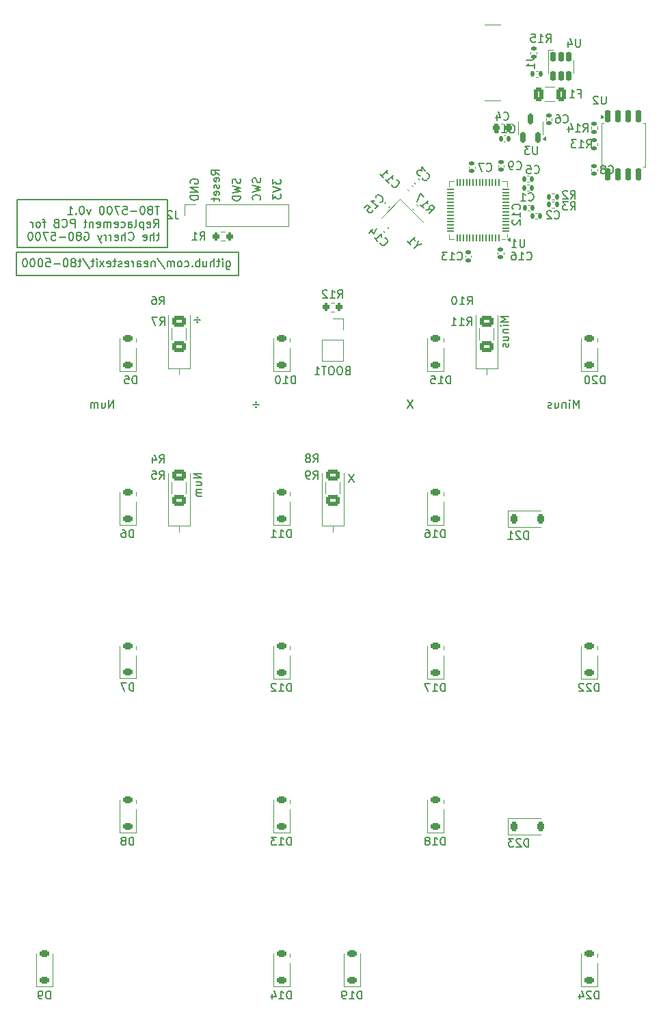
<source format=gbr>
%TF.GenerationSoftware,KiCad,Pcbnew,8.0.2*%
%TF.CreationDate,2024-11-08T17:23:41-08:00*%
%TF.ProjectId,gh80-5700,67683830-2d35-4373-9030-2e6b69636164,rev?*%
%TF.SameCoordinates,Original*%
%TF.FileFunction,Legend,Bot*%
%TF.FilePolarity,Positive*%
%FSLAX46Y46*%
G04 Gerber Fmt 4.6, Leading zero omitted, Abs format (unit mm)*
G04 Created by KiCad (PCBNEW 8.0.2) date 2024-11-08 17:23:41*
%MOMM*%
%LPD*%
G01*
G04 APERTURE LIST*
G04 Aperture macros list*
%AMRoundRect*
0 Rectangle with rounded corners*
0 $1 Rounding radius*
0 $2 $3 $4 $5 $6 $7 $8 $9 X,Y pos of 4 corners*
0 Add a 4 corners polygon primitive as box body*
4,1,4,$2,$3,$4,$5,$6,$7,$8,$9,$2,$3,0*
0 Add four circle primitives for the rounded corners*
1,1,$1+$1,$2,$3*
1,1,$1+$1,$4,$5*
1,1,$1+$1,$6,$7*
1,1,$1+$1,$8,$9*
0 Add four rect primitives between the rounded corners*
20,1,$1+$1,$2,$3,$4,$5,0*
20,1,$1+$1,$4,$5,$6,$7,0*
20,1,$1+$1,$6,$7,$8,$9,0*
20,1,$1+$1,$8,$9,$2,$3,0*%
%AMRotRect*
0 Rectangle, with rotation*
0 The origin of the aperture is its center*
0 $1 length*
0 $2 width*
0 $3 Rotation angle, in degrees counterclockwise*
0 Add horizontal line*
21,1,$1,$2,0,0,$3*%
G04 Aperture macros list end*
%ADD10C,0.150000*%
%ADD11C,0.200000*%
%ADD12C,0.120000*%
%ADD13C,1.750000*%
%ADD14C,3.987800*%
%ADD15C,2.300000*%
%ADD16R,1.700000X1.700000*%
%ADD17O,1.700000X1.700000*%
%ADD18RoundRect,0.140000X0.219203X0.021213X0.021213X0.219203X-0.219203X-0.021213X-0.021213X-0.219203X0*%
%ADD19RoundRect,0.225000X0.375000X-0.225000X0.375000X0.225000X-0.375000X0.225000X-0.375000X-0.225000X0*%
%ADD20RoundRect,0.140000X0.170000X-0.140000X0.170000X0.140000X-0.170000X0.140000X-0.170000X-0.140000X0*%
%ADD21RoundRect,0.140000X-0.170000X0.140000X-0.170000X-0.140000X0.170000X-0.140000X0.170000X0.140000X0*%
%ADD22RoundRect,0.135000X-0.185000X0.135000X-0.185000X-0.135000X0.185000X-0.135000X0.185000X0.135000X0*%
%ADD23RoundRect,0.140000X-0.140000X-0.170000X0.140000X-0.170000X0.140000X0.170000X-0.140000X0.170000X0*%
%ADD24C,1.600000*%
%ADD25O,1.600000X1.600000*%
%ADD26RoundRect,0.200000X-0.200000X-0.275000X0.200000X-0.275000X0.200000X0.275000X-0.200000X0.275000X0*%
%ADD27RoundRect,0.250000X-0.625000X0.400000X-0.625000X-0.400000X0.625000X-0.400000X0.625000X0.400000X0*%
%ADD28RoundRect,0.250000X0.625000X-0.400000X0.625000X0.400000X-0.625000X0.400000X-0.625000X-0.400000X0*%
%ADD29RoundRect,0.150000X-0.150000X0.650000X-0.150000X-0.650000X0.150000X-0.650000X0.150000X0.650000X0*%
%ADD30RoundRect,0.050000X0.050000X-0.387500X0.050000X0.387500X-0.050000X0.387500X-0.050000X-0.387500X0*%
%ADD31RoundRect,0.050000X0.387500X-0.050000X0.387500X0.050000X-0.387500X0.050000X-0.387500X-0.050000X0*%
%ADD32R,3.200000X3.200000*%
%ADD33RoundRect,0.135000X-0.135000X-0.185000X0.135000X-0.185000X0.135000X0.185000X-0.135000X0.185000X0*%
%ADD34RoundRect,0.150000X-0.150000X0.475000X-0.150000X-0.475000X0.150000X-0.475000X0.150000X0.475000X0*%
%ADD35RotRect,1.400000X1.200000X315.000000*%
%ADD36RoundRect,0.225000X-0.225000X-0.375000X0.225000X-0.375000X0.225000X0.375000X-0.225000X0.375000X0*%
%ADD37RoundRect,0.140000X-0.219203X-0.021213X-0.021213X-0.219203X0.219203X0.021213X0.021213X0.219203X0*%
%ADD38RoundRect,0.225000X0.225000X0.250000X-0.225000X0.250000X-0.225000X-0.250000X0.225000X-0.250000X0*%
%ADD39RoundRect,0.135000X-0.226274X-0.035355X-0.035355X-0.226274X0.226274X0.035355X0.035355X0.226274X0*%
%ADD40RoundRect,0.135000X0.135000X0.185000X-0.135000X0.185000X-0.135000X-0.185000X0.135000X-0.185000X0*%
%ADD41RoundRect,0.250000X-0.375000X-0.625000X0.375000X-0.625000X0.375000X0.625000X-0.375000X0.625000X0*%
%ADD42RoundRect,0.150000X0.150000X-0.512500X0.150000X0.512500X-0.150000X0.512500X-0.150000X-0.512500X0*%
%ADD43RoundRect,0.140000X0.021213X-0.219203X0.219203X-0.021213X-0.021213X0.219203X-0.219203X0.021213X0*%
%ADD44RoundRect,0.140000X0.140000X0.170000X-0.140000X0.170000X-0.140000X-0.170000X0.140000X-0.170000X0*%
%ADD45C,0.650000*%
%ADD46R,1.450000X0.600000*%
%ADD47R,1.450000X0.300000*%
%ADD48O,1.600000X1.000000*%
%ADD49O,2.100000X1.000000*%
G04 APERTURE END LIST*
D10*
X74934649Y-49123152D02*
X74934649Y-49932676D01*
X74934649Y-49932676D02*
X74982268Y-50027914D01*
X74982268Y-50027914D02*
X75029887Y-50075533D01*
X75029887Y-50075533D02*
X75125125Y-50123152D01*
X75125125Y-50123152D02*
X75267982Y-50123152D01*
X75267982Y-50123152D02*
X75363220Y-50075533D01*
X74934649Y-49742200D02*
X75029887Y-49789819D01*
X75029887Y-49789819D02*
X75220363Y-49789819D01*
X75220363Y-49789819D02*
X75315601Y-49742200D01*
X75315601Y-49742200D02*
X75363220Y-49694580D01*
X75363220Y-49694580D02*
X75410839Y-49599342D01*
X75410839Y-49599342D02*
X75410839Y-49313628D01*
X75410839Y-49313628D02*
X75363220Y-49218390D01*
X75363220Y-49218390D02*
X75315601Y-49170771D01*
X75315601Y-49170771D02*
X75220363Y-49123152D01*
X75220363Y-49123152D02*
X75029887Y-49123152D01*
X75029887Y-49123152D02*
X74934649Y-49170771D01*
X74458458Y-49789819D02*
X74458458Y-49123152D01*
X74458458Y-48789819D02*
X74506077Y-48837438D01*
X74506077Y-48837438D02*
X74458458Y-48885057D01*
X74458458Y-48885057D02*
X74410839Y-48837438D01*
X74410839Y-48837438D02*
X74458458Y-48789819D01*
X74458458Y-48789819D02*
X74458458Y-48885057D01*
X74125125Y-49123152D02*
X73744173Y-49123152D01*
X73982268Y-48789819D02*
X73982268Y-49646961D01*
X73982268Y-49646961D02*
X73934649Y-49742200D01*
X73934649Y-49742200D02*
X73839411Y-49789819D01*
X73839411Y-49789819D02*
X73744173Y-49789819D01*
X73410839Y-49789819D02*
X73410839Y-48789819D01*
X72982268Y-49789819D02*
X72982268Y-49266009D01*
X72982268Y-49266009D02*
X73029887Y-49170771D01*
X73029887Y-49170771D02*
X73125125Y-49123152D01*
X73125125Y-49123152D02*
X73267982Y-49123152D01*
X73267982Y-49123152D02*
X73363220Y-49170771D01*
X73363220Y-49170771D02*
X73410839Y-49218390D01*
X72077506Y-49123152D02*
X72077506Y-49789819D01*
X72506077Y-49123152D02*
X72506077Y-49646961D01*
X72506077Y-49646961D02*
X72458458Y-49742200D01*
X72458458Y-49742200D02*
X72363220Y-49789819D01*
X72363220Y-49789819D02*
X72220363Y-49789819D01*
X72220363Y-49789819D02*
X72125125Y-49742200D01*
X72125125Y-49742200D02*
X72077506Y-49694580D01*
X71601315Y-49789819D02*
X71601315Y-48789819D01*
X71601315Y-49170771D02*
X71506077Y-49123152D01*
X71506077Y-49123152D02*
X71315601Y-49123152D01*
X71315601Y-49123152D02*
X71220363Y-49170771D01*
X71220363Y-49170771D02*
X71172744Y-49218390D01*
X71172744Y-49218390D02*
X71125125Y-49313628D01*
X71125125Y-49313628D02*
X71125125Y-49599342D01*
X71125125Y-49599342D02*
X71172744Y-49694580D01*
X71172744Y-49694580D02*
X71220363Y-49742200D01*
X71220363Y-49742200D02*
X71315601Y-49789819D01*
X71315601Y-49789819D02*
X71506077Y-49789819D01*
X71506077Y-49789819D02*
X71601315Y-49742200D01*
X70696553Y-49694580D02*
X70648934Y-49742200D01*
X70648934Y-49742200D02*
X70696553Y-49789819D01*
X70696553Y-49789819D02*
X70744172Y-49742200D01*
X70744172Y-49742200D02*
X70696553Y-49694580D01*
X70696553Y-49694580D02*
X70696553Y-49789819D01*
X69791792Y-49742200D02*
X69887030Y-49789819D01*
X69887030Y-49789819D02*
X70077506Y-49789819D01*
X70077506Y-49789819D02*
X70172744Y-49742200D01*
X70172744Y-49742200D02*
X70220363Y-49694580D01*
X70220363Y-49694580D02*
X70267982Y-49599342D01*
X70267982Y-49599342D02*
X70267982Y-49313628D01*
X70267982Y-49313628D02*
X70220363Y-49218390D01*
X70220363Y-49218390D02*
X70172744Y-49170771D01*
X70172744Y-49170771D02*
X70077506Y-49123152D01*
X70077506Y-49123152D02*
X69887030Y-49123152D01*
X69887030Y-49123152D02*
X69791792Y-49170771D01*
X69220363Y-49789819D02*
X69315601Y-49742200D01*
X69315601Y-49742200D02*
X69363220Y-49694580D01*
X69363220Y-49694580D02*
X69410839Y-49599342D01*
X69410839Y-49599342D02*
X69410839Y-49313628D01*
X69410839Y-49313628D02*
X69363220Y-49218390D01*
X69363220Y-49218390D02*
X69315601Y-49170771D01*
X69315601Y-49170771D02*
X69220363Y-49123152D01*
X69220363Y-49123152D02*
X69077506Y-49123152D01*
X69077506Y-49123152D02*
X68982268Y-49170771D01*
X68982268Y-49170771D02*
X68934649Y-49218390D01*
X68934649Y-49218390D02*
X68887030Y-49313628D01*
X68887030Y-49313628D02*
X68887030Y-49599342D01*
X68887030Y-49599342D02*
X68934649Y-49694580D01*
X68934649Y-49694580D02*
X68982268Y-49742200D01*
X68982268Y-49742200D02*
X69077506Y-49789819D01*
X69077506Y-49789819D02*
X69220363Y-49789819D01*
X68458458Y-49789819D02*
X68458458Y-49123152D01*
X68458458Y-49218390D02*
X68410839Y-49170771D01*
X68410839Y-49170771D02*
X68315601Y-49123152D01*
X68315601Y-49123152D02*
X68172744Y-49123152D01*
X68172744Y-49123152D02*
X68077506Y-49170771D01*
X68077506Y-49170771D02*
X68029887Y-49266009D01*
X68029887Y-49266009D02*
X68029887Y-49789819D01*
X68029887Y-49266009D02*
X67982268Y-49170771D01*
X67982268Y-49170771D02*
X67887030Y-49123152D01*
X67887030Y-49123152D02*
X67744173Y-49123152D01*
X67744173Y-49123152D02*
X67648934Y-49170771D01*
X67648934Y-49170771D02*
X67601315Y-49266009D01*
X67601315Y-49266009D02*
X67601315Y-49789819D01*
X66410840Y-48742200D02*
X67267982Y-50027914D01*
X66077506Y-49123152D02*
X66077506Y-49789819D01*
X66077506Y-49218390D02*
X66029887Y-49170771D01*
X66029887Y-49170771D02*
X65934649Y-49123152D01*
X65934649Y-49123152D02*
X65791792Y-49123152D01*
X65791792Y-49123152D02*
X65696554Y-49170771D01*
X65696554Y-49170771D02*
X65648935Y-49266009D01*
X65648935Y-49266009D02*
X65648935Y-49789819D01*
X64791792Y-49742200D02*
X64887030Y-49789819D01*
X64887030Y-49789819D02*
X65077506Y-49789819D01*
X65077506Y-49789819D02*
X65172744Y-49742200D01*
X65172744Y-49742200D02*
X65220363Y-49646961D01*
X65220363Y-49646961D02*
X65220363Y-49266009D01*
X65220363Y-49266009D02*
X65172744Y-49170771D01*
X65172744Y-49170771D02*
X65077506Y-49123152D01*
X65077506Y-49123152D02*
X64887030Y-49123152D01*
X64887030Y-49123152D02*
X64791792Y-49170771D01*
X64791792Y-49170771D02*
X64744173Y-49266009D01*
X64744173Y-49266009D02*
X64744173Y-49361247D01*
X64744173Y-49361247D02*
X65220363Y-49456485D01*
X63887030Y-49789819D02*
X63887030Y-49266009D01*
X63887030Y-49266009D02*
X63934649Y-49170771D01*
X63934649Y-49170771D02*
X64029887Y-49123152D01*
X64029887Y-49123152D02*
X64220363Y-49123152D01*
X64220363Y-49123152D02*
X64315601Y-49170771D01*
X63887030Y-49742200D02*
X63982268Y-49789819D01*
X63982268Y-49789819D02*
X64220363Y-49789819D01*
X64220363Y-49789819D02*
X64315601Y-49742200D01*
X64315601Y-49742200D02*
X64363220Y-49646961D01*
X64363220Y-49646961D02*
X64363220Y-49551723D01*
X64363220Y-49551723D02*
X64315601Y-49456485D01*
X64315601Y-49456485D02*
X64220363Y-49408866D01*
X64220363Y-49408866D02*
X63982268Y-49408866D01*
X63982268Y-49408866D02*
X63887030Y-49361247D01*
X63410839Y-49789819D02*
X63410839Y-49123152D01*
X63410839Y-49313628D02*
X63363220Y-49218390D01*
X63363220Y-49218390D02*
X63315601Y-49170771D01*
X63315601Y-49170771D02*
X63220363Y-49123152D01*
X63220363Y-49123152D02*
X63125125Y-49123152D01*
X62410839Y-49742200D02*
X62506077Y-49789819D01*
X62506077Y-49789819D02*
X62696553Y-49789819D01*
X62696553Y-49789819D02*
X62791791Y-49742200D01*
X62791791Y-49742200D02*
X62839410Y-49646961D01*
X62839410Y-49646961D02*
X62839410Y-49266009D01*
X62839410Y-49266009D02*
X62791791Y-49170771D01*
X62791791Y-49170771D02*
X62696553Y-49123152D01*
X62696553Y-49123152D02*
X62506077Y-49123152D01*
X62506077Y-49123152D02*
X62410839Y-49170771D01*
X62410839Y-49170771D02*
X62363220Y-49266009D01*
X62363220Y-49266009D02*
X62363220Y-49361247D01*
X62363220Y-49361247D02*
X62839410Y-49456485D01*
X61982267Y-49742200D02*
X61887029Y-49789819D01*
X61887029Y-49789819D02*
X61696553Y-49789819D01*
X61696553Y-49789819D02*
X61601315Y-49742200D01*
X61601315Y-49742200D02*
X61553696Y-49646961D01*
X61553696Y-49646961D02*
X61553696Y-49599342D01*
X61553696Y-49599342D02*
X61601315Y-49504104D01*
X61601315Y-49504104D02*
X61696553Y-49456485D01*
X61696553Y-49456485D02*
X61839410Y-49456485D01*
X61839410Y-49456485D02*
X61934648Y-49408866D01*
X61934648Y-49408866D02*
X61982267Y-49313628D01*
X61982267Y-49313628D02*
X61982267Y-49266009D01*
X61982267Y-49266009D02*
X61934648Y-49170771D01*
X61934648Y-49170771D02*
X61839410Y-49123152D01*
X61839410Y-49123152D02*
X61696553Y-49123152D01*
X61696553Y-49123152D02*
X61601315Y-49170771D01*
X61267981Y-49123152D02*
X60887029Y-49123152D01*
X61125124Y-48789819D02*
X61125124Y-49646961D01*
X61125124Y-49646961D02*
X61077505Y-49742200D01*
X61077505Y-49742200D02*
X60982267Y-49789819D01*
X60982267Y-49789819D02*
X60887029Y-49789819D01*
X60172743Y-49742200D02*
X60267981Y-49789819D01*
X60267981Y-49789819D02*
X60458457Y-49789819D01*
X60458457Y-49789819D02*
X60553695Y-49742200D01*
X60553695Y-49742200D02*
X60601314Y-49646961D01*
X60601314Y-49646961D02*
X60601314Y-49266009D01*
X60601314Y-49266009D02*
X60553695Y-49170771D01*
X60553695Y-49170771D02*
X60458457Y-49123152D01*
X60458457Y-49123152D02*
X60267981Y-49123152D01*
X60267981Y-49123152D02*
X60172743Y-49170771D01*
X60172743Y-49170771D02*
X60125124Y-49266009D01*
X60125124Y-49266009D02*
X60125124Y-49361247D01*
X60125124Y-49361247D02*
X60601314Y-49456485D01*
X59791790Y-49789819D02*
X59267981Y-49123152D01*
X59791790Y-49123152D02*
X59267981Y-49789819D01*
X58887028Y-49789819D02*
X58887028Y-49123152D01*
X58887028Y-48789819D02*
X58934647Y-48837438D01*
X58934647Y-48837438D02*
X58887028Y-48885057D01*
X58887028Y-48885057D02*
X58839409Y-48837438D01*
X58839409Y-48837438D02*
X58887028Y-48789819D01*
X58887028Y-48789819D02*
X58887028Y-48885057D01*
X58553695Y-49123152D02*
X58172743Y-49123152D01*
X58410838Y-48789819D02*
X58410838Y-49646961D01*
X58410838Y-49646961D02*
X58363219Y-49742200D01*
X58363219Y-49742200D02*
X58267981Y-49789819D01*
X58267981Y-49789819D02*
X58172743Y-49789819D01*
X57125124Y-48742200D02*
X57982266Y-50027914D01*
X56934647Y-49123152D02*
X56553695Y-49123152D01*
X56791790Y-48789819D02*
X56791790Y-49646961D01*
X56791790Y-49646961D02*
X56744171Y-49742200D01*
X56744171Y-49742200D02*
X56648933Y-49789819D01*
X56648933Y-49789819D02*
X56553695Y-49789819D01*
X56077504Y-49218390D02*
X56172742Y-49170771D01*
X56172742Y-49170771D02*
X56220361Y-49123152D01*
X56220361Y-49123152D02*
X56267980Y-49027914D01*
X56267980Y-49027914D02*
X56267980Y-48980295D01*
X56267980Y-48980295D02*
X56220361Y-48885057D01*
X56220361Y-48885057D02*
X56172742Y-48837438D01*
X56172742Y-48837438D02*
X56077504Y-48789819D01*
X56077504Y-48789819D02*
X55887028Y-48789819D01*
X55887028Y-48789819D02*
X55791790Y-48837438D01*
X55791790Y-48837438D02*
X55744171Y-48885057D01*
X55744171Y-48885057D02*
X55696552Y-48980295D01*
X55696552Y-48980295D02*
X55696552Y-49027914D01*
X55696552Y-49027914D02*
X55744171Y-49123152D01*
X55744171Y-49123152D02*
X55791790Y-49170771D01*
X55791790Y-49170771D02*
X55887028Y-49218390D01*
X55887028Y-49218390D02*
X56077504Y-49218390D01*
X56077504Y-49218390D02*
X56172742Y-49266009D01*
X56172742Y-49266009D02*
X56220361Y-49313628D01*
X56220361Y-49313628D02*
X56267980Y-49408866D01*
X56267980Y-49408866D02*
X56267980Y-49599342D01*
X56267980Y-49599342D02*
X56220361Y-49694580D01*
X56220361Y-49694580D02*
X56172742Y-49742200D01*
X56172742Y-49742200D02*
X56077504Y-49789819D01*
X56077504Y-49789819D02*
X55887028Y-49789819D01*
X55887028Y-49789819D02*
X55791790Y-49742200D01*
X55791790Y-49742200D02*
X55744171Y-49694580D01*
X55744171Y-49694580D02*
X55696552Y-49599342D01*
X55696552Y-49599342D02*
X55696552Y-49408866D01*
X55696552Y-49408866D02*
X55744171Y-49313628D01*
X55744171Y-49313628D02*
X55791790Y-49266009D01*
X55791790Y-49266009D02*
X55887028Y-49218390D01*
X55077504Y-48789819D02*
X54982266Y-48789819D01*
X54982266Y-48789819D02*
X54887028Y-48837438D01*
X54887028Y-48837438D02*
X54839409Y-48885057D01*
X54839409Y-48885057D02*
X54791790Y-48980295D01*
X54791790Y-48980295D02*
X54744171Y-49170771D01*
X54744171Y-49170771D02*
X54744171Y-49408866D01*
X54744171Y-49408866D02*
X54791790Y-49599342D01*
X54791790Y-49599342D02*
X54839409Y-49694580D01*
X54839409Y-49694580D02*
X54887028Y-49742200D01*
X54887028Y-49742200D02*
X54982266Y-49789819D01*
X54982266Y-49789819D02*
X55077504Y-49789819D01*
X55077504Y-49789819D02*
X55172742Y-49742200D01*
X55172742Y-49742200D02*
X55220361Y-49694580D01*
X55220361Y-49694580D02*
X55267980Y-49599342D01*
X55267980Y-49599342D02*
X55315599Y-49408866D01*
X55315599Y-49408866D02*
X55315599Y-49170771D01*
X55315599Y-49170771D02*
X55267980Y-48980295D01*
X55267980Y-48980295D02*
X55220361Y-48885057D01*
X55220361Y-48885057D02*
X55172742Y-48837438D01*
X55172742Y-48837438D02*
X55077504Y-48789819D01*
X54315599Y-49408866D02*
X53553695Y-49408866D01*
X52601314Y-48789819D02*
X53077504Y-48789819D01*
X53077504Y-48789819D02*
X53125123Y-49266009D01*
X53125123Y-49266009D02*
X53077504Y-49218390D01*
X53077504Y-49218390D02*
X52982266Y-49170771D01*
X52982266Y-49170771D02*
X52744171Y-49170771D01*
X52744171Y-49170771D02*
X52648933Y-49218390D01*
X52648933Y-49218390D02*
X52601314Y-49266009D01*
X52601314Y-49266009D02*
X52553695Y-49361247D01*
X52553695Y-49361247D02*
X52553695Y-49599342D01*
X52553695Y-49599342D02*
X52601314Y-49694580D01*
X52601314Y-49694580D02*
X52648933Y-49742200D01*
X52648933Y-49742200D02*
X52744171Y-49789819D01*
X52744171Y-49789819D02*
X52982266Y-49789819D01*
X52982266Y-49789819D02*
X53077504Y-49742200D01*
X53077504Y-49742200D02*
X53125123Y-49694580D01*
X51934647Y-48789819D02*
X51839409Y-48789819D01*
X51839409Y-48789819D02*
X51744171Y-48837438D01*
X51744171Y-48837438D02*
X51696552Y-48885057D01*
X51696552Y-48885057D02*
X51648933Y-48980295D01*
X51648933Y-48980295D02*
X51601314Y-49170771D01*
X51601314Y-49170771D02*
X51601314Y-49408866D01*
X51601314Y-49408866D02*
X51648933Y-49599342D01*
X51648933Y-49599342D02*
X51696552Y-49694580D01*
X51696552Y-49694580D02*
X51744171Y-49742200D01*
X51744171Y-49742200D02*
X51839409Y-49789819D01*
X51839409Y-49789819D02*
X51934647Y-49789819D01*
X51934647Y-49789819D02*
X52029885Y-49742200D01*
X52029885Y-49742200D02*
X52077504Y-49694580D01*
X52077504Y-49694580D02*
X52125123Y-49599342D01*
X52125123Y-49599342D02*
X52172742Y-49408866D01*
X52172742Y-49408866D02*
X52172742Y-49170771D01*
X52172742Y-49170771D02*
X52125123Y-48980295D01*
X52125123Y-48980295D02*
X52077504Y-48885057D01*
X52077504Y-48885057D02*
X52029885Y-48837438D01*
X52029885Y-48837438D02*
X51934647Y-48789819D01*
X50982266Y-48789819D02*
X50887028Y-48789819D01*
X50887028Y-48789819D02*
X50791790Y-48837438D01*
X50791790Y-48837438D02*
X50744171Y-48885057D01*
X50744171Y-48885057D02*
X50696552Y-48980295D01*
X50696552Y-48980295D02*
X50648933Y-49170771D01*
X50648933Y-49170771D02*
X50648933Y-49408866D01*
X50648933Y-49408866D02*
X50696552Y-49599342D01*
X50696552Y-49599342D02*
X50744171Y-49694580D01*
X50744171Y-49694580D02*
X50791790Y-49742200D01*
X50791790Y-49742200D02*
X50887028Y-49789819D01*
X50887028Y-49789819D02*
X50982266Y-49789819D01*
X50982266Y-49789819D02*
X51077504Y-49742200D01*
X51077504Y-49742200D02*
X51125123Y-49694580D01*
X51125123Y-49694580D02*
X51172742Y-49599342D01*
X51172742Y-49599342D02*
X51220361Y-49408866D01*
X51220361Y-49408866D02*
X51220361Y-49170771D01*
X51220361Y-49170771D02*
X51172742Y-48980295D01*
X51172742Y-48980295D02*
X51125123Y-48885057D01*
X51125123Y-48885057D02*
X51077504Y-48837438D01*
X51077504Y-48837438D02*
X50982266Y-48789819D01*
X50029885Y-48789819D02*
X49934647Y-48789819D01*
X49934647Y-48789819D02*
X49839409Y-48837438D01*
X49839409Y-48837438D02*
X49791790Y-48885057D01*
X49791790Y-48885057D02*
X49744171Y-48980295D01*
X49744171Y-48980295D02*
X49696552Y-49170771D01*
X49696552Y-49170771D02*
X49696552Y-49408866D01*
X49696552Y-49408866D02*
X49744171Y-49599342D01*
X49744171Y-49599342D02*
X49791790Y-49694580D01*
X49791790Y-49694580D02*
X49839409Y-49742200D01*
X49839409Y-49742200D02*
X49934647Y-49789819D01*
X49934647Y-49789819D02*
X50029885Y-49789819D01*
X50029885Y-49789819D02*
X50125123Y-49742200D01*
X50125123Y-49742200D02*
X50172742Y-49694580D01*
X50172742Y-49694580D02*
X50220361Y-49599342D01*
X50220361Y-49599342D02*
X50267980Y-49408866D01*
X50267980Y-49408866D02*
X50267980Y-49170771D01*
X50267980Y-49170771D02*
X50220361Y-48980295D01*
X50220361Y-48980295D02*
X50172742Y-48885057D01*
X50172742Y-48885057D02*
X50125123Y-48837438D01*
X50125123Y-48837438D02*
X50029885Y-48789819D01*
D11*
X48950000Y-48000000D02*
X76450000Y-48000000D01*
X76450000Y-50900000D01*
X48950000Y-50900000D01*
X48950000Y-48000000D01*
D10*
X66656077Y-42289819D02*
X66084649Y-42289819D01*
X66370363Y-43289819D02*
X66370363Y-42289819D01*
X65608458Y-42718390D02*
X65703696Y-42670771D01*
X65703696Y-42670771D02*
X65751315Y-42623152D01*
X65751315Y-42623152D02*
X65798934Y-42527914D01*
X65798934Y-42527914D02*
X65798934Y-42480295D01*
X65798934Y-42480295D02*
X65751315Y-42385057D01*
X65751315Y-42385057D02*
X65703696Y-42337438D01*
X65703696Y-42337438D02*
X65608458Y-42289819D01*
X65608458Y-42289819D02*
X65417982Y-42289819D01*
X65417982Y-42289819D02*
X65322744Y-42337438D01*
X65322744Y-42337438D02*
X65275125Y-42385057D01*
X65275125Y-42385057D02*
X65227506Y-42480295D01*
X65227506Y-42480295D02*
X65227506Y-42527914D01*
X65227506Y-42527914D02*
X65275125Y-42623152D01*
X65275125Y-42623152D02*
X65322744Y-42670771D01*
X65322744Y-42670771D02*
X65417982Y-42718390D01*
X65417982Y-42718390D02*
X65608458Y-42718390D01*
X65608458Y-42718390D02*
X65703696Y-42766009D01*
X65703696Y-42766009D02*
X65751315Y-42813628D01*
X65751315Y-42813628D02*
X65798934Y-42908866D01*
X65798934Y-42908866D02*
X65798934Y-43099342D01*
X65798934Y-43099342D02*
X65751315Y-43194580D01*
X65751315Y-43194580D02*
X65703696Y-43242200D01*
X65703696Y-43242200D02*
X65608458Y-43289819D01*
X65608458Y-43289819D02*
X65417982Y-43289819D01*
X65417982Y-43289819D02*
X65322744Y-43242200D01*
X65322744Y-43242200D02*
X65275125Y-43194580D01*
X65275125Y-43194580D02*
X65227506Y-43099342D01*
X65227506Y-43099342D02*
X65227506Y-42908866D01*
X65227506Y-42908866D02*
X65275125Y-42813628D01*
X65275125Y-42813628D02*
X65322744Y-42766009D01*
X65322744Y-42766009D02*
X65417982Y-42718390D01*
X64608458Y-42289819D02*
X64513220Y-42289819D01*
X64513220Y-42289819D02*
X64417982Y-42337438D01*
X64417982Y-42337438D02*
X64370363Y-42385057D01*
X64370363Y-42385057D02*
X64322744Y-42480295D01*
X64322744Y-42480295D02*
X64275125Y-42670771D01*
X64275125Y-42670771D02*
X64275125Y-42908866D01*
X64275125Y-42908866D02*
X64322744Y-43099342D01*
X64322744Y-43099342D02*
X64370363Y-43194580D01*
X64370363Y-43194580D02*
X64417982Y-43242200D01*
X64417982Y-43242200D02*
X64513220Y-43289819D01*
X64513220Y-43289819D02*
X64608458Y-43289819D01*
X64608458Y-43289819D02*
X64703696Y-43242200D01*
X64703696Y-43242200D02*
X64751315Y-43194580D01*
X64751315Y-43194580D02*
X64798934Y-43099342D01*
X64798934Y-43099342D02*
X64846553Y-42908866D01*
X64846553Y-42908866D02*
X64846553Y-42670771D01*
X64846553Y-42670771D02*
X64798934Y-42480295D01*
X64798934Y-42480295D02*
X64751315Y-42385057D01*
X64751315Y-42385057D02*
X64703696Y-42337438D01*
X64703696Y-42337438D02*
X64608458Y-42289819D01*
X63846553Y-42908866D02*
X63084649Y-42908866D01*
X62132268Y-42289819D02*
X62608458Y-42289819D01*
X62608458Y-42289819D02*
X62656077Y-42766009D01*
X62656077Y-42766009D02*
X62608458Y-42718390D01*
X62608458Y-42718390D02*
X62513220Y-42670771D01*
X62513220Y-42670771D02*
X62275125Y-42670771D01*
X62275125Y-42670771D02*
X62179887Y-42718390D01*
X62179887Y-42718390D02*
X62132268Y-42766009D01*
X62132268Y-42766009D02*
X62084649Y-42861247D01*
X62084649Y-42861247D02*
X62084649Y-43099342D01*
X62084649Y-43099342D02*
X62132268Y-43194580D01*
X62132268Y-43194580D02*
X62179887Y-43242200D01*
X62179887Y-43242200D02*
X62275125Y-43289819D01*
X62275125Y-43289819D02*
X62513220Y-43289819D01*
X62513220Y-43289819D02*
X62608458Y-43242200D01*
X62608458Y-43242200D02*
X62656077Y-43194580D01*
X61751315Y-42289819D02*
X61084649Y-42289819D01*
X61084649Y-42289819D02*
X61513220Y-43289819D01*
X60513220Y-42289819D02*
X60417982Y-42289819D01*
X60417982Y-42289819D02*
X60322744Y-42337438D01*
X60322744Y-42337438D02*
X60275125Y-42385057D01*
X60275125Y-42385057D02*
X60227506Y-42480295D01*
X60227506Y-42480295D02*
X60179887Y-42670771D01*
X60179887Y-42670771D02*
X60179887Y-42908866D01*
X60179887Y-42908866D02*
X60227506Y-43099342D01*
X60227506Y-43099342D02*
X60275125Y-43194580D01*
X60275125Y-43194580D02*
X60322744Y-43242200D01*
X60322744Y-43242200D02*
X60417982Y-43289819D01*
X60417982Y-43289819D02*
X60513220Y-43289819D01*
X60513220Y-43289819D02*
X60608458Y-43242200D01*
X60608458Y-43242200D02*
X60656077Y-43194580D01*
X60656077Y-43194580D02*
X60703696Y-43099342D01*
X60703696Y-43099342D02*
X60751315Y-42908866D01*
X60751315Y-42908866D02*
X60751315Y-42670771D01*
X60751315Y-42670771D02*
X60703696Y-42480295D01*
X60703696Y-42480295D02*
X60656077Y-42385057D01*
X60656077Y-42385057D02*
X60608458Y-42337438D01*
X60608458Y-42337438D02*
X60513220Y-42289819D01*
X59560839Y-42289819D02*
X59465601Y-42289819D01*
X59465601Y-42289819D02*
X59370363Y-42337438D01*
X59370363Y-42337438D02*
X59322744Y-42385057D01*
X59322744Y-42385057D02*
X59275125Y-42480295D01*
X59275125Y-42480295D02*
X59227506Y-42670771D01*
X59227506Y-42670771D02*
X59227506Y-42908866D01*
X59227506Y-42908866D02*
X59275125Y-43099342D01*
X59275125Y-43099342D02*
X59322744Y-43194580D01*
X59322744Y-43194580D02*
X59370363Y-43242200D01*
X59370363Y-43242200D02*
X59465601Y-43289819D01*
X59465601Y-43289819D02*
X59560839Y-43289819D01*
X59560839Y-43289819D02*
X59656077Y-43242200D01*
X59656077Y-43242200D02*
X59703696Y-43194580D01*
X59703696Y-43194580D02*
X59751315Y-43099342D01*
X59751315Y-43099342D02*
X59798934Y-42908866D01*
X59798934Y-42908866D02*
X59798934Y-42670771D01*
X59798934Y-42670771D02*
X59751315Y-42480295D01*
X59751315Y-42480295D02*
X59703696Y-42385057D01*
X59703696Y-42385057D02*
X59656077Y-42337438D01*
X59656077Y-42337438D02*
X59560839Y-42289819D01*
X58132267Y-42623152D02*
X57894172Y-43289819D01*
X57894172Y-43289819D02*
X57656077Y-42623152D01*
X57084648Y-42289819D02*
X56989410Y-42289819D01*
X56989410Y-42289819D02*
X56894172Y-42337438D01*
X56894172Y-42337438D02*
X56846553Y-42385057D01*
X56846553Y-42385057D02*
X56798934Y-42480295D01*
X56798934Y-42480295D02*
X56751315Y-42670771D01*
X56751315Y-42670771D02*
X56751315Y-42908866D01*
X56751315Y-42908866D02*
X56798934Y-43099342D01*
X56798934Y-43099342D02*
X56846553Y-43194580D01*
X56846553Y-43194580D02*
X56894172Y-43242200D01*
X56894172Y-43242200D02*
X56989410Y-43289819D01*
X56989410Y-43289819D02*
X57084648Y-43289819D01*
X57084648Y-43289819D02*
X57179886Y-43242200D01*
X57179886Y-43242200D02*
X57227505Y-43194580D01*
X57227505Y-43194580D02*
X57275124Y-43099342D01*
X57275124Y-43099342D02*
X57322743Y-42908866D01*
X57322743Y-42908866D02*
X57322743Y-42670771D01*
X57322743Y-42670771D02*
X57275124Y-42480295D01*
X57275124Y-42480295D02*
X57227505Y-42385057D01*
X57227505Y-42385057D02*
X57179886Y-42337438D01*
X57179886Y-42337438D02*
X57084648Y-42289819D01*
X56322743Y-43194580D02*
X56275124Y-43242200D01*
X56275124Y-43242200D02*
X56322743Y-43289819D01*
X56322743Y-43289819D02*
X56370362Y-43242200D01*
X56370362Y-43242200D02*
X56322743Y-43194580D01*
X56322743Y-43194580D02*
X56322743Y-43289819D01*
X55322744Y-43289819D02*
X55894172Y-43289819D01*
X55608458Y-43289819D02*
X55608458Y-42289819D01*
X55608458Y-42289819D02*
X55703696Y-42432676D01*
X55703696Y-42432676D02*
X55798934Y-42527914D01*
X55798934Y-42527914D02*
X55894172Y-42575533D01*
X65941792Y-44899763D02*
X66275125Y-44423572D01*
X66513220Y-44899763D02*
X66513220Y-43899763D01*
X66513220Y-43899763D02*
X66132268Y-43899763D01*
X66132268Y-43899763D02*
X66037030Y-43947382D01*
X66037030Y-43947382D02*
X65989411Y-43995001D01*
X65989411Y-43995001D02*
X65941792Y-44090239D01*
X65941792Y-44090239D02*
X65941792Y-44233096D01*
X65941792Y-44233096D02*
X65989411Y-44328334D01*
X65989411Y-44328334D02*
X66037030Y-44375953D01*
X66037030Y-44375953D02*
X66132268Y-44423572D01*
X66132268Y-44423572D02*
X66513220Y-44423572D01*
X65132268Y-44852144D02*
X65227506Y-44899763D01*
X65227506Y-44899763D02*
X65417982Y-44899763D01*
X65417982Y-44899763D02*
X65513220Y-44852144D01*
X65513220Y-44852144D02*
X65560839Y-44756905D01*
X65560839Y-44756905D02*
X65560839Y-44375953D01*
X65560839Y-44375953D02*
X65513220Y-44280715D01*
X65513220Y-44280715D02*
X65417982Y-44233096D01*
X65417982Y-44233096D02*
X65227506Y-44233096D01*
X65227506Y-44233096D02*
X65132268Y-44280715D01*
X65132268Y-44280715D02*
X65084649Y-44375953D01*
X65084649Y-44375953D02*
X65084649Y-44471191D01*
X65084649Y-44471191D02*
X65560839Y-44566429D01*
X64656077Y-44233096D02*
X64656077Y-45233096D01*
X64656077Y-44280715D02*
X64560839Y-44233096D01*
X64560839Y-44233096D02*
X64370363Y-44233096D01*
X64370363Y-44233096D02*
X64275125Y-44280715D01*
X64275125Y-44280715D02*
X64227506Y-44328334D01*
X64227506Y-44328334D02*
X64179887Y-44423572D01*
X64179887Y-44423572D02*
X64179887Y-44709286D01*
X64179887Y-44709286D02*
X64227506Y-44804524D01*
X64227506Y-44804524D02*
X64275125Y-44852144D01*
X64275125Y-44852144D02*
X64370363Y-44899763D01*
X64370363Y-44899763D02*
X64560839Y-44899763D01*
X64560839Y-44899763D02*
X64656077Y-44852144D01*
X63608458Y-44899763D02*
X63703696Y-44852144D01*
X63703696Y-44852144D02*
X63751315Y-44756905D01*
X63751315Y-44756905D02*
X63751315Y-43899763D01*
X62798934Y-44899763D02*
X62798934Y-44375953D01*
X62798934Y-44375953D02*
X62846553Y-44280715D01*
X62846553Y-44280715D02*
X62941791Y-44233096D01*
X62941791Y-44233096D02*
X63132267Y-44233096D01*
X63132267Y-44233096D02*
X63227505Y-44280715D01*
X62798934Y-44852144D02*
X62894172Y-44899763D01*
X62894172Y-44899763D02*
X63132267Y-44899763D01*
X63132267Y-44899763D02*
X63227505Y-44852144D01*
X63227505Y-44852144D02*
X63275124Y-44756905D01*
X63275124Y-44756905D02*
X63275124Y-44661667D01*
X63275124Y-44661667D02*
X63227505Y-44566429D01*
X63227505Y-44566429D02*
X63132267Y-44518810D01*
X63132267Y-44518810D02*
X62894172Y-44518810D01*
X62894172Y-44518810D02*
X62798934Y-44471191D01*
X61894172Y-44852144D02*
X61989410Y-44899763D01*
X61989410Y-44899763D02*
X62179886Y-44899763D01*
X62179886Y-44899763D02*
X62275124Y-44852144D01*
X62275124Y-44852144D02*
X62322743Y-44804524D01*
X62322743Y-44804524D02*
X62370362Y-44709286D01*
X62370362Y-44709286D02*
X62370362Y-44423572D01*
X62370362Y-44423572D02*
X62322743Y-44328334D01*
X62322743Y-44328334D02*
X62275124Y-44280715D01*
X62275124Y-44280715D02*
X62179886Y-44233096D01*
X62179886Y-44233096D02*
X61989410Y-44233096D01*
X61989410Y-44233096D02*
X61894172Y-44280715D01*
X61084648Y-44852144D02*
X61179886Y-44899763D01*
X61179886Y-44899763D02*
X61370362Y-44899763D01*
X61370362Y-44899763D02*
X61465600Y-44852144D01*
X61465600Y-44852144D02*
X61513219Y-44756905D01*
X61513219Y-44756905D02*
X61513219Y-44375953D01*
X61513219Y-44375953D02*
X61465600Y-44280715D01*
X61465600Y-44280715D02*
X61370362Y-44233096D01*
X61370362Y-44233096D02*
X61179886Y-44233096D01*
X61179886Y-44233096D02*
X61084648Y-44280715D01*
X61084648Y-44280715D02*
X61037029Y-44375953D01*
X61037029Y-44375953D02*
X61037029Y-44471191D01*
X61037029Y-44471191D02*
X61513219Y-44566429D01*
X60608457Y-44899763D02*
X60608457Y-44233096D01*
X60608457Y-44328334D02*
X60560838Y-44280715D01*
X60560838Y-44280715D02*
X60465600Y-44233096D01*
X60465600Y-44233096D02*
X60322743Y-44233096D01*
X60322743Y-44233096D02*
X60227505Y-44280715D01*
X60227505Y-44280715D02*
X60179886Y-44375953D01*
X60179886Y-44375953D02*
X60179886Y-44899763D01*
X60179886Y-44375953D02*
X60132267Y-44280715D01*
X60132267Y-44280715D02*
X60037029Y-44233096D01*
X60037029Y-44233096D02*
X59894172Y-44233096D01*
X59894172Y-44233096D02*
X59798933Y-44280715D01*
X59798933Y-44280715D02*
X59751314Y-44375953D01*
X59751314Y-44375953D02*
X59751314Y-44899763D01*
X58894172Y-44852144D02*
X58989410Y-44899763D01*
X58989410Y-44899763D02*
X59179886Y-44899763D01*
X59179886Y-44899763D02*
X59275124Y-44852144D01*
X59275124Y-44852144D02*
X59322743Y-44756905D01*
X59322743Y-44756905D02*
X59322743Y-44375953D01*
X59322743Y-44375953D02*
X59275124Y-44280715D01*
X59275124Y-44280715D02*
X59179886Y-44233096D01*
X59179886Y-44233096D02*
X58989410Y-44233096D01*
X58989410Y-44233096D02*
X58894172Y-44280715D01*
X58894172Y-44280715D02*
X58846553Y-44375953D01*
X58846553Y-44375953D02*
X58846553Y-44471191D01*
X58846553Y-44471191D02*
X59322743Y-44566429D01*
X58417981Y-44233096D02*
X58417981Y-44899763D01*
X58417981Y-44328334D02*
X58370362Y-44280715D01*
X58370362Y-44280715D02*
X58275124Y-44233096D01*
X58275124Y-44233096D02*
X58132267Y-44233096D01*
X58132267Y-44233096D02*
X58037029Y-44280715D01*
X58037029Y-44280715D02*
X57989410Y-44375953D01*
X57989410Y-44375953D02*
X57989410Y-44899763D01*
X57656076Y-44233096D02*
X57275124Y-44233096D01*
X57513219Y-43899763D02*
X57513219Y-44756905D01*
X57513219Y-44756905D02*
X57465600Y-44852144D01*
X57465600Y-44852144D02*
X57370362Y-44899763D01*
X57370362Y-44899763D02*
X57275124Y-44899763D01*
X56179885Y-44899763D02*
X56179885Y-43899763D01*
X56179885Y-43899763D02*
X55798933Y-43899763D01*
X55798933Y-43899763D02*
X55703695Y-43947382D01*
X55703695Y-43947382D02*
X55656076Y-43995001D01*
X55656076Y-43995001D02*
X55608457Y-44090239D01*
X55608457Y-44090239D02*
X55608457Y-44233096D01*
X55608457Y-44233096D02*
X55656076Y-44328334D01*
X55656076Y-44328334D02*
X55703695Y-44375953D01*
X55703695Y-44375953D02*
X55798933Y-44423572D01*
X55798933Y-44423572D02*
X56179885Y-44423572D01*
X54608457Y-44804524D02*
X54656076Y-44852144D01*
X54656076Y-44852144D02*
X54798933Y-44899763D01*
X54798933Y-44899763D02*
X54894171Y-44899763D01*
X54894171Y-44899763D02*
X55037028Y-44852144D01*
X55037028Y-44852144D02*
X55132266Y-44756905D01*
X55132266Y-44756905D02*
X55179885Y-44661667D01*
X55179885Y-44661667D02*
X55227504Y-44471191D01*
X55227504Y-44471191D02*
X55227504Y-44328334D01*
X55227504Y-44328334D02*
X55179885Y-44137858D01*
X55179885Y-44137858D02*
X55132266Y-44042620D01*
X55132266Y-44042620D02*
X55037028Y-43947382D01*
X55037028Y-43947382D02*
X54894171Y-43899763D01*
X54894171Y-43899763D02*
X54798933Y-43899763D01*
X54798933Y-43899763D02*
X54656076Y-43947382D01*
X54656076Y-43947382D02*
X54608457Y-43995001D01*
X53846552Y-44375953D02*
X53703695Y-44423572D01*
X53703695Y-44423572D02*
X53656076Y-44471191D01*
X53656076Y-44471191D02*
X53608457Y-44566429D01*
X53608457Y-44566429D02*
X53608457Y-44709286D01*
X53608457Y-44709286D02*
X53656076Y-44804524D01*
X53656076Y-44804524D02*
X53703695Y-44852144D01*
X53703695Y-44852144D02*
X53798933Y-44899763D01*
X53798933Y-44899763D02*
X54179885Y-44899763D01*
X54179885Y-44899763D02*
X54179885Y-43899763D01*
X54179885Y-43899763D02*
X53846552Y-43899763D01*
X53846552Y-43899763D02*
X53751314Y-43947382D01*
X53751314Y-43947382D02*
X53703695Y-43995001D01*
X53703695Y-43995001D02*
X53656076Y-44090239D01*
X53656076Y-44090239D02*
X53656076Y-44185477D01*
X53656076Y-44185477D02*
X53703695Y-44280715D01*
X53703695Y-44280715D02*
X53751314Y-44328334D01*
X53751314Y-44328334D02*
X53846552Y-44375953D01*
X53846552Y-44375953D02*
X54179885Y-44375953D01*
X52560837Y-44233096D02*
X52179885Y-44233096D01*
X52417980Y-44899763D02*
X52417980Y-44042620D01*
X52417980Y-44042620D02*
X52370361Y-43947382D01*
X52370361Y-43947382D02*
X52275123Y-43899763D01*
X52275123Y-43899763D02*
X52179885Y-43899763D01*
X51703694Y-44899763D02*
X51798932Y-44852144D01*
X51798932Y-44852144D02*
X51846551Y-44804524D01*
X51846551Y-44804524D02*
X51894170Y-44709286D01*
X51894170Y-44709286D02*
X51894170Y-44423572D01*
X51894170Y-44423572D02*
X51846551Y-44328334D01*
X51846551Y-44328334D02*
X51798932Y-44280715D01*
X51798932Y-44280715D02*
X51703694Y-44233096D01*
X51703694Y-44233096D02*
X51560837Y-44233096D01*
X51560837Y-44233096D02*
X51465599Y-44280715D01*
X51465599Y-44280715D02*
X51417980Y-44328334D01*
X51417980Y-44328334D02*
X51370361Y-44423572D01*
X51370361Y-44423572D02*
X51370361Y-44709286D01*
X51370361Y-44709286D02*
X51417980Y-44804524D01*
X51417980Y-44804524D02*
X51465599Y-44852144D01*
X51465599Y-44852144D02*
X51560837Y-44899763D01*
X51560837Y-44899763D02*
X51703694Y-44899763D01*
X50941789Y-44899763D02*
X50941789Y-44233096D01*
X50941789Y-44423572D02*
X50894170Y-44328334D01*
X50894170Y-44328334D02*
X50846551Y-44280715D01*
X50846551Y-44280715D02*
X50751313Y-44233096D01*
X50751313Y-44233096D02*
X50656075Y-44233096D01*
X66656077Y-45843040D02*
X66275125Y-45843040D01*
X66513220Y-45509707D02*
X66513220Y-46366849D01*
X66513220Y-46366849D02*
X66465601Y-46462088D01*
X66465601Y-46462088D02*
X66370363Y-46509707D01*
X66370363Y-46509707D02*
X66275125Y-46509707D01*
X65941791Y-46509707D02*
X65941791Y-45509707D01*
X65513220Y-46509707D02*
X65513220Y-45985897D01*
X65513220Y-45985897D02*
X65560839Y-45890659D01*
X65560839Y-45890659D02*
X65656077Y-45843040D01*
X65656077Y-45843040D02*
X65798934Y-45843040D01*
X65798934Y-45843040D02*
X65894172Y-45890659D01*
X65894172Y-45890659D02*
X65941791Y-45938278D01*
X64656077Y-46462088D02*
X64751315Y-46509707D01*
X64751315Y-46509707D02*
X64941791Y-46509707D01*
X64941791Y-46509707D02*
X65037029Y-46462088D01*
X65037029Y-46462088D02*
X65084648Y-46366849D01*
X65084648Y-46366849D02*
X65084648Y-45985897D01*
X65084648Y-45985897D02*
X65037029Y-45890659D01*
X65037029Y-45890659D02*
X64941791Y-45843040D01*
X64941791Y-45843040D02*
X64751315Y-45843040D01*
X64751315Y-45843040D02*
X64656077Y-45890659D01*
X64656077Y-45890659D02*
X64608458Y-45985897D01*
X64608458Y-45985897D02*
X64608458Y-46081135D01*
X64608458Y-46081135D02*
X65084648Y-46176373D01*
X62846553Y-46414468D02*
X62894172Y-46462088D01*
X62894172Y-46462088D02*
X63037029Y-46509707D01*
X63037029Y-46509707D02*
X63132267Y-46509707D01*
X63132267Y-46509707D02*
X63275124Y-46462088D01*
X63275124Y-46462088D02*
X63370362Y-46366849D01*
X63370362Y-46366849D02*
X63417981Y-46271611D01*
X63417981Y-46271611D02*
X63465600Y-46081135D01*
X63465600Y-46081135D02*
X63465600Y-45938278D01*
X63465600Y-45938278D02*
X63417981Y-45747802D01*
X63417981Y-45747802D02*
X63370362Y-45652564D01*
X63370362Y-45652564D02*
X63275124Y-45557326D01*
X63275124Y-45557326D02*
X63132267Y-45509707D01*
X63132267Y-45509707D02*
X63037029Y-45509707D01*
X63037029Y-45509707D02*
X62894172Y-45557326D01*
X62894172Y-45557326D02*
X62846553Y-45604945D01*
X62417981Y-46509707D02*
X62417981Y-45509707D01*
X61989410Y-46509707D02*
X61989410Y-45985897D01*
X61989410Y-45985897D02*
X62037029Y-45890659D01*
X62037029Y-45890659D02*
X62132267Y-45843040D01*
X62132267Y-45843040D02*
X62275124Y-45843040D01*
X62275124Y-45843040D02*
X62370362Y-45890659D01*
X62370362Y-45890659D02*
X62417981Y-45938278D01*
X61132267Y-46462088D02*
X61227505Y-46509707D01*
X61227505Y-46509707D02*
X61417981Y-46509707D01*
X61417981Y-46509707D02*
X61513219Y-46462088D01*
X61513219Y-46462088D02*
X61560838Y-46366849D01*
X61560838Y-46366849D02*
X61560838Y-45985897D01*
X61560838Y-45985897D02*
X61513219Y-45890659D01*
X61513219Y-45890659D02*
X61417981Y-45843040D01*
X61417981Y-45843040D02*
X61227505Y-45843040D01*
X61227505Y-45843040D02*
X61132267Y-45890659D01*
X61132267Y-45890659D02*
X61084648Y-45985897D01*
X61084648Y-45985897D02*
X61084648Y-46081135D01*
X61084648Y-46081135D02*
X61560838Y-46176373D01*
X60656076Y-46509707D02*
X60656076Y-45843040D01*
X60656076Y-46033516D02*
X60608457Y-45938278D01*
X60608457Y-45938278D02*
X60560838Y-45890659D01*
X60560838Y-45890659D02*
X60465600Y-45843040D01*
X60465600Y-45843040D02*
X60370362Y-45843040D01*
X60037028Y-46509707D02*
X60037028Y-45843040D01*
X60037028Y-46033516D02*
X59989409Y-45938278D01*
X59989409Y-45938278D02*
X59941790Y-45890659D01*
X59941790Y-45890659D02*
X59846552Y-45843040D01*
X59846552Y-45843040D02*
X59751314Y-45843040D01*
X59513218Y-45843040D02*
X59275123Y-46509707D01*
X59037028Y-45843040D02*
X59275123Y-46509707D01*
X59275123Y-46509707D02*
X59370361Y-46747802D01*
X59370361Y-46747802D02*
X59417980Y-46795421D01*
X59417980Y-46795421D02*
X59513218Y-46843040D01*
X57370361Y-45557326D02*
X57465599Y-45509707D01*
X57465599Y-45509707D02*
X57608456Y-45509707D01*
X57608456Y-45509707D02*
X57751313Y-45557326D01*
X57751313Y-45557326D02*
X57846551Y-45652564D01*
X57846551Y-45652564D02*
X57894170Y-45747802D01*
X57894170Y-45747802D02*
X57941789Y-45938278D01*
X57941789Y-45938278D02*
X57941789Y-46081135D01*
X57941789Y-46081135D02*
X57894170Y-46271611D01*
X57894170Y-46271611D02*
X57846551Y-46366849D01*
X57846551Y-46366849D02*
X57751313Y-46462088D01*
X57751313Y-46462088D02*
X57608456Y-46509707D01*
X57608456Y-46509707D02*
X57513218Y-46509707D01*
X57513218Y-46509707D02*
X57370361Y-46462088D01*
X57370361Y-46462088D02*
X57322742Y-46414468D01*
X57322742Y-46414468D02*
X57322742Y-46081135D01*
X57322742Y-46081135D02*
X57513218Y-46081135D01*
X56751313Y-45938278D02*
X56846551Y-45890659D01*
X56846551Y-45890659D02*
X56894170Y-45843040D01*
X56894170Y-45843040D02*
X56941789Y-45747802D01*
X56941789Y-45747802D02*
X56941789Y-45700183D01*
X56941789Y-45700183D02*
X56894170Y-45604945D01*
X56894170Y-45604945D02*
X56846551Y-45557326D01*
X56846551Y-45557326D02*
X56751313Y-45509707D01*
X56751313Y-45509707D02*
X56560837Y-45509707D01*
X56560837Y-45509707D02*
X56465599Y-45557326D01*
X56465599Y-45557326D02*
X56417980Y-45604945D01*
X56417980Y-45604945D02*
X56370361Y-45700183D01*
X56370361Y-45700183D02*
X56370361Y-45747802D01*
X56370361Y-45747802D02*
X56417980Y-45843040D01*
X56417980Y-45843040D02*
X56465599Y-45890659D01*
X56465599Y-45890659D02*
X56560837Y-45938278D01*
X56560837Y-45938278D02*
X56751313Y-45938278D01*
X56751313Y-45938278D02*
X56846551Y-45985897D01*
X56846551Y-45985897D02*
X56894170Y-46033516D01*
X56894170Y-46033516D02*
X56941789Y-46128754D01*
X56941789Y-46128754D02*
X56941789Y-46319230D01*
X56941789Y-46319230D02*
X56894170Y-46414468D01*
X56894170Y-46414468D02*
X56846551Y-46462088D01*
X56846551Y-46462088D02*
X56751313Y-46509707D01*
X56751313Y-46509707D02*
X56560837Y-46509707D01*
X56560837Y-46509707D02*
X56465599Y-46462088D01*
X56465599Y-46462088D02*
X56417980Y-46414468D01*
X56417980Y-46414468D02*
X56370361Y-46319230D01*
X56370361Y-46319230D02*
X56370361Y-46128754D01*
X56370361Y-46128754D02*
X56417980Y-46033516D01*
X56417980Y-46033516D02*
X56465599Y-45985897D01*
X56465599Y-45985897D02*
X56560837Y-45938278D01*
X55751313Y-45509707D02*
X55656075Y-45509707D01*
X55656075Y-45509707D02*
X55560837Y-45557326D01*
X55560837Y-45557326D02*
X55513218Y-45604945D01*
X55513218Y-45604945D02*
X55465599Y-45700183D01*
X55465599Y-45700183D02*
X55417980Y-45890659D01*
X55417980Y-45890659D02*
X55417980Y-46128754D01*
X55417980Y-46128754D02*
X55465599Y-46319230D01*
X55465599Y-46319230D02*
X55513218Y-46414468D01*
X55513218Y-46414468D02*
X55560837Y-46462088D01*
X55560837Y-46462088D02*
X55656075Y-46509707D01*
X55656075Y-46509707D02*
X55751313Y-46509707D01*
X55751313Y-46509707D02*
X55846551Y-46462088D01*
X55846551Y-46462088D02*
X55894170Y-46414468D01*
X55894170Y-46414468D02*
X55941789Y-46319230D01*
X55941789Y-46319230D02*
X55989408Y-46128754D01*
X55989408Y-46128754D02*
X55989408Y-45890659D01*
X55989408Y-45890659D02*
X55941789Y-45700183D01*
X55941789Y-45700183D02*
X55894170Y-45604945D01*
X55894170Y-45604945D02*
X55846551Y-45557326D01*
X55846551Y-45557326D02*
X55751313Y-45509707D01*
X54989408Y-46128754D02*
X54227504Y-46128754D01*
X53275123Y-45509707D02*
X53751313Y-45509707D01*
X53751313Y-45509707D02*
X53798932Y-45985897D01*
X53798932Y-45985897D02*
X53751313Y-45938278D01*
X53751313Y-45938278D02*
X53656075Y-45890659D01*
X53656075Y-45890659D02*
X53417980Y-45890659D01*
X53417980Y-45890659D02*
X53322742Y-45938278D01*
X53322742Y-45938278D02*
X53275123Y-45985897D01*
X53275123Y-45985897D02*
X53227504Y-46081135D01*
X53227504Y-46081135D02*
X53227504Y-46319230D01*
X53227504Y-46319230D02*
X53275123Y-46414468D01*
X53275123Y-46414468D02*
X53322742Y-46462088D01*
X53322742Y-46462088D02*
X53417980Y-46509707D01*
X53417980Y-46509707D02*
X53656075Y-46509707D01*
X53656075Y-46509707D02*
X53751313Y-46462088D01*
X53751313Y-46462088D02*
X53798932Y-46414468D01*
X52894170Y-45509707D02*
X52227504Y-45509707D01*
X52227504Y-45509707D02*
X52656075Y-46509707D01*
X51656075Y-45509707D02*
X51560837Y-45509707D01*
X51560837Y-45509707D02*
X51465599Y-45557326D01*
X51465599Y-45557326D02*
X51417980Y-45604945D01*
X51417980Y-45604945D02*
X51370361Y-45700183D01*
X51370361Y-45700183D02*
X51322742Y-45890659D01*
X51322742Y-45890659D02*
X51322742Y-46128754D01*
X51322742Y-46128754D02*
X51370361Y-46319230D01*
X51370361Y-46319230D02*
X51417980Y-46414468D01*
X51417980Y-46414468D02*
X51465599Y-46462088D01*
X51465599Y-46462088D02*
X51560837Y-46509707D01*
X51560837Y-46509707D02*
X51656075Y-46509707D01*
X51656075Y-46509707D02*
X51751313Y-46462088D01*
X51751313Y-46462088D02*
X51798932Y-46414468D01*
X51798932Y-46414468D02*
X51846551Y-46319230D01*
X51846551Y-46319230D02*
X51894170Y-46128754D01*
X51894170Y-46128754D02*
X51894170Y-45890659D01*
X51894170Y-45890659D02*
X51846551Y-45700183D01*
X51846551Y-45700183D02*
X51798932Y-45604945D01*
X51798932Y-45604945D02*
X51751313Y-45557326D01*
X51751313Y-45557326D02*
X51656075Y-45509707D01*
X50703694Y-45509707D02*
X50608456Y-45509707D01*
X50608456Y-45509707D02*
X50513218Y-45557326D01*
X50513218Y-45557326D02*
X50465599Y-45604945D01*
X50465599Y-45604945D02*
X50417980Y-45700183D01*
X50417980Y-45700183D02*
X50370361Y-45890659D01*
X50370361Y-45890659D02*
X50370361Y-46128754D01*
X50370361Y-46128754D02*
X50417980Y-46319230D01*
X50417980Y-46319230D02*
X50465599Y-46414468D01*
X50465599Y-46414468D02*
X50513218Y-46462088D01*
X50513218Y-46462088D02*
X50608456Y-46509707D01*
X50608456Y-46509707D02*
X50703694Y-46509707D01*
X50703694Y-46509707D02*
X50798932Y-46462088D01*
X50798932Y-46462088D02*
X50846551Y-46414468D01*
X50846551Y-46414468D02*
X50894170Y-46319230D01*
X50894170Y-46319230D02*
X50941789Y-46128754D01*
X50941789Y-46128754D02*
X50941789Y-45890659D01*
X50941789Y-45890659D02*
X50894170Y-45700183D01*
X50894170Y-45700183D02*
X50846551Y-45604945D01*
X50846551Y-45604945D02*
X50798932Y-45557326D01*
X50798932Y-45557326D02*
X50703694Y-45509707D01*
D11*
X49000000Y-41500000D02*
X67600000Y-41500000D01*
X67600000Y-47400000D01*
X49000000Y-47400000D01*
X49000000Y-41500000D01*
D10*
X80669819Y-38941541D02*
X80669819Y-39560588D01*
X80669819Y-39560588D02*
X81050771Y-39227255D01*
X81050771Y-39227255D02*
X81050771Y-39370112D01*
X81050771Y-39370112D02*
X81098390Y-39465350D01*
X81098390Y-39465350D02*
X81146009Y-39512969D01*
X81146009Y-39512969D02*
X81241247Y-39560588D01*
X81241247Y-39560588D02*
X81479342Y-39560588D01*
X81479342Y-39560588D02*
X81574580Y-39512969D01*
X81574580Y-39512969D02*
X81622200Y-39465350D01*
X81622200Y-39465350D02*
X81669819Y-39370112D01*
X81669819Y-39370112D02*
X81669819Y-39084398D01*
X81669819Y-39084398D02*
X81622200Y-38989160D01*
X81622200Y-38989160D02*
X81574580Y-38941541D01*
X80669819Y-39846303D02*
X81669819Y-40179636D01*
X81669819Y-40179636D02*
X80669819Y-40512969D01*
X80669819Y-40751065D02*
X80669819Y-41370112D01*
X80669819Y-41370112D02*
X81050771Y-41036779D01*
X81050771Y-41036779D02*
X81050771Y-41179636D01*
X81050771Y-41179636D02*
X81098390Y-41274874D01*
X81098390Y-41274874D02*
X81146009Y-41322493D01*
X81146009Y-41322493D02*
X81241247Y-41370112D01*
X81241247Y-41370112D02*
X81479342Y-41370112D01*
X81479342Y-41370112D02*
X81574580Y-41322493D01*
X81574580Y-41322493D02*
X81622200Y-41274874D01*
X81622200Y-41274874D02*
X81669819Y-41179636D01*
X81669819Y-41179636D02*
X81669819Y-40893922D01*
X81669819Y-40893922D02*
X81622200Y-40798684D01*
X81622200Y-40798684D02*
X81574580Y-40751065D01*
X98033332Y-66269819D02*
X97366666Y-67269819D01*
X97366666Y-66269819D02*
X98033332Y-67269819D01*
X70969047Y-56338866D02*
X71730951Y-56338866D01*
X71349999Y-56576961D02*
X71302380Y-56624580D01*
X71302380Y-56624580D02*
X71349999Y-56672200D01*
X71349999Y-56672200D02*
X71397618Y-56624580D01*
X71397618Y-56624580D02*
X71349999Y-56576961D01*
X71349999Y-56576961D02*
X71349999Y-56672200D01*
X71349999Y-56005533D02*
X71302380Y-56053152D01*
X71302380Y-56053152D02*
X71349999Y-56100771D01*
X71349999Y-56100771D02*
X71397618Y-56053152D01*
X71397618Y-56053152D02*
X71349999Y-56005533D01*
X71349999Y-56005533D02*
X71349999Y-56100771D01*
X70517438Y-39460588D02*
X70469819Y-39365350D01*
X70469819Y-39365350D02*
X70469819Y-39222493D01*
X70469819Y-39222493D02*
X70517438Y-39079636D01*
X70517438Y-39079636D02*
X70612676Y-38984398D01*
X70612676Y-38984398D02*
X70707914Y-38936779D01*
X70707914Y-38936779D02*
X70898390Y-38889160D01*
X70898390Y-38889160D02*
X71041247Y-38889160D01*
X71041247Y-38889160D02*
X71231723Y-38936779D01*
X71231723Y-38936779D02*
X71326961Y-38984398D01*
X71326961Y-38984398D02*
X71422200Y-39079636D01*
X71422200Y-39079636D02*
X71469819Y-39222493D01*
X71469819Y-39222493D02*
X71469819Y-39317731D01*
X71469819Y-39317731D02*
X71422200Y-39460588D01*
X71422200Y-39460588D02*
X71374580Y-39508207D01*
X71374580Y-39508207D02*
X71041247Y-39508207D01*
X71041247Y-39508207D02*
X71041247Y-39317731D01*
X71469819Y-39936779D02*
X70469819Y-39936779D01*
X70469819Y-39936779D02*
X71469819Y-40508207D01*
X71469819Y-40508207D02*
X70469819Y-40508207D01*
X71469819Y-40984398D02*
X70469819Y-40984398D01*
X70469819Y-40984398D02*
X70469819Y-41222493D01*
X70469819Y-41222493D02*
X70517438Y-41365350D01*
X70517438Y-41365350D02*
X70612676Y-41460588D01*
X70612676Y-41460588D02*
X70707914Y-41508207D01*
X70707914Y-41508207D02*
X70898390Y-41555826D01*
X70898390Y-41555826D02*
X71041247Y-41555826D01*
X71041247Y-41555826D02*
X71231723Y-41508207D01*
X71231723Y-41508207D02*
X71326961Y-41460588D01*
X71326961Y-41460588D02*
X71422200Y-41365350D01*
X71422200Y-41365350D02*
X71469819Y-41222493D01*
X71469819Y-41222493D02*
X71469819Y-40984398D01*
X74069819Y-38408207D02*
X73593628Y-38074874D01*
X74069819Y-37836779D02*
X73069819Y-37836779D01*
X73069819Y-37836779D02*
X73069819Y-38217731D01*
X73069819Y-38217731D02*
X73117438Y-38312969D01*
X73117438Y-38312969D02*
X73165057Y-38360588D01*
X73165057Y-38360588D02*
X73260295Y-38408207D01*
X73260295Y-38408207D02*
X73403152Y-38408207D01*
X73403152Y-38408207D02*
X73498390Y-38360588D01*
X73498390Y-38360588D02*
X73546009Y-38312969D01*
X73546009Y-38312969D02*
X73593628Y-38217731D01*
X73593628Y-38217731D02*
X73593628Y-37836779D01*
X74022200Y-39217731D02*
X74069819Y-39122493D01*
X74069819Y-39122493D02*
X74069819Y-38932017D01*
X74069819Y-38932017D02*
X74022200Y-38836779D01*
X74022200Y-38836779D02*
X73926961Y-38789160D01*
X73926961Y-38789160D02*
X73546009Y-38789160D01*
X73546009Y-38789160D02*
X73450771Y-38836779D01*
X73450771Y-38836779D02*
X73403152Y-38932017D01*
X73403152Y-38932017D02*
X73403152Y-39122493D01*
X73403152Y-39122493D02*
X73450771Y-39217731D01*
X73450771Y-39217731D02*
X73546009Y-39265350D01*
X73546009Y-39265350D02*
X73641247Y-39265350D01*
X73641247Y-39265350D02*
X73736485Y-38789160D01*
X74022200Y-39646303D02*
X74069819Y-39741541D01*
X74069819Y-39741541D02*
X74069819Y-39932017D01*
X74069819Y-39932017D02*
X74022200Y-40027255D01*
X74022200Y-40027255D02*
X73926961Y-40074874D01*
X73926961Y-40074874D02*
X73879342Y-40074874D01*
X73879342Y-40074874D02*
X73784104Y-40027255D01*
X73784104Y-40027255D02*
X73736485Y-39932017D01*
X73736485Y-39932017D02*
X73736485Y-39789160D01*
X73736485Y-39789160D02*
X73688866Y-39693922D01*
X73688866Y-39693922D02*
X73593628Y-39646303D01*
X73593628Y-39646303D02*
X73546009Y-39646303D01*
X73546009Y-39646303D02*
X73450771Y-39693922D01*
X73450771Y-39693922D02*
X73403152Y-39789160D01*
X73403152Y-39789160D02*
X73403152Y-39932017D01*
X73403152Y-39932017D02*
X73450771Y-40027255D01*
X74022200Y-40884398D02*
X74069819Y-40789160D01*
X74069819Y-40789160D02*
X74069819Y-40598684D01*
X74069819Y-40598684D02*
X74022200Y-40503446D01*
X74022200Y-40503446D02*
X73926961Y-40455827D01*
X73926961Y-40455827D02*
X73546009Y-40455827D01*
X73546009Y-40455827D02*
X73450771Y-40503446D01*
X73450771Y-40503446D02*
X73403152Y-40598684D01*
X73403152Y-40598684D02*
X73403152Y-40789160D01*
X73403152Y-40789160D02*
X73450771Y-40884398D01*
X73450771Y-40884398D02*
X73546009Y-40932017D01*
X73546009Y-40932017D02*
X73641247Y-40932017D01*
X73641247Y-40932017D02*
X73736485Y-40455827D01*
X73403152Y-41217732D02*
X73403152Y-41598684D01*
X73069819Y-41360589D02*
X73926961Y-41360589D01*
X73926961Y-41360589D02*
X74022200Y-41408208D01*
X74022200Y-41408208D02*
X74069819Y-41503446D01*
X74069819Y-41503446D02*
X74069819Y-41598684D01*
X78219047Y-66888866D02*
X78980951Y-66888866D01*
X78599999Y-67126961D02*
X78552380Y-67174580D01*
X78552380Y-67174580D02*
X78599999Y-67222200D01*
X78599999Y-67222200D02*
X78647618Y-67174580D01*
X78647618Y-67174580D02*
X78599999Y-67126961D01*
X78599999Y-67126961D02*
X78599999Y-67222200D01*
X78599999Y-66555533D02*
X78552380Y-66603152D01*
X78552380Y-66603152D02*
X78599999Y-66650771D01*
X78599999Y-66650771D02*
X78647618Y-66603152D01*
X78647618Y-66603152D02*
X78599999Y-66555533D01*
X78599999Y-66555533D02*
X78599999Y-66650771D01*
X76622200Y-38889160D02*
X76669819Y-39032017D01*
X76669819Y-39032017D02*
X76669819Y-39270112D01*
X76669819Y-39270112D02*
X76622200Y-39365350D01*
X76622200Y-39365350D02*
X76574580Y-39412969D01*
X76574580Y-39412969D02*
X76479342Y-39460588D01*
X76479342Y-39460588D02*
X76384104Y-39460588D01*
X76384104Y-39460588D02*
X76288866Y-39412969D01*
X76288866Y-39412969D02*
X76241247Y-39365350D01*
X76241247Y-39365350D02*
X76193628Y-39270112D01*
X76193628Y-39270112D02*
X76146009Y-39079636D01*
X76146009Y-39079636D02*
X76098390Y-38984398D01*
X76098390Y-38984398D02*
X76050771Y-38936779D01*
X76050771Y-38936779D02*
X75955533Y-38889160D01*
X75955533Y-38889160D02*
X75860295Y-38889160D01*
X75860295Y-38889160D02*
X75765057Y-38936779D01*
X75765057Y-38936779D02*
X75717438Y-38984398D01*
X75717438Y-38984398D02*
X75669819Y-39079636D01*
X75669819Y-39079636D02*
X75669819Y-39317731D01*
X75669819Y-39317731D02*
X75717438Y-39460588D01*
X75669819Y-39793922D02*
X76669819Y-40032017D01*
X76669819Y-40032017D02*
X75955533Y-40222493D01*
X75955533Y-40222493D02*
X76669819Y-40412969D01*
X76669819Y-40412969D02*
X75669819Y-40651065D01*
X76669819Y-41032017D02*
X75669819Y-41032017D01*
X75669819Y-41032017D02*
X75669819Y-41270112D01*
X75669819Y-41270112D02*
X75717438Y-41412969D01*
X75717438Y-41412969D02*
X75812676Y-41508207D01*
X75812676Y-41508207D02*
X75907914Y-41555826D01*
X75907914Y-41555826D02*
X76098390Y-41603445D01*
X76098390Y-41603445D02*
X76241247Y-41603445D01*
X76241247Y-41603445D02*
X76431723Y-41555826D01*
X76431723Y-41555826D02*
X76526961Y-41508207D01*
X76526961Y-41508207D02*
X76622200Y-41412969D01*
X76622200Y-41412969D02*
X76669819Y-41270112D01*
X76669819Y-41270112D02*
X76669819Y-41032017D01*
X71869819Y-75386779D02*
X70869819Y-75386779D01*
X70869819Y-75386779D02*
X71869819Y-75958207D01*
X71869819Y-75958207D02*
X70869819Y-75958207D01*
X71203152Y-76862969D02*
X71869819Y-76862969D01*
X71203152Y-76434398D02*
X71726961Y-76434398D01*
X71726961Y-76434398D02*
X71822200Y-76482017D01*
X71822200Y-76482017D02*
X71869819Y-76577255D01*
X71869819Y-76577255D02*
X71869819Y-76720112D01*
X71869819Y-76720112D02*
X71822200Y-76815350D01*
X71822200Y-76815350D02*
X71774580Y-76862969D01*
X71869819Y-77339160D02*
X71203152Y-77339160D01*
X71298390Y-77339160D02*
X71250771Y-77386779D01*
X71250771Y-77386779D02*
X71203152Y-77482017D01*
X71203152Y-77482017D02*
X71203152Y-77624874D01*
X71203152Y-77624874D02*
X71250771Y-77720112D01*
X71250771Y-77720112D02*
X71346009Y-77767731D01*
X71346009Y-77767731D02*
X71869819Y-77767731D01*
X71346009Y-77767731D02*
X71250771Y-77815350D01*
X71250771Y-77815350D02*
X71203152Y-77910588D01*
X71203152Y-77910588D02*
X71203152Y-78053445D01*
X71203152Y-78053445D02*
X71250771Y-78148684D01*
X71250771Y-78148684D02*
X71346009Y-78196303D01*
X71346009Y-78196303D02*
X71869819Y-78196303D01*
X60963220Y-67269819D02*
X60963220Y-66269819D01*
X60963220Y-66269819D02*
X60391792Y-67269819D01*
X60391792Y-67269819D02*
X60391792Y-66269819D01*
X59487030Y-66603152D02*
X59487030Y-67269819D01*
X59915601Y-66603152D02*
X59915601Y-67126961D01*
X59915601Y-67126961D02*
X59867982Y-67222200D01*
X59867982Y-67222200D02*
X59772744Y-67269819D01*
X59772744Y-67269819D02*
X59629887Y-67269819D01*
X59629887Y-67269819D02*
X59534649Y-67222200D01*
X59534649Y-67222200D02*
X59487030Y-67174580D01*
X59010839Y-67269819D02*
X59010839Y-66603152D01*
X59010839Y-66698390D02*
X58963220Y-66650771D01*
X58963220Y-66650771D02*
X58867982Y-66603152D01*
X58867982Y-66603152D02*
X58725125Y-66603152D01*
X58725125Y-66603152D02*
X58629887Y-66650771D01*
X58629887Y-66650771D02*
X58582268Y-66746009D01*
X58582268Y-66746009D02*
X58582268Y-67269819D01*
X58582268Y-66746009D02*
X58534649Y-66650771D01*
X58534649Y-66650771D02*
X58439411Y-66603152D01*
X58439411Y-66603152D02*
X58296554Y-66603152D01*
X58296554Y-66603152D02*
X58201315Y-66650771D01*
X58201315Y-66650771D02*
X58153696Y-66746009D01*
X58153696Y-66746009D02*
X58153696Y-67269819D01*
X90733332Y-75469819D02*
X90066666Y-76469819D01*
X90066666Y-75469819D02*
X90733332Y-76469819D01*
X118580951Y-67269819D02*
X118580951Y-66269819D01*
X118580951Y-66269819D02*
X118247618Y-66984104D01*
X118247618Y-66984104D02*
X117914285Y-66269819D01*
X117914285Y-66269819D02*
X117914285Y-67269819D01*
X117438094Y-67269819D02*
X117438094Y-66603152D01*
X117438094Y-66269819D02*
X117485713Y-66317438D01*
X117485713Y-66317438D02*
X117438094Y-66365057D01*
X117438094Y-66365057D02*
X117390475Y-66317438D01*
X117390475Y-66317438D02*
X117438094Y-66269819D01*
X117438094Y-66269819D02*
X117438094Y-66365057D01*
X116961904Y-66603152D02*
X116961904Y-67269819D01*
X116961904Y-66698390D02*
X116914285Y-66650771D01*
X116914285Y-66650771D02*
X116819047Y-66603152D01*
X116819047Y-66603152D02*
X116676190Y-66603152D01*
X116676190Y-66603152D02*
X116580952Y-66650771D01*
X116580952Y-66650771D02*
X116533333Y-66746009D01*
X116533333Y-66746009D02*
X116533333Y-67269819D01*
X115628571Y-66603152D02*
X115628571Y-67269819D01*
X116057142Y-66603152D02*
X116057142Y-67126961D01*
X116057142Y-67126961D02*
X116009523Y-67222200D01*
X116009523Y-67222200D02*
X115914285Y-67269819D01*
X115914285Y-67269819D02*
X115771428Y-67269819D01*
X115771428Y-67269819D02*
X115676190Y-67222200D01*
X115676190Y-67222200D02*
X115628571Y-67174580D01*
X115199999Y-67222200D02*
X115104761Y-67269819D01*
X115104761Y-67269819D02*
X114914285Y-67269819D01*
X114914285Y-67269819D02*
X114819047Y-67222200D01*
X114819047Y-67222200D02*
X114771428Y-67126961D01*
X114771428Y-67126961D02*
X114771428Y-67079342D01*
X114771428Y-67079342D02*
X114819047Y-66984104D01*
X114819047Y-66984104D02*
X114914285Y-66936485D01*
X114914285Y-66936485D02*
X115057142Y-66936485D01*
X115057142Y-66936485D02*
X115152380Y-66888866D01*
X115152380Y-66888866D02*
X115199999Y-66793628D01*
X115199999Y-66793628D02*
X115199999Y-66746009D01*
X115199999Y-66746009D02*
X115152380Y-66650771D01*
X115152380Y-66650771D02*
X115057142Y-66603152D01*
X115057142Y-66603152D02*
X114914285Y-66603152D01*
X114914285Y-66603152D02*
X114819047Y-66650771D01*
X109869819Y-55919048D02*
X108869819Y-55919048D01*
X108869819Y-55919048D02*
X109584104Y-56252381D01*
X109584104Y-56252381D02*
X108869819Y-56585714D01*
X108869819Y-56585714D02*
X109869819Y-56585714D01*
X109869819Y-57061905D02*
X109203152Y-57061905D01*
X108869819Y-57061905D02*
X108917438Y-57014286D01*
X108917438Y-57014286D02*
X108965057Y-57061905D01*
X108965057Y-57061905D02*
X108917438Y-57109524D01*
X108917438Y-57109524D02*
X108869819Y-57061905D01*
X108869819Y-57061905D02*
X108965057Y-57061905D01*
X109203152Y-57538095D02*
X109869819Y-57538095D01*
X109298390Y-57538095D02*
X109250771Y-57585714D01*
X109250771Y-57585714D02*
X109203152Y-57680952D01*
X109203152Y-57680952D02*
X109203152Y-57823809D01*
X109203152Y-57823809D02*
X109250771Y-57919047D01*
X109250771Y-57919047D02*
X109346009Y-57966666D01*
X109346009Y-57966666D02*
X109869819Y-57966666D01*
X109203152Y-58871428D02*
X109869819Y-58871428D01*
X109203152Y-58442857D02*
X109726961Y-58442857D01*
X109726961Y-58442857D02*
X109822200Y-58490476D01*
X109822200Y-58490476D02*
X109869819Y-58585714D01*
X109869819Y-58585714D02*
X109869819Y-58728571D01*
X109869819Y-58728571D02*
X109822200Y-58823809D01*
X109822200Y-58823809D02*
X109774580Y-58871428D01*
X109822200Y-59300000D02*
X109869819Y-59395238D01*
X109869819Y-59395238D02*
X109869819Y-59585714D01*
X109869819Y-59585714D02*
X109822200Y-59680952D01*
X109822200Y-59680952D02*
X109726961Y-59728571D01*
X109726961Y-59728571D02*
X109679342Y-59728571D01*
X109679342Y-59728571D02*
X109584104Y-59680952D01*
X109584104Y-59680952D02*
X109536485Y-59585714D01*
X109536485Y-59585714D02*
X109536485Y-59442857D01*
X109536485Y-59442857D02*
X109488866Y-59347619D01*
X109488866Y-59347619D02*
X109393628Y-59300000D01*
X109393628Y-59300000D02*
X109346009Y-59300000D01*
X109346009Y-59300000D02*
X109250771Y-59347619D01*
X109250771Y-59347619D02*
X109203152Y-59442857D01*
X109203152Y-59442857D02*
X109203152Y-59585714D01*
X109203152Y-59585714D02*
X109250771Y-59680952D01*
X79122200Y-38789160D02*
X79169819Y-38932017D01*
X79169819Y-38932017D02*
X79169819Y-39170112D01*
X79169819Y-39170112D02*
X79122200Y-39265350D01*
X79122200Y-39265350D02*
X79074580Y-39312969D01*
X79074580Y-39312969D02*
X78979342Y-39360588D01*
X78979342Y-39360588D02*
X78884104Y-39360588D01*
X78884104Y-39360588D02*
X78788866Y-39312969D01*
X78788866Y-39312969D02*
X78741247Y-39265350D01*
X78741247Y-39265350D02*
X78693628Y-39170112D01*
X78693628Y-39170112D02*
X78646009Y-38979636D01*
X78646009Y-38979636D02*
X78598390Y-38884398D01*
X78598390Y-38884398D02*
X78550771Y-38836779D01*
X78550771Y-38836779D02*
X78455533Y-38789160D01*
X78455533Y-38789160D02*
X78360295Y-38789160D01*
X78360295Y-38789160D02*
X78265057Y-38836779D01*
X78265057Y-38836779D02*
X78217438Y-38884398D01*
X78217438Y-38884398D02*
X78169819Y-38979636D01*
X78169819Y-38979636D02*
X78169819Y-39217731D01*
X78169819Y-39217731D02*
X78217438Y-39360588D01*
X78169819Y-39693922D02*
X79169819Y-39932017D01*
X79169819Y-39932017D02*
X78455533Y-40122493D01*
X78455533Y-40122493D02*
X79169819Y-40312969D01*
X79169819Y-40312969D02*
X78169819Y-40551065D01*
X79074580Y-41503445D02*
X79122200Y-41455826D01*
X79122200Y-41455826D02*
X79169819Y-41312969D01*
X79169819Y-41312969D02*
X79169819Y-41217731D01*
X79169819Y-41217731D02*
X79122200Y-41074874D01*
X79122200Y-41074874D02*
X79026961Y-40979636D01*
X79026961Y-40979636D02*
X78931723Y-40932017D01*
X78931723Y-40932017D02*
X78741247Y-40884398D01*
X78741247Y-40884398D02*
X78598390Y-40884398D01*
X78598390Y-40884398D02*
X78407914Y-40932017D01*
X78407914Y-40932017D02*
X78312676Y-40979636D01*
X78312676Y-40979636D02*
X78217438Y-41074874D01*
X78217438Y-41074874D02*
X78169819Y-41217731D01*
X78169819Y-41217731D02*
X78169819Y-41312969D01*
X78169819Y-41312969D02*
X78217438Y-41455826D01*
X78217438Y-41455826D02*
X78265057Y-41503445D01*
X89939583Y-62631009D02*
X89796726Y-62678628D01*
X89796726Y-62678628D02*
X89749107Y-62726247D01*
X89749107Y-62726247D02*
X89701488Y-62821485D01*
X89701488Y-62821485D02*
X89701488Y-62964342D01*
X89701488Y-62964342D02*
X89749107Y-63059580D01*
X89749107Y-63059580D02*
X89796726Y-63107200D01*
X89796726Y-63107200D02*
X89891964Y-63154819D01*
X89891964Y-63154819D02*
X90272916Y-63154819D01*
X90272916Y-63154819D02*
X90272916Y-62154819D01*
X90272916Y-62154819D02*
X89939583Y-62154819D01*
X89939583Y-62154819D02*
X89844345Y-62202438D01*
X89844345Y-62202438D02*
X89796726Y-62250057D01*
X89796726Y-62250057D02*
X89749107Y-62345295D01*
X89749107Y-62345295D02*
X89749107Y-62440533D01*
X89749107Y-62440533D02*
X89796726Y-62535771D01*
X89796726Y-62535771D02*
X89844345Y-62583390D01*
X89844345Y-62583390D02*
X89939583Y-62631009D01*
X89939583Y-62631009D02*
X90272916Y-62631009D01*
X89082440Y-62154819D02*
X88891964Y-62154819D01*
X88891964Y-62154819D02*
X88796726Y-62202438D01*
X88796726Y-62202438D02*
X88701488Y-62297676D01*
X88701488Y-62297676D02*
X88653869Y-62488152D01*
X88653869Y-62488152D02*
X88653869Y-62821485D01*
X88653869Y-62821485D02*
X88701488Y-63011961D01*
X88701488Y-63011961D02*
X88796726Y-63107200D01*
X88796726Y-63107200D02*
X88891964Y-63154819D01*
X88891964Y-63154819D02*
X89082440Y-63154819D01*
X89082440Y-63154819D02*
X89177678Y-63107200D01*
X89177678Y-63107200D02*
X89272916Y-63011961D01*
X89272916Y-63011961D02*
X89320535Y-62821485D01*
X89320535Y-62821485D02*
X89320535Y-62488152D01*
X89320535Y-62488152D02*
X89272916Y-62297676D01*
X89272916Y-62297676D02*
X89177678Y-62202438D01*
X89177678Y-62202438D02*
X89082440Y-62154819D01*
X88034821Y-62154819D02*
X87844345Y-62154819D01*
X87844345Y-62154819D02*
X87749107Y-62202438D01*
X87749107Y-62202438D02*
X87653869Y-62297676D01*
X87653869Y-62297676D02*
X87606250Y-62488152D01*
X87606250Y-62488152D02*
X87606250Y-62821485D01*
X87606250Y-62821485D02*
X87653869Y-63011961D01*
X87653869Y-63011961D02*
X87749107Y-63107200D01*
X87749107Y-63107200D02*
X87844345Y-63154819D01*
X87844345Y-63154819D02*
X88034821Y-63154819D01*
X88034821Y-63154819D02*
X88130059Y-63107200D01*
X88130059Y-63107200D02*
X88225297Y-63011961D01*
X88225297Y-63011961D02*
X88272916Y-62821485D01*
X88272916Y-62821485D02*
X88272916Y-62488152D01*
X88272916Y-62488152D02*
X88225297Y-62297676D01*
X88225297Y-62297676D02*
X88130059Y-62202438D01*
X88130059Y-62202438D02*
X88034821Y-62154819D01*
X87320535Y-62154819D02*
X86749107Y-62154819D01*
X87034821Y-63154819D02*
X87034821Y-62154819D01*
X85891964Y-63154819D02*
X86463392Y-63154819D01*
X86177678Y-63154819D02*
X86177678Y-62154819D01*
X86177678Y-62154819D02*
X86272916Y-62297676D01*
X86272916Y-62297676D02*
X86368154Y-62392914D01*
X86368154Y-62392914D02*
X86463392Y-62440533D01*
X95400306Y-39608830D02*
X95400306Y-39676174D01*
X95400306Y-39676174D02*
X95467650Y-39810861D01*
X95467650Y-39810861D02*
X95534993Y-39878204D01*
X95534993Y-39878204D02*
X95669680Y-39945548D01*
X95669680Y-39945548D02*
X95804367Y-39945548D01*
X95804367Y-39945548D02*
X95905382Y-39911876D01*
X95905382Y-39911876D02*
X96073741Y-39810861D01*
X96073741Y-39810861D02*
X96174756Y-39709846D01*
X96174756Y-39709846D02*
X96275772Y-39541487D01*
X96275772Y-39541487D02*
X96309443Y-39440472D01*
X96309443Y-39440472D02*
X96309443Y-39305785D01*
X96309443Y-39305785D02*
X96242100Y-39171098D01*
X96242100Y-39171098D02*
X96174756Y-39103754D01*
X96174756Y-39103754D02*
X96040069Y-39036411D01*
X96040069Y-39036411D02*
X95972726Y-39036411D01*
X94659528Y-39002739D02*
X95063589Y-39406800D01*
X94861558Y-39204769D02*
X95568665Y-38497663D01*
X95568665Y-38497663D02*
X95534993Y-38666021D01*
X95534993Y-38666021D02*
X95534993Y-38800708D01*
X95534993Y-38800708D02*
X95568665Y-38901724D01*
X93986092Y-38329304D02*
X94390153Y-38733365D01*
X94188123Y-38531334D02*
X94895230Y-37824227D01*
X94895230Y-37824227D02*
X94861558Y-37992586D01*
X94861558Y-37992586D02*
X94861558Y-38127273D01*
X94861558Y-38127273D02*
X94895230Y-38228288D01*
X83514285Y-64279819D02*
X83514285Y-63279819D01*
X83514285Y-63279819D02*
X83276190Y-63279819D01*
X83276190Y-63279819D02*
X83133333Y-63327438D01*
X83133333Y-63327438D02*
X83038095Y-63422676D01*
X83038095Y-63422676D02*
X82990476Y-63517914D01*
X82990476Y-63517914D02*
X82942857Y-63708390D01*
X82942857Y-63708390D02*
X82942857Y-63851247D01*
X82942857Y-63851247D02*
X82990476Y-64041723D01*
X82990476Y-64041723D02*
X83038095Y-64136961D01*
X83038095Y-64136961D02*
X83133333Y-64232200D01*
X83133333Y-64232200D02*
X83276190Y-64279819D01*
X83276190Y-64279819D02*
X83514285Y-64279819D01*
X81990476Y-64279819D02*
X82561904Y-64279819D01*
X82276190Y-64279819D02*
X82276190Y-63279819D01*
X82276190Y-63279819D02*
X82371428Y-63422676D01*
X82371428Y-63422676D02*
X82466666Y-63517914D01*
X82466666Y-63517914D02*
X82561904Y-63565533D01*
X81371428Y-63279819D02*
X81276190Y-63279819D01*
X81276190Y-63279819D02*
X81180952Y-63327438D01*
X81180952Y-63327438D02*
X81133333Y-63375057D01*
X81133333Y-63375057D02*
X81085714Y-63470295D01*
X81085714Y-63470295D02*
X81038095Y-63660771D01*
X81038095Y-63660771D02*
X81038095Y-63898866D01*
X81038095Y-63898866D02*
X81085714Y-64089342D01*
X81085714Y-64089342D02*
X81133333Y-64184580D01*
X81133333Y-64184580D02*
X81180952Y-64232200D01*
X81180952Y-64232200D02*
X81276190Y-64279819D01*
X81276190Y-64279819D02*
X81371428Y-64279819D01*
X81371428Y-64279819D02*
X81466666Y-64232200D01*
X81466666Y-64232200D02*
X81514285Y-64184580D01*
X81514285Y-64184580D02*
X81561904Y-64089342D01*
X81561904Y-64089342D02*
X81609523Y-63898866D01*
X81609523Y-63898866D02*
X81609523Y-63660771D01*
X81609523Y-63660771D02*
X81561904Y-63470295D01*
X81561904Y-63470295D02*
X81514285Y-63375057D01*
X81514285Y-63375057D02*
X81466666Y-63327438D01*
X81466666Y-63327438D02*
X81371428Y-63279819D01*
X110866666Y-37659580D02*
X110914285Y-37707200D01*
X110914285Y-37707200D02*
X111057142Y-37754819D01*
X111057142Y-37754819D02*
X111152380Y-37754819D01*
X111152380Y-37754819D02*
X111295237Y-37707200D01*
X111295237Y-37707200D02*
X111390475Y-37611961D01*
X111390475Y-37611961D02*
X111438094Y-37516723D01*
X111438094Y-37516723D02*
X111485713Y-37326247D01*
X111485713Y-37326247D02*
X111485713Y-37183390D01*
X111485713Y-37183390D02*
X111438094Y-36992914D01*
X111438094Y-36992914D02*
X111390475Y-36897676D01*
X111390475Y-36897676D02*
X111295237Y-36802438D01*
X111295237Y-36802438D02*
X111152380Y-36754819D01*
X111152380Y-36754819D02*
X111057142Y-36754819D01*
X111057142Y-36754819D02*
X110914285Y-36802438D01*
X110914285Y-36802438D02*
X110866666Y-36850057D01*
X110390475Y-37754819D02*
X110199999Y-37754819D01*
X110199999Y-37754819D02*
X110104761Y-37707200D01*
X110104761Y-37707200D02*
X110057142Y-37659580D01*
X110057142Y-37659580D02*
X109961904Y-37516723D01*
X109961904Y-37516723D02*
X109914285Y-37326247D01*
X109914285Y-37326247D02*
X109914285Y-36945295D01*
X109914285Y-36945295D02*
X109961904Y-36850057D01*
X109961904Y-36850057D02*
X110009523Y-36802438D01*
X110009523Y-36802438D02*
X110104761Y-36754819D01*
X110104761Y-36754819D02*
X110295237Y-36754819D01*
X110295237Y-36754819D02*
X110390475Y-36802438D01*
X110390475Y-36802438D02*
X110438094Y-36850057D01*
X110438094Y-36850057D02*
X110485713Y-36945295D01*
X110485713Y-36945295D02*
X110485713Y-37183390D01*
X110485713Y-37183390D02*
X110438094Y-37278628D01*
X110438094Y-37278628D02*
X110390475Y-37326247D01*
X110390475Y-37326247D02*
X110295237Y-37373866D01*
X110295237Y-37373866D02*
X110104761Y-37373866D01*
X110104761Y-37373866D02*
X110009523Y-37326247D01*
X110009523Y-37326247D02*
X109961904Y-37278628D01*
X109961904Y-37278628D02*
X109914285Y-37183390D01*
X116666666Y-31859580D02*
X116714285Y-31907200D01*
X116714285Y-31907200D02*
X116857142Y-31954819D01*
X116857142Y-31954819D02*
X116952380Y-31954819D01*
X116952380Y-31954819D02*
X117095237Y-31907200D01*
X117095237Y-31907200D02*
X117190475Y-31811961D01*
X117190475Y-31811961D02*
X117238094Y-31716723D01*
X117238094Y-31716723D02*
X117285713Y-31526247D01*
X117285713Y-31526247D02*
X117285713Y-31383390D01*
X117285713Y-31383390D02*
X117238094Y-31192914D01*
X117238094Y-31192914D02*
X117190475Y-31097676D01*
X117190475Y-31097676D02*
X117095237Y-31002438D01*
X117095237Y-31002438D02*
X116952380Y-30954819D01*
X116952380Y-30954819D02*
X116857142Y-30954819D01*
X116857142Y-30954819D02*
X116714285Y-31002438D01*
X116714285Y-31002438D02*
X116666666Y-31050057D01*
X115809523Y-30954819D02*
X115999999Y-30954819D01*
X115999999Y-30954819D02*
X116095237Y-31002438D01*
X116095237Y-31002438D02*
X116142856Y-31050057D01*
X116142856Y-31050057D02*
X116238094Y-31192914D01*
X116238094Y-31192914D02*
X116285713Y-31383390D01*
X116285713Y-31383390D02*
X116285713Y-31764342D01*
X116285713Y-31764342D02*
X116238094Y-31859580D01*
X116238094Y-31859580D02*
X116190475Y-31907200D01*
X116190475Y-31907200D02*
X116095237Y-31954819D01*
X116095237Y-31954819D02*
X115904761Y-31954819D01*
X115904761Y-31954819D02*
X115809523Y-31907200D01*
X115809523Y-31907200D02*
X115761904Y-31859580D01*
X115761904Y-31859580D02*
X115714285Y-31764342D01*
X115714285Y-31764342D02*
X115714285Y-31526247D01*
X115714285Y-31526247D02*
X115761904Y-31431009D01*
X115761904Y-31431009D02*
X115809523Y-31383390D01*
X115809523Y-31383390D02*
X115904761Y-31335771D01*
X115904761Y-31335771D02*
X116095237Y-31335771D01*
X116095237Y-31335771D02*
X116190475Y-31383390D01*
X116190475Y-31383390D02*
X116238094Y-31431009D01*
X116238094Y-31431009D02*
X116285713Y-31526247D01*
X114542857Y-21954819D02*
X114876190Y-21478628D01*
X115114285Y-21954819D02*
X115114285Y-20954819D01*
X115114285Y-20954819D02*
X114733333Y-20954819D01*
X114733333Y-20954819D02*
X114638095Y-21002438D01*
X114638095Y-21002438D02*
X114590476Y-21050057D01*
X114590476Y-21050057D02*
X114542857Y-21145295D01*
X114542857Y-21145295D02*
X114542857Y-21288152D01*
X114542857Y-21288152D02*
X114590476Y-21383390D01*
X114590476Y-21383390D02*
X114638095Y-21431009D01*
X114638095Y-21431009D02*
X114733333Y-21478628D01*
X114733333Y-21478628D02*
X115114285Y-21478628D01*
X113590476Y-21954819D02*
X114161904Y-21954819D01*
X113876190Y-21954819D02*
X113876190Y-20954819D01*
X113876190Y-20954819D02*
X113971428Y-21097676D01*
X113971428Y-21097676D02*
X114066666Y-21192914D01*
X114066666Y-21192914D02*
X114161904Y-21240533D01*
X112685714Y-20954819D02*
X113161904Y-20954819D01*
X113161904Y-20954819D02*
X113209523Y-21431009D01*
X113209523Y-21431009D02*
X113161904Y-21383390D01*
X113161904Y-21383390D02*
X113066666Y-21335771D01*
X113066666Y-21335771D02*
X112828571Y-21335771D01*
X112828571Y-21335771D02*
X112733333Y-21383390D01*
X112733333Y-21383390D02*
X112685714Y-21431009D01*
X112685714Y-21431009D02*
X112638095Y-21526247D01*
X112638095Y-21526247D02*
X112638095Y-21764342D01*
X112638095Y-21764342D02*
X112685714Y-21859580D01*
X112685714Y-21859580D02*
X112733333Y-21907200D01*
X112733333Y-21907200D02*
X112828571Y-21954819D01*
X112828571Y-21954819D02*
X113066666Y-21954819D01*
X113066666Y-21954819D02*
X113161904Y-21907200D01*
X113161904Y-21907200D02*
X113209523Y-21859580D01*
X113066666Y-38159580D02*
X113114285Y-38207200D01*
X113114285Y-38207200D02*
X113257142Y-38254819D01*
X113257142Y-38254819D02*
X113352380Y-38254819D01*
X113352380Y-38254819D02*
X113495237Y-38207200D01*
X113495237Y-38207200D02*
X113590475Y-38111961D01*
X113590475Y-38111961D02*
X113638094Y-38016723D01*
X113638094Y-38016723D02*
X113685713Y-37826247D01*
X113685713Y-37826247D02*
X113685713Y-37683390D01*
X113685713Y-37683390D02*
X113638094Y-37492914D01*
X113638094Y-37492914D02*
X113590475Y-37397676D01*
X113590475Y-37397676D02*
X113495237Y-37302438D01*
X113495237Y-37302438D02*
X113352380Y-37254819D01*
X113352380Y-37254819D02*
X113257142Y-37254819D01*
X113257142Y-37254819D02*
X113114285Y-37302438D01*
X113114285Y-37302438D02*
X113066666Y-37350057D01*
X112161904Y-37254819D02*
X112638094Y-37254819D01*
X112638094Y-37254819D02*
X112685713Y-37731009D01*
X112685713Y-37731009D02*
X112638094Y-37683390D01*
X112638094Y-37683390D02*
X112542856Y-37635771D01*
X112542856Y-37635771D02*
X112304761Y-37635771D01*
X112304761Y-37635771D02*
X112209523Y-37683390D01*
X112209523Y-37683390D02*
X112161904Y-37731009D01*
X112161904Y-37731009D02*
X112114285Y-37826247D01*
X112114285Y-37826247D02*
X112114285Y-38064342D01*
X112114285Y-38064342D02*
X112161904Y-38159580D01*
X112161904Y-38159580D02*
X112209523Y-38207200D01*
X112209523Y-38207200D02*
X112304761Y-38254819D01*
X112304761Y-38254819D02*
X112542856Y-38254819D01*
X112542856Y-38254819D02*
X112638094Y-38207200D01*
X112638094Y-38207200D02*
X112685713Y-38159580D01*
X66666666Y-54454819D02*
X66999999Y-53978628D01*
X67238094Y-54454819D02*
X67238094Y-53454819D01*
X67238094Y-53454819D02*
X66857142Y-53454819D01*
X66857142Y-53454819D02*
X66761904Y-53502438D01*
X66761904Y-53502438D02*
X66714285Y-53550057D01*
X66714285Y-53550057D02*
X66666666Y-53645295D01*
X66666666Y-53645295D02*
X66666666Y-53788152D01*
X66666666Y-53788152D02*
X66714285Y-53883390D01*
X66714285Y-53883390D02*
X66761904Y-53931009D01*
X66761904Y-53931009D02*
X66857142Y-53978628D01*
X66857142Y-53978628D02*
X67238094Y-53978628D01*
X65809523Y-53454819D02*
X65999999Y-53454819D01*
X65999999Y-53454819D02*
X66095237Y-53502438D01*
X66095237Y-53502438D02*
X66142856Y-53550057D01*
X66142856Y-53550057D02*
X66238094Y-53692914D01*
X66238094Y-53692914D02*
X66285713Y-53883390D01*
X66285713Y-53883390D02*
X66285713Y-54264342D01*
X66285713Y-54264342D02*
X66238094Y-54359580D01*
X66238094Y-54359580D02*
X66190475Y-54407200D01*
X66190475Y-54407200D02*
X66095237Y-54454819D01*
X66095237Y-54454819D02*
X65904761Y-54454819D01*
X65904761Y-54454819D02*
X65809523Y-54407200D01*
X65809523Y-54407200D02*
X65761904Y-54359580D01*
X65761904Y-54359580D02*
X65714285Y-54264342D01*
X65714285Y-54264342D02*
X65714285Y-54026247D01*
X65714285Y-54026247D02*
X65761904Y-53931009D01*
X65761904Y-53931009D02*
X65809523Y-53883390D01*
X65809523Y-53883390D02*
X65904761Y-53835771D01*
X65904761Y-53835771D02*
X66095237Y-53835771D01*
X66095237Y-53835771D02*
X66190475Y-53883390D01*
X66190475Y-53883390D02*
X66238094Y-53931009D01*
X66238094Y-53931009D02*
X66285713Y-54026247D01*
X88742857Y-53654819D02*
X89076190Y-53178628D01*
X89314285Y-53654819D02*
X89314285Y-52654819D01*
X89314285Y-52654819D02*
X88933333Y-52654819D01*
X88933333Y-52654819D02*
X88838095Y-52702438D01*
X88838095Y-52702438D02*
X88790476Y-52750057D01*
X88790476Y-52750057D02*
X88742857Y-52845295D01*
X88742857Y-52845295D02*
X88742857Y-52988152D01*
X88742857Y-52988152D02*
X88790476Y-53083390D01*
X88790476Y-53083390D02*
X88838095Y-53131009D01*
X88838095Y-53131009D02*
X88933333Y-53178628D01*
X88933333Y-53178628D02*
X89314285Y-53178628D01*
X87790476Y-53654819D02*
X88361904Y-53654819D01*
X88076190Y-53654819D02*
X88076190Y-52654819D01*
X88076190Y-52654819D02*
X88171428Y-52797676D01*
X88171428Y-52797676D02*
X88266666Y-52892914D01*
X88266666Y-52892914D02*
X88361904Y-52940533D01*
X87409523Y-52750057D02*
X87361904Y-52702438D01*
X87361904Y-52702438D02*
X87266666Y-52654819D01*
X87266666Y-52654819D02*
X87028571Y-52654819D01*
X87028571Y-52654819D02*
X86933333Y-52702438D01*
X86933333Y-52702438D02*
X86885714Y-52750057D01*
X86885714Y-52750057D02*
X86838095Y-52845295D01*
X86838095Y-52845295D02*
X86838095Y-52940533D01*
X86838095Y-52940533D02*
X86885714Y-53083390D01*
X86885714Y-53083390D02*
X87457142Y-53654819D01*
X87457142Y-53654819D02*
X86838095Y-53654819D01*
X85716666Y-76054819D02*
X86049999Y-75578628D01*
X86288094Y-76054819D02*
X86288094Y-75054819D01*
X86288094Y-75054819D02*
X85907142Y-75054819D01*
X85907142Y-75054819D02*
X85811904Y-75102438D01*
X85811904Y-75102438D02*
X85764285Y-75150057D01*
X85764285Y-75150057D02*
X85716666Y-75245295D01*
X85716666Y-75245295D02*
X85716666Y-75388152D01*
X85716666Y-75388152D02*
X85764285Y-75483390D01*
X85764285Y-75483390D02*
X85811904Y-75531009D01*
X85811904Y-75531009D02*
X85907142Y-75578628D01*
X85907142Y-75578628D02*
X86288094Y-75578628D01*
X85240475Y-76054819D02*
X85049999Y-76054819D01*
X85049999Y-76054819D02*
X84954761Y-76007200D01*
X84954761Y-76007200D02*
X84907142Y-75959580D01*
X84907142Y-75959580D02*
X84811904Y-75816723D01*
X84811904Y-75816723D02*
X84764285Y-75626247D01*
X84764285Y-75626247D02*
X84764285Y-75245295D01*
X84764285Y-75245295D02*
X84811904Y-75150057D01*
X84811904Y-75150057D02*
X84859523Y-75102438D01*
X84859523Y-75102438D02*
X84954761Y-75054819D01*
X84954761Y-75054819D02*
X85145237Y-75054819D01*
X85145237Y-75054819D02*
X85240475Y-75102438D01*
X85240475Y-75102438D02*
X85288094Y-75150057D01*
X85288094Y-75150057D02*
X85335713Y-75245295D01*
X85335713Y-75245295D02*
X85335713Y-75483390D01*
X85335713Y-75483390D02*
X85288094Y-75578628D01*
X85288094Y-75578628D02*
X85240475Y-75626247D01*
X85240475Y-75626247D02*
X85145237Y-75673866D01*
X85145237Y-75673866D02*
X84954761Y-75673866D01*
X84954761Y-75673866D02*
X84859523Y-75626247D01*
X84859523Y-75626247D02*
X84811904Y-75578628D01*
X84811904Y-75578628D02*
X84764285Y-75483390D01*
X102020535Y-102379819D02*
X102020535Y-101379819D01*
X102020535Y-101379819D02*
X101782440Y-101379819D01*
X101782440Y-101379819D02*
X101639583Y-101427438D01*
X101639583Y-101427438D02*
X101544345Y-101522676D01*
X101544345Y-101522676D02*
X101496726Y-101617914D01*
X101496726Y-101617914D02*
X101449107Y-101808390D01*
X101449107Y-101808390D02*
X101449107Y-101951247D01*
X101449107Y-101951247D02*
X101496726Y-102141723D01*
X101496726Y-102141723D02*
X101544345Y-102236961D01*
X101544345Y-102236961D02*
X101639583Y-102332200D01*
X101639583Y-102332200D02*
X101782440Y-102379819D01*
X101782440Y-102379819D02*
X102020535Y-102379819D01*
X100496726Y-102379819D02*
X101068154Y-102379819D01*
X100782440Y-102379819D02*
X100782440Y-101379819D01*
X100782440Y-101379819D02*
X100877678Y-101522676D01*
X100877678Y-101522676D02*
X100972916Y-101617914D01*
X100972916Y-101617914D02*
X101068154Y-101665533D01*
X100163392Y-101379819D02*
X99496726Y-101379819D01*
X99496726Y-101379819D02*
X99925297Y-102379819D01*
X104742857Y-57054819D02*
X105076190Y-56578628D01*
X105314285Y-57054819D02*
X105314285Y-56054819D01*
X105314285Y-56054819D02*
X104933333Y-56054819D01*
X104933333Y-56054819D02*
X104838095Y-56102438D01*
X104838095Y-56102438D02*
X104790476Y-56150057D01*
X104790476Y-56150057D02*
X104742857Y-56245295D01*
X104742857Y-56245295D02*
X104742857Y-56388152D01*
X104742857Y-56388152D02*
X104790476Y-56483390D01*
X104790476Y-56483390D02*
X104838095Y-56531009D01*
X104838095Y-56531009D02*
X104933333Y-56578628D01*
X104933333Y-56578628D02*
X105314285Y-56578628D01*
X103790476Y-57054819D02*
X104361904Y-57054819D01*
X104076190Y-57054819D02*
X104076190Y-56054819D01*
X104076190Y-56054819D02*
X104171428Y-56197676D01*
X104171428Y-56197676D02*
X104266666Y-56292914D01*
X104266666Y-56292914D02*
X104361904Y-56340533D01*
X102838095Y-57054819D02*
X103409523Y-57054819D01*
X103123809Y-57054819D02*
X103123809Y-56054819D01*
X103123809Y-56054819D02*
X103219047Y-56197676D01*
X103219047Y-56197676D02*
X103314285Y-56292914D01*
X103314285Y-56292914D02*
X103409523Y-56340533D01*
X82970535Y-140479819D02*
X82970535Y-139479819D01*
X82970535Y-139479819D02*
X82732440Y-139479819D01*
X82732440Y-139479819D02*
X82589583Y-139527438D01*
X82589583Y-139527438D02*
X82494345Y-139622676D01*
X82494345Y-139622676D02*
X82446726Y-139717914D01*
X82446726Y-139717914D02*
X82399107Y-139908390D01*
X82399107Y-139908390D02*
X82399107Y-140051247D01*
X82399107Y-140051247D02*
X82446726Y-140241723D01*
X82446726Y-140241723D02*
X82494345Y-140336961D01*
X82494345Y-140336961D02*
X82589583Y-140432200D01*
X82589583Y-140432200D02*
X82732440Y-140479819D01*
X82732440Y-140479819D02*
X82970535Y-140479819D01*
X81446726Y-140479819D02*
X82018154Y-140479819D01*
X81732440Y-140479819D02*
X81732440Y-139479819D01*
X81732440Y-139479819D02*
X81827678Y-139622676D01*
X81827678Y-139622676D02*
X81922916Y-139717914D01*
X81922916Y-139717914D02*
X82018154Y-139765533D01*
X80589583Y-139813152D02*
X80589583Y-140479819D01*
X80827678Y-139432200D02*
X81065773Y-140146485D01*
X81065773Y-140146485D02*
X80446726Y-140146485D01*
X121961904Y-28654819D02*
X121961904Y-29464342D01*
X121961904Y-29464342D02*
X121914285Y-29559580D01*
X121914285Y-29559580D02*
X121866666Y-29607200D01*
X121866666Y-29607200D02*
X121771428Y-29654819D01*
X121771428Y-29654819D02*
X121580952Y-29654819D01*
X121580952Y-29654819D02*
X121485714Y-29607200D01*
X121485714Y-29607200D02*
X121438095Y-29559580D01*
X121438095Y-29559580D02*
X121390476Y-29464342D01*
X121390476Y-29464342D02*
X121390476Y-28654819D01*
X120961904Y-28750057D02*
X120914285Y-28702438D01*
X120914285Y-28702438D02*
X120819047Y-28654819D01*
X120819047Y-28654819D02*
X120580952Y-28654819D01*
X120580952Y-28654819D02*
X120485714Y-28702438D01*
X120485714Y-28702438D02*
X120438095Y-28750057D01*
X120438095Y-28750057D02*
X120390476Y-28845295D01*
X120390476Y-28845295D02*
X120390476Y-28940533D01*
X120390476Y-28940533D02*
X120438095Y-29083390D01*
X120438095Y-29083390D02*
X121009523Y-29654819D01*
X121009523Y-29654819D02*
X120390476Y-29654819D01*
X63444344Y-102317319D02*
X63444344Y-101317319D01*
X63444344Y-101317319D02*
X63206249Y-101317319D01*
X63206249Y-101317319D02*
X63063392Y-101364938D01*
X63063392Y-101364938D02*
X62968154Y-101460176D01*
X62968154Y-101460176D02*
X62920535Y-101555414D01*
X62920535Y-101555414D02*
X62872916Y-101745890D01*
X62872916Y-101745890D02*
X62872916Y-101888747D01*
X62872916Y-101888747D02*
X62920535Y-102079223D01*
X62920535Y-102079223D02*
X62968154Y-102174461D01*
X62968154Y-102174461D02*
X63063392Y-102269700D01*
X63063392Y-102269700D02*
X63206249Y-102317319D01*
X63206249Y-102317319D02*
X63444344Y-102317319D01*
X62539582Y-101317319D02*
X61872916Y-101317319D01*
X61872916Y-101317319D02*
X62301487Y-102317319D01*
X68633333Y-42854819D02*
X68633333Y-43569104D01*
X68633333Y-43569104D02*
X68680952Y-43711961D01*
X68680952Y-43711961D02*
X68776190Y-43807200D01*
X68776190Y-43807200D02*
X68919047Y-43854819D01*
X68919047Y-43854819D02*
X69014285Y-43854819D01*
X68204761Y-42950057D02*
X68157142Y-42902438D01*
X68157142Y-42902438D02*
X68061904Y-42854819D01*
X68061904Y-42854819D02*
X67823809Y-42854819D01*
X67823809Y-42854819D02*
X67728571Y-42902438D01*
X67728571Y-42902438D02*
X67680952Y-42950057D01*
X67680952Y-42950057D02*
X67633333Y-43045295D01*
X67633333Y-43045295D02*
X67633333Y-43140533D01*
X67633333Y-43140533D02*
X67680952Y-43283390D01*
X67680952Y-43283390D02*
X68252380Y-43854819D01*
X68252380Y-43854819D02*
X67633333Y-43854819D01*
X53125594Y-140479819D02*
X53125594Y-139479819D01*
X53125594Y-139479819D02*
X52887499Y-139479819D01*
X52887499Y-139479819D02*
X52744642Y-139527438D01*
X52744642Y-139527438D02*
X52649404Y-139622676D01*
X52649404Y-139622676D02*
X52601785Y-139717914D01*
X52601785Y-139717914D02*
X52554166Y-139908390D01*
X52554166Y-139908390D02*
X52554166Y-140051247D01*
X52554166Y-140051247D02*
X52601785Y-140241723D01*
X52601785Y-140241723D02*
X52649404Y-140336961D01*
X52649404Y-140336961D02*
X52744642Y-140432200D01*
X52744642Y-140432200D02*
X52887499Y-140479819D01*
X52887499Y-140479819D02*
X53125594Y-140479819D01*
X52077975Y-140479819D02*
X51887499Y-140479819D01*
X51887499Y-140479819D02*
X51792261Y-140432200D01*
X51792261Y-140432200D02*
X51744642Y-140384580D01*
X51744642Y-140384580D02*
X51649404Y-140241723D01*
X51649404Y-140241723D02*
X51601785Y-140051247D01*
X51601785Y-140051247D02*
X51601785Y-139670295D01*
X51601785Y-139670295D02*
X51649404Y-139575057D01*
X51649404Y-139575057D02*
X51697023Y-139527438D01*
X51697023Y-139527438D02*
X51792261Y-139479819D01*
X51792261Y-139479819D02*
X51982737Y-139479819D01*
X51982737Y-139479819D02*
X52077975Y-139527438D01*
X52077975Y-139527438D02*
X52125594Y-139575057D01*
X52125594Y-139575057D02*
X52173213Y-139670295D01*
X52173213Y-139670295D02*
X52173213Y-139908390D01*
X52173213Y-139908390D02*
X52125594Y-140003628D01*
X52125594Y-140003628D02*
X52077975Y-140051247D01*
X52077975Y-140051247D02*
X51982737Y-140098866D01*
X51982737Y-140098866D02*
X51792261Y-140098866D01*
X51792261Y-140098866D02*
X51697023Y-140051247D01*
X51697023Y-140051247D02*
X51649404Y-140003628D01*
X51649404Y-140003628D02*
X51601785Y-139908390D01*
X102020535Y-121429819D02*
X102020535Y-120429819D01*
X102020535Y-120429819D02*
X101782440Y-120429819D01*
X101782440Y-120429819D02*
X101639583Y-120477438D01*
X101639583Y-120477438D02*
X101544345Y-120572676D01*
X101544345Y-120572676D02*
X101496726Y-120667914D01*
X101496726Y-120667914D02*
X101449107Y-120858390D01*
X101449107Y-120858390D02*
X101449107Y-121001247D01*
X101449107Y-121001247D02*
X101496726Y-121191723D01*
X101496726Y-121191723D02*
X101544345Y-121286961D01*
X101544345Y-121286961D02*
X101639583Y-121382200D01*
X101639583Y-121382200D02*
X101782440Y-121429819D01*
X101782440Y-121429819D02*
X102020535Y-121429819D01*
X100496726Y-121429819D02*
X101068154Y-121429819D01*
X100782440Y-121429819D02*
X100782440Y-120429819D01*
X100782440Y-120429819D02*
X100877678Y-120572676D01*
X100877678Y-120572676D02*
X100972916Y-120667914D01*
X100972916Y-120667914D02*
X101068154Y-120715533D01*
X99925297Y-120858390D02*
X100020535Y-120810771D01*
X100020535Y-120810771D02*
X100068154Y-120763152D01*
X100068154Y-120763152D02*
X100115773Y-120667914D01*
X100115773Y-120667914D02*
X100115773Y-120620295D01*
X100115773Y-120620295D02*
X100068154Y-120525057D01*
X100068154Y-120525057D02*
X100020535Y-120477438D01*
X100020535Y-120477438D02*
X99925297Y-120429819D01*
X99925297Y-120429819D02*
X99734821Y-120429819D01*
X99734821Y-120429819D02*
X99639583Y-120477438D01*
X99639583Y-120477438D02*
X99591964Y-120525057D01*
X99591964Y-120525057D02*
X99544345Y-120620295D01*
X99544345Y-120620295D02*
X99544345Y-120667914D01*
X99544345Y-120667914D02*
X99591964Y-120763152D01*
X99591964Y-120763152D02*
X99639583Y-120810771D01*
X99639583Y-120810771D02*
X99734821Y-120858390D01*
X99734821Y-120858390D02*
X99925297Y-120858390D01*
X99925297Y-120858390D02*
X100020535Y-120906009D01*
X100020535Y-120906009D02*
X100068154Y-120953628D01*
X100068154Y-120953628D02*
X100115773Y-121048866D01*
X100115773Y-121048866D02*
X100115773Y-121239342D01*
X100115773Y-121239342D02*
X100068154Y-121334580D01*
X100068154Y-121334580D02*
X100020535Y-121382200D01*
X100020535Y-121382200D02*
X99925297Y-121429819D01*
X99925297Y-121429819D02*
X99734821Y-121429819D01*
X99734821Y-121429819D02*
X99639583Y-121382200D01*
X99639583Y-121382200D02*
X99591964Y-121334580D01*
X99591964Y-121334580D02*
X99544345Y-121239342D01*
X99544345Y-121239342D02*
X99544345Y-121048866D01*
X99544345Y-121048866D02*
X99591964Y-120953628D01*
X99591964Y-120953628D02*
X99639583Y-120906009D01*
X99639583Y-120906009D02*
X99734821Y-120858390D01*
X102714285Y-64279819D02*
X102714285Y-63279819D01*
X102714285Y-63279819D02*
X102476190Y-63279819D01*
X102476190Y-63279819D02*
X102333333Y-63327438D01*
X102333333Y-63327438D02*
X102238095Y-63422676D01*
X102238095Y-63422676D02*
X102190476Y-63517914D01*
X102190476Y-63517914D02*
X102142857Y-63708390D01*
X102142857Y-63708390D02*
X102142857Y-63851247D01*
X102142857Y-63851247D02*
X102190476Y-64041723D01*
X102190476Y-64041723D02*
X102238095Y-64136961D01*
X102238095Y-64136961D02*
X102333333Y-64232200D01*
X102333333Y-64232200D02*
X102476190Y-64279819D01*
X102476190Y-64279819D02*
X102714285Y-64279819D01*
X101190476Y-64279819D02*
X101761904Y-64279819D01*
X101476190Y-64279819D02*
X101476190Y-63279819D01*
X101476190Y-63279819D02*
X101571428Y-63422676D01*
X101571428Y-63422676D02*
X101666666Y-63517914D01*
X101666666Y-63517914D02*
X101761904Y-63565533D01*
X100285714Y-63279819D02*
X100761904Y-63279819D01*
X100761904Y-63279819D02*
X100809523Y-63756009D01*
X100809523Y-63756009D02*
X100761904Y-63708390D01*
X100761904Y-63708390D02*
X100666666Y-63660771D01*
X100666666Y-63660771D02*
X100428571Y-63660771D01*
X100428571Y-63660771D02*
X100333333Y-63708390D01*
X100333333Y-63708390D02*
X100285714Y-63756009D01*
X100285714Y-63756009D02*
X100238095Y-63851247D01*
X100238095Y-63851247D02*
X100238095Y-64089342D01*
X100238095Y-64089342D02*
X100285714Y-64184580D01*
X100285714Y-64184580D02*
X100333333Y-64232200D01*
X100333333Y-64232200D02*
X100428571Y-64279819D01*
X100428571Y-64279819D02*
X100666666Y-64279819D01*
X100666666Y-64279819D02*
X100761904Y-64232200D01*
X100761904Y-64232200D02*
X100809523Y-64184580D01*
X111861904Y-46354819D02*
X111861904Y-47164342D01*
X111861904Y-47164342D02*
X111814285Y-47259580D01*
X111814285Y-47259580D02*
X111766666Y-47307200D01*
X111766666Y-47307200D02*
X111671428Y-47354819D01*
X111671428Y-47354819D02*
X111480952Y-47354819D01*
X111480952Y-47354819D02*
X111385714Y-47307200D01*
X111385714Y-47307200D02*
X111338095Y-47259580D01*
X111338095Y-47259580D02*
X111290476Y-47164342D01*
X111290476Y-47164342D02*
X111290476Y-46354819D01*
X110290476Y-47354819D02*
X110861904Y-47354819D01*
X110576190Y-47354819D02*
X110576190Y-46354819D01*
X110576190Y-46354819D02*
X110671428Y-46497676D01*
X110671428Y-46497676D02*
X110766666Y-46592914D01*
X110766666Y-46592914D02*
X110861904Y-46640533D01*
X117566666Y-42754819D02*
X117899999Y-42278628D01*
X118138094Y-42754819D02*
X118138094Y-41754819D01*
X118138094Y-41754819D02*
X117757142Y-41754819D01*
X117757142Y-41754819D02*
X117661904Y-41802438D01*
X117661904Y-41802438D02*
X117614285Y-41850057D01*
X117614285Y-41850057D02*
X117566666Y-41945295D01*
X117566666Y-41945295D02*
X117566666Y-42088152D01*
X117566666Y-42088152D02*
X117614285Y-42183390D01*
X117614285Y-42183390D02*
X117661904Y-42231009D01*
X117661904Y-42231009D02*
X117757142Y-42278628D01*
X117757142Y-42278628D02*
X118138094Y-42278628D01*
X117233332Y-41754819D02*
X116614285Y-41754819D01*
X116614285Y-41754819D02*
X116947618Y-42135771D01*
X116947618Y-42135771D02*
X116804761Y-42135771D01*
X116804761Y-42135771D02*
X116709523Y-42183390D01*
X116709523Y-42183390D02*
X116661904Y-42231009D01*
X116661904Y-42231009D02*
X116614285Y-42326247D01*
X116614285Y-42326247D02*
X116614285Y-42564342D01*
X116614285Y-42564342D02*
X116661904Y-42659580D01*
X116661904Y-42659580D02*
X116709523Y-42707200D01*
X116709523Y-42707200D02*
X116804761Y-42754819D01*
X116804761Y-42754819D02*
X117090475Y-42754819D01*
X117090475Y-42754819D02*
X117185713Y-42707200D01*
X117185713Y-42707200D02*
X117233332Y-42659580D01*
X121814285Y-64279819D02*
X121814285Y-63279819D01*
X121814285Y-63279819D02*
X121576190Y-63279819D01*
X121576190Y-63279819D02*
X121433333Y-63327438D01*
X121433333Y-63327438D02*
X121338095Y-63422676D01*
X121338095Y-63422676D02*
X121290476Y-63517914D01*
X121290476Y-63517914D02*
X121242857Y-63708390D01*
X121242857Y-63708390D02*
X121242857Y-63851247D01*
X121242857Y-63851247D02*
X121290476Y-64041723D01*
X121290476Y-64041723D02*
X121338095Y-64136961D01*
X121338095Y-64136961D02*
X121433333Y-64232200D01*
X121433333Y-64232200D02*
X121576190Y-64279819D01*
X121576190Y-64279819D02*
X121814285Y-64279819D01*
X120861904Y-63375057D02*
X120814285Y-63327438D01*
X120814285Y-63327438D02*
X120719047Y-63279819D01*
X120719047Y-63279819D02*
X120480952Y-63279819D01*
X120480952Y-63279819D02*
X120385714Y-63327438D01*
X120385714Y-63327438D02*
X120338095Y-63375057D01*
X120338095Y-63375057D02*
X120290476Y-63470295D01*
X120290476Y-63470295D02*
X120290476Y-63565533D01*
X120290476Y-63565533D02*
X120338095Y-63708390D01*
X120338095Y-63708390D02*
X120909523Y-64279819D01*
X120909523Y-64279819D02*
X120290476Y-64279819D01*
X119671428Y-63279819D02*
X119576190Y-63279819D01*
X119576190Y-63279819D02*
X119480952Y-63327438D01*
X119480952Y-63327438D02*
X119433333Y-63375057D01*
X119433333Y-63375057D02*
X119385714Y-63470295D01*
X119385714Y-63470295D02*
X119338095Y-63660771D01*
X119338095Y-63660771D02*
X119338095Y-63898866D01*
X119338095Y-63898866D02*
X119385714Y-64089342D01*
X119385714Y-64089342D02*
X119433333Y-64184580D01*
X119433333Y-64184580D02*
X119480952Y-64232200D01*
X119480952Y-64232200D02*
X119576190Y-64279819D01*
X119576190Y-64279819D02*
X119671428Y-64279819D01*
X119671428Y-64279819D02*
X119766666Y-64232200D01*
X119766666Y-64232200D02*
X119814285Y-64184580D01*
X119814285Y-64184580D02*
X119861904Y-64089342D01*
X119861904Y-64089342D02*
X119909523Y-63898866D01*
X119909523Y-63898866D02*
X119909523Y-63660771D01*
X119909523Y-63660771D02*
X119861904Y-63470295D01*
X119861904Y-63470295D02*
X119814285Y-63375057D01*
X119814285Y-63375057D02*
X119766666Y-63327438D01*
X119766666Y-63327438D02*
X119671428Y-63279819D01*
X121070535Y-102379819D02*
X121070535Y-101379819D01*
X121070535Y-101379819D02*
X120832440Y-101379819D01*
X120832440Y-101379819D02*
X120689583Y-101427438D01*
X120689583Y-101427438D02*
X120594345Y-101522676D01*
X120594345Y-101522676D02*
X120546726Y-101617914D01*
X120546726Y-101617914D02*
X120499107Y-101808390D01*
X120499107Y-101808390D02*
X120499107Y-101951247D01*
X120499107Y-101951247D02*
X120546726Y-102141723D01*
X120546726Y-102141723D02*
X120594345Y-102236961D01*
X120594345Y-102236961D02*
X120689583Y-102332200D01*
X120689583Y-102332200D02*
X120832440Y-102379819D01*
X120832440Y-102379819D02*
X121070535Y-102379819D01*
X120118154Y-101475057D02*
X120070535Y-101427438D01*
X120070535Y-101427438D02*
X119975297Y-101379819D01*
X119975297Y-101379819D02*
X119737202Y-101379819D01*
X119737202Y-101379819D02*
X119641964Y-101427438D01*
X119641964Y-101427438D02*
X119594345Y-101475057D01*
X119594345Y-101475057D02*
X119546726Y-101570295D01*
X119546726Y-101570295D02*
X119546726Y-101665533D01*
X119546726Y-101665533D02*
X119594345Y-101808390D01*
X119594345Y-101808390D02*
X120165773Y-102379819D01*
X120165773Y-102379819D02*
X119546726Y-102379819D01*
X119165773Y-101475057D02*
X119118154Y-101427438D01*
X119118154Y-101427438D02*
X119022916Y-101379819D01*
X119022916Y-101379819D02*
X118784821Y-101379819D01*
X118784821Y-101379819D02*
X118689583Y-101427438D01*
X118689583Y-101427438D02*
X118641964Y-101475057D01*
X118641964Y-101475057D02*
X118594345Y-101570295D01*
X118594345Y-101570295D02*
X118594345Y-101665533D01*
X118594345Y-101665533D02*
X118641964Y-101808390D01*
X118641964Y-101808390D02*
X119213392Y-102379819D01*
X119213392Y-102379819D02*
X118594345Y-102379819D01*
X115566666Y-43759580D02*
X115614285Y-43807200D01*
X115614285Y-43807200D02*
X115757142Y-43854819D01*
X115757142Y-43854819D02*
X115852380Y-43854819D01*
X115852380Y-43854819D02*
X115995237Y-43807200D01*
X115995237Y-43807200D02*
X116090475Y-43711961D01*
X116090475Y-43711961D02*
X116138094Y-43616723D01*
X116138094Y-43616723D02*
X116185713Y-43426247D01*
X116185713Y-43426247D02*
X116185713Y-43283390D01*
X116185713Y-43283390D02*
X116138094Y-43092914D01*
X116138094Y-43092914D02*
X116090475Y-42997676D01*
X116090475Y-42997676D02*
X115995237Y-42902438D01*
X115995237Y-42902438D02*
X115852380Y-42854819D01*
X115852380Y-42854819D02*
X115757142Y-42854819D01*
X115757142Y-42854819D02*
X115614285Y-42902438D01*
X115614285Y-42902438D02*
X115566666Y-42950057D01*
X115185713Y-42950057D02*
X115138094Y-42902438D01*
X115138094Y-42902438D02*
X115042856Y-42854819D01*
X115042856Y-42854819D02*
X114804761Y-42854819D01*
X114804761Y-42854819D02*
X114709523Y-42902438D01*
X114709523Y-42902438D02*
X114661904Y-42950057D01*
X114661904Y-42950057D02*
X114614285Y-43045295D01*
X114614285Y-43045295D02*
X114614285Y-43140533D01*
X114614285Y-43140533D02*
X114661904Y-43283390D01*
X114661904Y-43283390D02*
X115233332Y-43854819D01*
X115233332Y-43854819D02*
X114614285Y-43854819D01*
X118761904Y-21554819D02*
X118761904Y-22364342D01*
X118761904Y-22364342D02*
X118714285Y-22459580D01*
X118714285Y-22459580D02*
X118666666Y-22507200D01*
X118666666Y-22507200D02*
X118571428Y-22554819D01*
X118571428Y-22554819D02*
X118380952Y-22554819D01*
X118380952Y-22554819D02*
X118285714Y-22507200D01*
X118285714Y-22507200D02*
X118238095Y-22459580D01*
X118238095Y-22459580D02*
X118190476Y-22364342D01*
X118190476Y-22364342D02*
X118190476Y-21554819D01*
X117285714Y-21888152D02*
X117285714Y-22554819D01*
X117523809Y-21507200D02*
X117761904Y-22221485D01*
X117761904Y-22221485D02*
X117142857Y-22221485D01*
X98551829Y-47121605D02*
X98215111Y-47458323D01*
X99157920Y-46986918D02*
X98551829Y-47121605D01*
X98551829Y-47121605D02*
X98686516Y-46515514D01*
X97373318Y-46616529D02*
X97777379Y-47020590D01*
X97575348Y-46818559D02*
X98282455Y-46111453D01*
X98282455Y-46111453D02*
X98248783Y-46279811D01*
X98248783Y-46279811D02*
X98248783Y-46414498D01*
X98248783Y-46414498D02*
X98282455Y-46515514D01*
X112314285Y-83504819D02*
X112314285Y-82504819D01*
X112314285Y-82504819D02*
X112076190Y-82504819D01*
X112076190Y-82504819D02*
X111933333Y-82552438D01*
X111933333Y-82552438D02*
X111838095Y-82647676D01*
X111838095Y-82647676D02*
X111790476Y-82742914D01*
X111790476Y-82742914D02*
X111742857Y-82933390D01*
X111742857Y-82933390D02*
X111742857Y-83076247D01*
X111742857Y-83076247D02*
X111790476Y-83266723D01*
X111790476Y-83266723D02*
X111838095Y-83361961D01*
X111838095Y-83361961D02*
X111933333Y-83457200D01*
X111933333Y-83457200D02*
X112076190Y-83504819D01*
X112076190Y-83504819D02*
X112314285Y-83504819D01*
X111361904Y-82600057D02*
X111314285Y-82552438D01*
X111314285Y-82552438D02*
X111219047Y-82504819D01*
X111219047Y-82504819D02*
X110980952Y-82504819D01*
X110980952Y-82504819D02*
X110885714Y-82552438D01*
X110885714Y-82552438D02*
X110838095Y-82600057D01*
X110838095Y-82600057D02*
X110790476Y-82695295D01*
X110790476Y-82695295D02*
X110790476Y-82790533D01*
X110790476Y-82790533D02*
X110838095Y-82933390D01*
X110838095Y-82933390D02*
X111409523Y-83504819D01*
X111409523Y-83504819D02*
X110790476Y-83504819D01*
X109838095Y-83504819D02*
X110409523Y-83504819D01*
X110123809Y-83504819D02*
X110123809Y-82504819D01*
X110123809Y-82504819D02*
X110219047Y-82647676D01*
X110219047Y-82647676D02*
X110314285Y-82742914D01*
X110314285Y-82742914D02*
X110409523Y-82790533D01*
X104792857Y-54454819D02*
X105126190Y-53978628D01*
X105364285Y-54454819D02*
X105364285Y-53454819D01*
X105364285Y-53454819D02*
X104983333Y-53454819D01*
X104983333Y-53454819D02*
X104888095Y-53502438D01*
X104888095Y-53502438D02*
X104840476Y-53550057D01*
X104840476Y-53550057D02*
X104792857Y-53645295D01*
X104792857Y-53645295D02*
X104792857Y-53788152D01*
X104792857Y-53788152D02*
X104840476Y-53883390D01*
X104840476Y-53883390D02*
X104888095Y-53931009D01*
X104888095Y-53931009D02*
X104983333Y-53978628D01*
X104983333Y-53978628D02*
X105364285Y-53978628D01*
X103840476Y-54454819D02*
X104411904Y-54454819D01*
X104126190Y-54454819D02*
X104126190Y-53454819D01*
X104126190Y-53454819D02*
X104221428Y-53597676D01*
X104221428Y-53597676D02*
X104316666Y-53692914D01*
X104316666Y-53692914D02*
X104411904Y-53740533D01*
X103221428Y-53454819D02*
X103126190Y-53454819D01*
X103126190Y-53454819D02*
X103030952Y-53502438D01*
X103030952Y-53502438D02*
X102983333Y-53550057D01*
X102983333Y-53550057D02*
X102935714Y-53645295D01*
X102935714Y-53645295D02*
X102888095Y-53835771D01*
X102888095Y-53835771D02*
X102888095Y-54073866D01*
X102888095Y-54073866D02*
X102935714Y-54264342D01*
X102935714Y-54264342D02*
X102983333Y-54359580D01*
X102983333Y-54359580D02*
X103030952Y-54407200D01*
X103030952Y-54407200D02*
X103126190Y-54454819D01*
X103126190Y-54454819D02*
X103221428Y-54454819D01*
X103221428Y-54454819D02*
X103316666Y-54407200D01*
X103316666Y-54407200D02*
X103364285Y-54359580D01*
X103364285Y-54359580D02*
X103411904Y-54264342D01*
X103411904Y-54264342D02*
X103459523Y-54073866D01*
X103459523Y-54073866D02*
X103459523Y-53835771D01*
X103459523Y-53835771D02*
X103411904Y-53645295D01*
X103411904Y-53645295D02*
X103364285Y-53550057D01*
X103364285Y-53550057D02*
X103316666Y-53502438D01*
X103316666Y-53502438D02*
X103221428Y-53454819D01*
X107166666Y-37859580D02*
X107214285Y-37907200D01*
X107214285Y-37907200D02*
X107357142Y-37954819D01*
X107357142Y-37954819D02*
X107452380Y-37954819D01*
X107452380Y-37954819D02*
X107595237Y-37907200D01*
X107595237Y-37907200D02*
X107690475Y-37811961D01*
X107690475Y-37811961D02*
X107738094Y-37716723D01*
X107738094Y-37716723D02*
X107785713Y-37526247D01*
X107785713Y-37526247D02*
X107785713Y-37383390D01*
X107785713Y-37383390D02*
X107738094Y-37192914D01*
X107738094Y-37192914D02*
X107690475Y-37097676D01*
X107690475Y-37097676D02*
X107595237Y-37002438D01*
X107595237Y-37002438D02*
X107452380Y-36954819D01*
X107452380Y-36954819D02*
X107357142Y-36954819D01*
X107357142Y-36954819D02*
X107214285Y-37002438D01*
X107214285Y-37002438D02*
X107166666Y-37050057D01*
X106833332Y-36954819D02*
X106166666Y-36954819D01*
X106166666Y-36954819D02*
X106595237Y-37954819D01*
X66666666Y-76054819D02*
X66999999Y-75578628D01*
X67238094Y-76054819D02*
X67238094Y-75054819D01*
X67238094Y-75054819D02*
X66857142Y-75054819D01*
X66857142Y-75054819D02*
X66761904Y-75102438D01*
X66761904Y-75102438D02*
X66714285Y-75150057D01*
X66714285Y-75150057D02*
X66666666Y-75245295D01*
X66666666Y-75245295D02*
X66666666Y-75388152D01*
X66666666Y-75388152D02*
X66714285Y-75483390D01*
X66714285Y-75483390D02*
X66761904Y-75531009D01*
X66761904Y-75531009D02*
X66857142Y-75578628D01*
X66857142Y-75578628D02*
X67238094Y-75578628D01*
X65761904Y-75054819D02*
X66238094Y-75054819D01*
X66238094Y-75054819D02*
X66285713Y-75531009D01*
X66285713Y-75531009D02*
X66238094Y-75483390D01*
X66238094Y-75483390D02*
X66142856Y-75435771D01*
X66142856Y-75435771D02*
X65904761Y-75435771D01*
X65904761Y-75435771D02*
X65809523Y-75483390D01*
X65809523Y-75483390D02*
X65761904Y-75531009D01*
X65761904Y-75531009D02*
X65714285Y-75626247D01*
X65714285Y-75626247D02*
X65714285Y-75864342D01*
X65714285Y-75864342D02*
X65761904Y-75959580D01*
X65761904Y-75959580D02*
X65809523Y-76007200D01*
X65809523Y-76007200D02*
X65904761Y-76054819D01*
X65904761Y-76054819D02*
X66142856Y-76054819D01*
X66142856Y-76054819D02*
X66238094Y-76007200D01*
X66238094Y-76007200D02*
X66285713Y-75959580D01*
X82970535Y-102379819D02*
X82970535Y-101379819D01*
X82970535Y-101379819D02*
X82732440Y-101379819D01*
X82732440Y-101379819D02*
X82589583Y-101427438D01*
X82589583Y-101427438D02*
X82494345Y-101522676D01*
X82494345Y-101522676D02*
X82446726Y-101617914D01*
X82446726Y-101617914D02*
X82399107Y-101808390D01*
X82399107Y-101808390D02*
X82399107Y-101951247D01*
X82399107Y-101951247D02*
X82446726Y-102141723D01*
X82446726Y-102141723D02*
X82494345Y-102236961D01*
X82494345Y-102236961D02*
X82589583Y-102332200D01*
X82589583Y-102332200D02*
X82732440Y-102379819D01*
X82732440Y-102379819D02*
X82970535Y-102379819D01*
X81446726Y-102379819D02*
X82018154Y-102379819D01*
X81732440Y-102379819D02*
X81732440Y-101379819D01*
X81732440Y-101379819D02*
X81827678Y-101522676D01*
X81827678Y-101522676D02*
X81922916Y-101617914D01*
X81922916Y-101617914D02*
X82018154Y-101665533D01*
X81065773Y-101475057D02*
X81018154Y-101427438D01*
X81018154Y-101427438D02*
X80922916Y-101379819D01*
X80922916Y-101379819D02*
X80684821Y-101379819D01*
X80684821Y-101379819D02*
X80589583Y-101427438D01*
X80589583Y-101427438D02*
X80541964Y-101475057D01*
X80541964Y-101475057D02*
X80494345Y-101570295D01*
X80494345Y-101570295D02*
X80494345Y-101665533D01*
X80494345Y-101665533D02*
X80541964Y-101808390D01*
X80541964Y-101808390D02*
X81113392Y-102379819D01*
X81113392Y-102379819D02*
X80494345Y-102379819D01*
X94000306Y-46808830D02*
X94000306Y-46876174D01*
X94000306Y-46876174D02*
X94067650Y-47010861D01*
X94067650Y-47010861D02*
X94134993Y-47078204D01*
X94134993Y-47078204D02*
X94269680Y-47145548D01*
X94269680Y-47145548D02*
X94404367Y-47145548D01*
X94404367Y-47145548D02*
X94505382Y-47111876D01*
X94505382Y-47111876D02*
X94673741Y-47010861D01*
X94673741Y-47010861D02*
X94774756Y-46909846D01*
X94774756Y-46909846D02*
X94875772Y-46741487D01*
X94875772Y-46741487D02*
X94909443Y-46640472D01*
X94909443Y-46640472D02*
X94909443Y-46505785D01*
X94909443Y-46505785D02*
X94842100Y-46371098D01*
X94842100Y-46371098D02*
X94774756Y-46303754D01*
X94774756Y-46303754D02*
X94640069Y-46236411D01*
X94640069Y-46236411D02*
X94572726Y-46236411D01*
X93259528Y-46202739D02*
X93663589Y-46606800D01*
X93461558Y-46404769D02*
X94168665Y-45697663D01*
X94168665Y-45697663D02*
X94134993Y-45866021D01*
X94134993Y-45866021D02*
X94134993Y-46000708D01*
X94134993Y-46000708D02*
X94168665Y-46101724D01*
X93124840Y-45125243D02*
X92653436Y-45596647D01*
X93562573Y-45024227D02*
X93225856Y-45697662D01*
X93225856Y-45697662D02*
X92788123Y-45259930D01*
X109266666Y-31529580D02*
X109314285Y-31577200D01*
X109314285Y-31577200D02*
X109457142Y-31624819D01*
X109457142Y-31624819D02*
X109552380Y-31624819D01*
X109552380Y-31624819D02*
X109695237Y-31577200D01*
X109695237Y-31577200D02*
X109790475Y-31481961D01*
X109790475Y-31481961D02*
X109838094Y-31386723D01*
X109838094Y-31386723D02*
X109885713Y-31196247D01*
X109885713Y-31196247D02*
X109885713Y-31053390D01*
X109885713Y-31053390D02*
X109838094Y-30862914D01*
X109838094Y-30862914D02*
X109790475Y-30767676D01*
X109790475Y-30767676D02*
X109695237Y-30672438D01*
X109695237Y-30672438D02*
X109552380Y-30624819D01*
X109552380Y-30624819D02*
X109457142Y-30624819D01*
X109457142Y-30624819D02*
X109314285Y-30672438D01*
X109314285Y-30672438D02*
X109266666Y-30720057D01*
X108409523Y-30958152D02*
X108409523Y-31624819D01*
X108647618Y-30577200D02*
X108885713Y-31291485D01*
X108885713Y-31291485D02*
X108266666Y-31291485D01*
X66666666Y-74054819D02*
X66999999Y-73578628D01*
X67238094Y-74054819D02*
X67238094Y-73054819D01*
X67238094Y-73054819D02*
X66857142Y-73054819D01*
X66857142Y-73054819D02*
X66761904Y-73102438D01*
X66761904Y-73102438D02*
X66714285Y-73150057D01*
X66714285Y-73150057D02*
X66666666Y-73245295D01*
X66666666Y-73245295D02*
X66666666Y-73388152D01*
X66666666Y-73388152D02*
X66714285Y-73483390D01*
X66714285Y-73483390D02*
X66761904Y-73531009D01*
X66761904Y-73531009D02*
X66857142Y-73578628D01*
X66857142Y-73578628D02*
X67238094Y-73578628D01*
X65809523Y-73388152D02*
X65809523Y-74054819D01*
X66047618Y-73007200D02*
X66285713Y-73721485D01*
X66285713Y-73721485D02*
X65666666Y-73721485D01*
X63444344Y-83329819D02*
X63444344Y-82329819D01*
X63444344Y-82329819D02*
X63206249Y-82329819D01*
X63206249Y-82329819D02*
X63063392Y-82377438D01*
X63063392Y-82377438D02*
X62968154Y-82472676D01*
X62968154Y-82472676D02*
X62920535Y-82567914D01*
X62920535Y-82567914D02*
X62872916Y-82758390D01*
X62872916Y-82758390D02*
X62872916Y-82901247D01*
X62872916Y-82901247D02*
X62920535Y-83091723D01*
X62920535Y-83091723D02*
X62968154Y-83186961D01*
X62968154Y-83186961D02*
X63063392Y-83282200D01*
X63063392Y-83282200D02*
X63206249Y-83329819D01*
X63206249Y-83329819D02*
X63444344Y-83329819D01*
X62015773Y-82329819D02*
X62206249Y-82329819D01*
X62206249Y-82329819D02*
X62301487Y-82377438D01*
X62301487Y-82377438D02*
X62349106Y-82425057D01*
X62349106Y-82425057D02*
X62444344Y-82567914D01*
X62444344Y-82567914D02*
X62491963Y-82758390D01*
X62491963Y-82758390D02*
X62491963Y-83139342D01*
X62491963Y-83139342D02*
X62444344Y-83234580D01*
X62444344Y-83234580D02*
X62396725Y-83282200D01*
X62396725Y-83282200D02*
X62301487Y-83329819D01*
X62301487Y-83329819D02*
X62111011Y-83329819D01*
X62111011Y-83329819D02*
X62015773Y-83282200D01*
X62015773Y-83282200D02*
X61968154Y-83234580D01*
X61968154Y-83234580D02*
X61920535Y-83139342D01*
X61920535Y-83139342D02*
X61920535Y-82901247D01*
X61920535Y-82901247D02*
X61968154Y-82806009D01*
X61968154Y-82806009D02*
X62015773Y-82758390D01*
X62015773Y-82758390D02*
X62111011Y-82710771D01*
X62111011Y-82710771D02*
X62301487Y-82710771D01*
X62301487Y-82710771D02*
X62396725Y-82758390D01*
X62396725Y-82758390D02*
X62444344Y-82806009D01*
X62444344Y-82806009D02*
X62491963Y-82901247D01*
X99183832Y-38751868D02*
X99183832Y-38819212D01*
X99183832Y-38819212D02*
X99251176Y-38953899D01*
X99251176Y-38953899D02*
X99318519Y-39021242D01*
X99318519Y-39021242D02*
X99453206Y-39088586D01*
X99453206Y-39088586D02*
X99587893Y-39088586D01*
X99587893Y-39088586D02*
X99688908Y-39054914D01*
X99688908Y-39054914D02*
X99857267Y-38953899D01*
X99857267Y-38953899D02*
X99958282Y-38852884D01*
X99958282Y-38852884D02*
X100059298Y-38684525D01*
X100059298Y-38684525D02*
X100092969Y-38583510D01*
X100092969Y-38583510D02*
X100092969Y-38448823D01*
X100092969Y-38448823D02*
X100025626Y-38314136D01*
X100025626Y-38314136D02*
X99958282Y-38246792D01*
X99958282Y-38246792D02*
X99823595Y-38179449D01*
X99823595Y-38179449D02*
X99756252Y-38179449D01*
X99587893Y-37876403D02*
X99150160Y-37438670D01*
X99150160Y-37438670D02*
X99116489Y-37943746D01*
X99116489Y-37943746D02*
X99015473Y-37842731D01*
X99015473Y-37842731D02*
X98914458Y-37809059D01*
X98914458Y-37809059D02*
X98847115Y-37809059D01*
X98847115Y-37809059D02*
X98746099Y-37842731D01*
X98746099Y-37842731D02*
X98577741Y-38011090D01*
X98577741Y-38011090D02*
X98544069Y-38112105D01*
X98544069Y-38112105D02*
X98544069Y-38179449D01*
X98544069Y-38179449D02*
X98577741Y-38280464D01*
X98577741Y-38280464D02*
X98779771Y-38482494D01*
X98779771Y-38482494D02*
X98880786Y-38516166D01*
X98880786Y-38516166D02*
X98948130Y-38516166D01*
X99632963Y-42776174D02*
X100205382Y-42675159D01*
X100037024Y-43180235D02*
X100744130Y-42473128D01*
X100744130Y-42473128D02*
X100474756Y-42203754D01*
X100474756Y-42203754D02*
X100373741Y-42170082D01*
X100373741Y-42170082D02*
X100306398Y-42170082D01*
X100306398Y-42170082D02*
X100205382Y-42203754D01*
X100205382Y-42203754D02*
X100104367Y-42304769D01*
X100104367Y-42304769D02*
X100070695Y-42405785D01*
X100070695Y-42405785D02*
X100070695Y-42473128D01*
X100070695Y-42473128D02*
X100104367Y-42574143D01*
X100104367Y-42574143D02*
X100373741Y-42843517D01*
X98959528Y-42102739D02*
X99363589Y-42506800D01*
X99161558Y-42304769D02*
X99868665Y-41597663D01*
X99868665Y-41597663D02*
X99834993Y-41766021D01*
X99834993Y-41766021D02*
X99834993Y-41900708D01*
X99834993Y-41900708D02*
X99868665Y-42001724D01*
X99430932Y-41159930D02*
X98959527Y-40688525D01*
X98959527Y-40688525D02*
X98555466Y-41698678D01*
X66716666Y-57004819D02*
X67049999Y-56528628D01*
X67288094Y-57004819D02*
X67288094Y-56004819D01*
X67288094Y-56004819D02*
X66907142Y-56004819D01*
X66907142Y-56004819D02*
X66811904Y-56052438D01*
X66811904Y-56052438D02*
X66764285Y-56100057D01*
X66764285Y-56100057D02*
X66716666Y-56195295D01*
X66716666Y-56195295D02*
X66716666Y-56338152D01*
X66716666Y-56338152D02*
X66764285Y-56433390D01*
X66764285Y-56433390D02*
X66811904Y-56481009D01*
X66811904Y-56481009D02*
X66907142Y-56528628D01*
X66907142Y-56528628D02*
X67288094Y-56528628D01*
X66383332Y-56004819D02*
X65716666Y-56004819D01*
X65716666Y-56004819D02*
X66145237Y-57004819D01*
X112364285Y-121604819D02*
X112364285Y-120604819D01*
X112364285Y-120604819D02*
X112126190Y-120604819D01*
X112126190Y-120604819D02*
X111983333Y-120652438D01*
X111983333Y-120652438D02*
X111888095Y-120747676D01*
X111888095Y-120747676D02*
X111840476Y-120842914D01*
X111840476Y-120842914D02*
X111792857Y-121033390D01*
X111792857Y-121033390D02*
X111792857Y-121176247D01*
X111792857Y-121176247D02*
X111840476Y-121366723D01*
X111840476Y-121366723D02*
X111888095Y-121461961D01*
X111888095Y-121461961D02*
X111983333Y-121557200D01*
X111983333Y-121557200D02*
X112126190Y-121604819D01*
X112126190Y-121604819D02*
X112364285Y-121604819D01*
X111411904Y-120700057D02*
X111364285Y-120652438D01*
X111364285Y-120652438D02*
X111269047Y-120604819D01*
X111269047Y-120604819D02*
X111030952Y-120604819D01*
X111030952Y-120604819D02*
X110935714Y-120652438D01*
X110935714Y-120652438D02*
X110888095Y-120700057D01*
X110888095Y-120700057D02*
X110840476Y-120795295D01*
X110840476Y-120795295D02*
X110840476Y-120890533D01*
X110840476Y-120890533D02*
X110888095Y-121033390D01*
X110888095Y-121033390D02*
X111459523Y-121604819D01*
X111459523Y-121604819D02*
X110840476Y-121604819D01*
X110507142Y-120604819D02*
X109888095Y-120604819D01*
X109888095Y-120604819D02*
X110221428Y-120985771D01*
X110221428Y-120985771D02*
X110078571Y-120985771D01*
X110078571Y-120985771D02*
X109983333Y-121033390D01*
X109983333Y-121033390D02*
X109935714Y-121081009D01*
X109935714Y-121081009D02*
X109888095Y-121176247D01*
X109888095Y-121176247D02*
X109888095Y-121414342D01*
X109888095Y-121414342D02*
X109935714Y-121509580D01*
X109935714Y-121509580D02*
X109983333Y-121557200D01*
X109983333Y-121557200D02*
X110078571Y-121604819D01*
X110078571Y-121604819D02*
X110364285Y-121604819D01*
X110364285Y-121604819D02*
X110459523Y-121557200D01*
X110459523Y-121557200D02*
X110507142Y-121509580D01*
X119542857Y-35054819D02*
X119876190Y-34578628D01*
X120114285Y-35054819D02*
X120114285Y-34054819D01*
X120114285Y-34054819D02*
X119733333Y-34054819D01*
X119733333Y-34054819D02*
X119638095Y-34102438D01*
X119638095Y-34102438D02*
X119590476Y-34150057D01*
X119590476Y-34150057D02*
X119542857Y-34245295D01*
X119542857Y-34245295D02*
X119542857Y-34388152D01*
X119542857Y-34388152D02*
X119590476Y-34483390D01*
X119590476Y-34483390D02*
X119638095Y-34531009D01*
X119638095Y-34531009D02*
X119733333Y-34578628D01*
X119733333Y-34578628D02*
X120114285Y-34578628D01*
X118590476Y-35054819D02*
X119161904Y-35054819D01*
X118876190Y-35054819D02*
X118876190Y-34054819D01*
X118876190Y-34054819D02*
X118971428Y-34197676D01*
X118971428Y-34197676D02*
X119066666Y-34292914D01*
X119066666Y-34292914D02*
X119161904Y-34340533D01*
X118257142Y-34054819D02*
X117638095Y-34054819D01*
X117638095Y-34054819D02*
X117971428Y-34435771D01*
X117971428Y-34435771D02*
X117828571Y-34435771D01*
X117828571Y-34435771D02*
X117733333Y-34483390D01*
X117733333Y-34483390D02*
X117685714Y-34531009D01*
X117685714Y-34531009D02*
X117638095Y-34626247D01*
X117638095Y-34626247D02*
X117638095Y-34864342D01*
X117638095Y-34864342D02*
X117685714Y-34959580D01*
X117685714Y-34959580D02*
X117733333Y-35007200D01*
X117733333Y-35007200D02*
X117828571Y-35054819D01*
X117828571Y-35054819D02*
X118114285Y-35054819D01*
X118114285Y-35054819D02*
X118209523Y-35007200D01*
X118209523Y-35007200D02*
X118257142Y-34959580D01*
X122266666Y-38159580D02*
X122314285Y-38207200D01*
X122314285Y-38207200D02*
X122457142Y-38254819D01*
X122457142Y-38254819D02*
X122552380Y-38254819D01*
X122552380Y-38254819D02*
X122695237Y-38207200D01*
X122695237Y-38207200D02*
X122790475Y-38111961D01*
X122790475Y-38111961D02*
X122838094Y-38016723D01*
X122838094Y-38016723D02*
X122885713Y-37826247D01*
X122885713Y-37826247D02*
X122885713Y-37683390D01*
X122885713Y-37683390D02*
X122838094Y-37492914D01*
X122838094Y-37492914D02*
X122790475Y-37397676D01*
X122790475Y-37397676D02*
X122695237Y-37302438D01*
X122695237Y-37302438D02*
X122552380Y-37254819D01*
X122552380Y-37254819D02*
X122457142Y-37254819D01*
X122457142Y-37254819D02*
X122314285Y-37302438D01*
X122314285Y-37302438D02*
X122266666Y-37350057D01*
X121695237Y-37683390D02*
X121790475Y-37635771D01*
X121790475Y-37635771D02*
X121838094Y-37588152D01*
X121838094Y-37588152D02*
X121885713Y-37492914D01*
X121885713Y-37492914D02*
X121885713Y-37445295D01*
X121885713Y-37445295D02*
X121838094Y-37350057D01*
X121838094Y-37350057D02*
X121790475Y-37302438D01*
X121790475Y-37302438D02*
X121695237Y-37254819D01*
X121695237Y-37254819D02*
X121504761Y-37254819D01*
X121504761Y-37254819D02*
X121409523Y-37302438D01*
X121409523Y-37302438D02*
X121361904Y-37350057D01*
X121361904Y-37350057D02*
X121314285Y-37445295D01*
X121314285Y-37445295D02*
X121314285Y-37492914D01*
X121314285Y-37492914D02*
X121361904Y-37588152D01*
X121361904Y-37588152D02*
X121409523Y-37635771D01*
X121409523Y-37635771D02*
X121504761Y-37683390D01*
X121504761Y-37683390D02*
X121695237Y-37683390D01*
X121695237Y-37683390D02*
X121790475Y-37731009D01*
X121790475Y-37731009D02*
X121838094Y-37778628D01*
X121838094Y-37778628D02*
X121885713Y-37873866D01*
X121885713Y-37873866D02*
X121885713Y-38064342D01*
X121885713Y-38064342D02*
X121838094Y-38159580D01*
X121838094Y-38159580D02*
X121790475Y-38207200D01*
X121790475Y-38207200D02*
X121695237Y-38254819D01*
X121695237Y-38254819D02*
X121504761Y-38254819D01*
X121504761Y-38254819D02*
X121409523Y-38207200D01*
X121409523Y-38207200D02*
X121361904Y-38159580D01*
X121361904Y-38159580D02*
X121314285Y-38064342D01*
X121314285Y-38064342D02*
X121314285Y-37873866D01*
X121314285Y-37873866D02*
X121361904Y-37778628D01*
X121361904Y-37778628D02*
X121409523Y-37731009D01*
X121409523Y-37731009D02*
X121504761Y-37683390D01*
X119142857Y-33054819D02*
X119476190Y-32578628D01*
X119714285Y-33054819D02*
X119714285Y-32054819D01*
X119714285Y-32054819D02*
X119333333Y-32054819D01*
X119333333Y-32054819D02*
X119238095Y-32102438D01*
X119238095Y-32102438D02*
X119190476Y-32150057D01*
X119190476Y-32150057D02*
X119142857Y-32245295D01*
X119142857Y-32245295D02*
X119142857Y-32388152D01*
X119142857Y-32388152D02*
X119190476Y-32483390D01*
X119190476Y-32483390D02*
X119238095Y-32531009D01*
X119238095Y-32531009D02*
X119333333Y-32578628D01*
X119333333Y-32578628D02*
X119714285Y-32578628D01*
X118190476Y-33054819D02*
X118761904Y-33054819D01*
X118476190Y-33054819D02*
X118476190Y-32054819D01*
X118476190Y-32054819D02*
X118571428Y-32197676D01*
X118571428Y-32197676D02*
X118666666Y-32292914D01*
X118666666Y-32292914D02*
X118761904Y-32340533D01*
X117333333Y-32388152D02*
X117333333Y-33054819D01*
X117571428Y-32007200D02*
X117809523Y-32721485D01*
X117809523Y-32721485D02*
X117190476Y-32721485D01*
X63838094Y-64279819D02*
X63838094Y-63279819D01*
X63838094Y-63279819D02*
X63599999Y-63279819D01*
X63599999Y-63279819D02*
X63457142Y-63327438D01*
X63457142Y-63327438D02*
X63361904Y-63422676D01*
X63361904Y-63422676D02*
X63314285Y-63517914D01*
X63314285Y-63517914D02*
X63266666Y-63708390D01*
X63266666Y-63708390D02*
X63266666Y-63851247D01*
X63266666Y-63851247D02*
X63314285Y-64041723D01*
X63314285Y-64041723D02*
X63361904Y-64136961D01*
X63361904Y-64136961D02*
X63457142Y-64232200D01*
X63457142Y-64232200D02*
X63599999Y-64279819D01*
X63599999Y-64279819D02*
X63838094Y-64279819D01*
X62361904Y-63279819D02*
X62838094Y-63279819D01*
X62838094Y-63279819D02*
X62885713Y-63756009D01*
X62885713Y-63756009D02*
X62838094Y-63708390D01*
X62838094Y-63708390D02*
X62742856Y-63660771D01*
X62742856Y-63660771D02*
X62504761Y-63660771D01*
X62504761Y-63660771D02*
X62409523Y-63708390D01*
X62409523Y-63708390D02*
X62361904Y-63756009D01*
X62361904Y-63756009D02*
X62314285Y-63851247D01*
X62314285Y-63851247D02*
X62314285Y-64089342D01*
X62314285Y-64089342D02*
X62361904Y-64184580D01*
X62361904Y-64184580D02*
X62409523Y-64232200D01*
X62409523Y-64232200D02*
X62504761Y-64279819D01*
X62504761Y-64279819D02*
X62742856Y-64279819D01*
X62742856Y-64279819D02*
X62838094Y-64232200D01*
X62838094Y-64232200D02*
X62885713Y-64184580D01*
X103542857Y-48859580D02*
X103590476Y-48907200D01*
X103590476Y-48907200D02*
X103733333Y-48954819D01*
X103733333Y-48954819D02*
X103828571Y-48954819D01*
X103828571Y-48954819D02*
X103971428Y-48907200D01*
X103971428Y-48907200D02*
X104066666Y-48811961D01*
X104066666Y-48811961D02*
X104114285Y-48716723D01*
X104114285Y-48716723D02*
X104161904Y-48526247D01*
X104161904Y-48526247D02*
X104161904Y-48383390D01*
X104161904Y-48383390D02*
X104114285Y-48192914D01*
X104114285Y-48192914D02*
X104066666Y-48097676D01*
X104066666Y-48097676D02*
X103971428Y-48002438D01*
X103971428Y-48002438D02*
X103828571Y-47954819D01*
X103828571Y-47954819D02*
X103733333Y-47954819D01*
X103733333Y-47954819D02*
X103590476Y-48002438D01*
X103590476Y-48002438D02*
X103542857Y-48050057D01*
X102590476Y-48954819D02*
X103161904Y-48954819D01*
X102876190Y-48954819D02*
X102876190Y-47954819D01*
X102876190Y-47954819D02*
X102971428Y-48097676D01*
X102971428Y-48097676D02*
X103066666Y-48192914D01*
X103066666Y-48192914D02*
X103161904Y-48240533D01*
X102257142Y-47954819D02*
X101638095Y-47954819D01*
X101638095Y-47954819D02*
X101971428Y-48335771D01*
X101971428Y-48335771D02*
X101828571Y-48335771D01*
X101828571Y-48335771D02*
X101733333Y-48383390D01*
X101733333Y-48383390D02*
X101685714Y-48431009D01*
X101685714Y-48431009D02*
X101638095Y-48526247D01*
X101638095Y-48526247D02*
X101638095Y-48764342D01*
X101638095Y-48764342D02*
X101685714Y-48859580D01*
X101685714Y-48859580D02*
X101733333Y-48907200D01*
X101733333Y-48907200D02*
X101828571Y-48954819D01*
X101828571Y-48954819D02*
X102114285Y-48954819D01*
X102114285Y-48954819D02*
X102209523Y-48907200D01*
X102209523Y-48907200D02*
X102257142Y-48859580D01*
X85716666Y-74004819D02*
X86049999Y-73528628D01*
X86288094Y-74004819D02*
X86288094Y-73004819D01*
X86288094Y-73004819D02*
X85907142Y-73004819D01*
X85907142Y-73004819D02*
X85811904Y-73052438D01*
X85811904Y-73052438D02*
X85764285Y-73100057D01*
X85764285Y-73100057D02*
X85716666Y-73195295D01*
X85716666Y-73195295D02*
X85716666Y-73338152D01*
X85716666Y-73338152D02*
X85764285Y-73433390D01*
X85764285Y-73433390D02*
X85811904Y-73481009D01*
X85811904Y-73481009D02*
X85907142Y-73528628D01*
X85907142Y-73528628D02*
X86288094Y-73528628D01*
X85145237Y-73433390D02*
X85240475Y-73385771D01*
X85240475Y-73385771D02*
X85288094Y-73338152D01*
X85288094Y-73338152D02*
X85335713Y-73242914D01*
X85335713Y-73242914D02*
X85335713Y-73195295D01*
X85335713Y-73195295D02*
X85288094Y-73100057D01*
X85288094Y-73100057D02*
X85240475Y-73052438D01*
X85240475Y-73052438D02*
X85145237Y-73004819D01*
X85145237Y-73004819D02*
X84954761Y-73004819D01*
X84954761Y-73004819D02*
X84859523Y-73052438D01*
X84859523Y-73052438D02*
X84811904Y-73100057D01*
X84811904Y-73100057D02*
X84764285Y-73195295D01*
X84764285Y-73195295D02*
X84764285Y-73242914D01*
X84764285Y-73242914D02*
X84811904Y-73338152D01*
X84811904Y-73338152D02*
X84859523Y-73385771D01*
X84859523Y-73385771D02*
X84954761Y-73433390D01*
X84954761Y-73433390D02*
X85145237Y-73433390D01*
X85145237Y-73433390D02*
X85240475Y-73481009D01*
X85240475Y-73481009D02*
X85288094Y-73528628D01*
X85288094Y-73528628D02*
X85335713Y-73623866D01*
X85335713Y-73623866D02*
X85335713Y-73814342D01*
X85335713Y-73814342D02*
X85288094Y-73909580D01*
X85288094Y-73909580D02*
X85240475Y-73957200D01*
X85240475Y-73957200D02*
X85145237Y-74004819D01*
X85145237Y-74004819D02*
X84954761Y-74004819D01*
X84954761Y-74004819D02*
X84859523Y-73957200D01*
X84859523Y-73957200D02*
X84811904Y-73909580D01*
X84811904Y-73909580D02*
X84764285Y-73814342D01*
X84764285Y-73814342D02*
X84764285Y-73623866D01*
X84764285Y-73623866D02*
X84811904Y-73528628D01*
X84811904Y-73528628D02*
X84859523Y-73481009D01*
X84859523Y-73481009D02*
X84954761Y-73433390D01*
X112142857Y-48859580D02*
X112190476Y-48907200D01*
X112190476Y-48907200D02*
X112333333Y-48954819D01*
X112333333Y-48954819D02*
X112428571Y-48954819D01*
X112428571Y-48954819D02*
X112571428Y-48907200D01*
X112571428Y-48907200D02*
X112666666Y-48811961D01*
X112666666Y-48811961D02*
X112714285Y-48716723D01*
X112714285Y-48716723D02*
X112761904Y-48526247D01*
X112761904Y-48526247D02*
X112761904Y-48383390D01*
X112761904Y-48383390D02*
X112714285Y-48192914D01*
X112714285Y-48192914D02*
X112666666Y-48097676D01*
X112666666Y-48097676D02*
X112571428Y-48002438D01*
X112571428Y-48002438D02*
X112428571Y-47954819D01*
X112428571Y-47954819D02*
X112333333Y-47954819D01*
X112333333Y-47954819D02*
X112190476Y-48002438D01*
X112190476Y-48002438D02*
X112142857Y-48050057D01*
X111190476Y-48954819D02*
X111761904Y-48954819D01*
X111476190Y-48954819D02*
X111476190Y-47954819D01*
X111476190Y-47954819D02*
X111571428Y-48097676D01*
X111571428Y-48097676D02*
X111666666Y-48192914D01*
X111666666Y-48192914D02*
X111761904Y-48240533D01*
X110333333Y-47954819D02*
X110523809Y-47954819D01*
X110523809Y-47954819D02*
X110619047Y-48002438D01*
X110619047Y-48002438D02*
X110666666Y-48050057D01*
X110666666Y-48050057D02*
X110761904Y-48192914D01*
X110761904Y-48192914D02*
X110809523Y-48383390D01*
X110809523Y-48383390D02*
X110809523Y-48764342D01*
X110809523Y-48764342D02*
X110761904Y-48859580D01*
X110761904Y-48859580D02*
X110714285Y-48907200D01*
X110714285Y-48907200D02*
X110619047Y-48954819D01*
X110619047Y-48954819D02*
X110428571Y-48954819D01*
X110428571Y-48954819D02*
X110333333Y-48907200D01*
X110333333Y-48907200D02*
X110285714Y-48859580D01*
X110285714Y-48859580D02*
X110238095Y-48764342D01*
X110238095Y-48764342D02*
X110238095Y-48526247D01*
X110238095Y-48526247D02*
X110285714Y-48431009D01*
X110285714Y-48431009D02*
X110333333Y-48383390D01*
X110333333Y-48383390D02*
X110428571Y-48335771D01*
X110428571Y-48335771D02*
X110619047Y-48335771D01*
X110619047Y-48335771D02*
X110714285Y-48383390D01*
X110714285Y-48383390D02*
X110761904Y-48431009D01*
X110761904Y-48431009D02*
X110809523Y-48526247D01*
X63444344Y-121429819D02*
X63444344Y-120429819D01*
X63444344Y-120429819D02*
X63206249Y-120429819D01*
X63206249Y-120429819D02*
X63063392Y-120477438D01*
X63063392Y-120477438D02*
X62968154Y-120572676D01*
X62968154Y-120572676D02*
X62920535Y-120667914D01*
X62920535Y-120667914D02*
X62872916Y-120858390D01*
X62872916Y-120858390D02*
X62872916Y-121001247D01*
X62872916Y-121001247D02*
X62920535Y-121191723D01*
X62920535Y-121191723D02*
X62968154Y-121286961D01*
X62968154Y-121286961D02*
X63063392Y-121382200D01*
X63063392Y-121382200D02*
X63206249Y-121429819D01*
X63206249Y-121429819D02*
X63444344Y-121429819D01*
X62301487Y-120858390D02*
X62396725Y-120810771D01*
X62396725Y-120810771D02*
X62444344Y-120763152D01*
X62444344Y-120763152D02*
X62491963Y-120667914D01*
X62491963Y-120667914D02*
X62491963Y-120620295D01*
X62491963Y-120620295D02*
X62444344Y-120525057D01*
X62444344Y-120525057D02*
X62396725Y-120477438D01*
X62396725Y-120477438D02*
X62301487Y-120429819D01*
X62301487Y-120429819D02*
X62111011Y-120429819D01*
X62111011Y-120429819D02*
X62015773Y-120477438D01*
X62015773Y-120477438D02*
X61968154Y-120525057D01*
X61968154Y-120525057D02*
X61920535Y-120620295D01*
X61920535Y-120620295D02*
X61920535Y-120667914D01*
X61920535Y-120667914D02*
X61968154Y-120763152D01*
X61968154Y-120763152D02*
X62015773Y-120810771D01*
X62015773Y-120810771D02*
X62111011Y-120858390D01*
X62111011Y-120858390D02*
X62301487Y-120858390D01*
X62301487Y-120858390D02*
X62396725Y-120906009D01*
X62396725Y-120906009D02*
X62444344Y-120953628D01*
X62444344Y-120953628D02*
X62491963Y-121048866D01*
X62491963Y-121048866D02*
X62491963Y-121239342D01*
X62491963Y-121239342D02*
X62444344Y-121334580D01*
X62444344Y-121334580D02*
X62396725Y-121382200D01*
X62396725Y-121382200D02*
X62301487Y-121429819D01*
X62301487Y-121429819D02*
X62111011Y-121429819D01*
X62111011Y-121429819D02*
X62015773Y-121382200D01*
X62015773Y-121382200D02*
X61968154Y-121334580D01*
X61968154Y-121334580D02*
X61920535Y-121239342D01*
X61920535Y-121239342D02*
X61920535Y-121048866D01*
X61920535Y-121048866D02*
X61968154Y-120953628D01*
X61968154Y-120953628D02*
X62015773Y-120906009D01*
X62015773Y-120906009D02*
X62111011Y-120858390D01*
X112366666Y-41519580D02*
X112414285Y-41567200D01*
X112414285Y-41567200D02*
X112557142Y-41614819D01*
X112557142Y-41614819D02*
X112652380Y-41614819D01*
X112652380Y-41614819D02*
X112795237Y-41567200D01*
X112795237Y-41567200D02*
X112890475Y-41471961D01*
X112890475Y-41471961D02*
X112938094Y-41376723D01*
X112938094Y-41376723D02*
X112985713Y-41186247D01*
X112985713Y-41186247D02*
X112985713Y-41043390D01*
X112985713Y-41043390D02*
X112938094Y-40852914D01*
X112938094Y-40852914D02*
X112890475Y-40757676D01*
X112890475Y-40757676D02*
X112795237Y-40662438D01*
X112795237Y-40662438D02*
X112652380Y-40614819D01*
X112652380Y-40614819D02*
X112557142Y-40614819D01*
X112557142Y-40614819D02*
X112414285Y-40662438D01*
X112414285Y-40662438D02*
X112366666Y-40710057D01*
X111414285Y-41614819D02*
X111985713Y-41614819D01*
X111699999Y-41614819D02*
X111699999Y-40614819D01*
X111699999Y-40614819D02*
X111795237Y-40757676D01*
X111795237Y-40757676D02*
X111890475Y-40852914D01*
X111890475Y-40852914D02*
X111985713Y-40900533D01*
X82970535Y-83329819D02*
X82970535Y-82329819D01*
X82970535Y-82329819D02*
X82732440Y-82329819D01*
X82732440Y-82329819D02*
X82589583Y-82377438D01*
X82589583Y-82377438D02*
X82494345Y-82472676D01*
X82494345Y-82472676D02*
X82446726Y-82567914D01*
X82446726Y-82567914D02*
X82399107Y-82758390D01*
X82399107Y-82758390D02*
X82399107Y-82901247D01*
X82399107Y-82901247D02*
X82446726Y-83091723D01*
X82446726Y-83091723D02*
X82494345Y-83186961D01*
X82494345Y-83186961D02*
X82589583Y-83282200D01*
X82589583Y-83282200D02*
X82732440Y-83329819D01*
X82732440Y-83329819D02*
X82970535Y-83329819D01*
X81446726Y-83329819D02*
X82018154Y-83329819D01*
X81732440Y-83329819D02*
X81732440Y-82329819D01*
X81732440Y-82329819D02*
X81827678Y-82472676D01*
X81827678Y-82472676D02*
X81922916Y-82567914D01*
X81922916Y-82567914D02*
X82018154Y-82615533D01*
X80494345Y-83329819D02*
X81065773Y-83329819D01*
X80780059Y-83329819D02*
X80780059Y-82329819D01*
X80780059Y-82329819D02*
X80875297Y-82472676D01*
X80875297Y-82472676D02*
X80970535Y-82567914D01*
X80970535Y-82567914D02*
X81065773Y-82615533D01*
X71666666Y-46454819D02*
X71999999Y-45978628D01*
X72238094Y-46454819D02*
X72238094Y-45454819D01*
X72238094Y-45454819D02*
X71857142Y-45454819D01*
X71857142Y-45454819D02*
X71761904Y-45502438D01*
X71761904Y-45502438D02*
X71714285Y-45550057D01*
X71714285Y-45550057D02*
X71666666Y-45645295D01*
X71666666Y-45645295D02*
X71666666Y-45788152D01*
X71666666Y-45788152D02*
X71714285Y-45883390D01*
X71714285Y-45883390D02*
X71761904Y-45931009D01*
X71761904Y-45931009D02*
X71857142Y-45978628D01*
X71857142Y-45978628D02*
X72238094Y-45978628D01*
X70714285Y-46454819D02*
X71285713Y-46454819D01*
X70999999Y-46454819D02*
X70999999Y-45454819D01*
X70999999Y-45454819D02*
X71095237Y-45597676D01*
X71095237Y-45597676D02*
X71190475Y-45692914D01*
X71190475Y-45692914D02*
X71285713Y-45740533D01*
X111259580Y-42657142D02*
X111307200Y-42609523D01*
X111307200Y-42609523D02*
X111354819Y-42466666D01*
X111354819Y-42466666D02*
X111354819Y-42371428D01*
X111354819Y-42371428D02*
X111307200Y-42228571D01*
X111307200Y-42228571D02*
X111211961Y-42133333D01*
X111211961Y-42133333D02*
X111116723Y-42085714D01*
X111116723Y-42085714D02*
X110926247Y-42038095D01*
X110926247Y-42038095D02*
X110783390Y-42038095D01*
X110783390Y-42038095D02*
X110592914Y-42085714D01*
X110592914Y-42085714D02*
X110497676Y-42133333D01*
X110497676Y-42133333D02*
X110402438Y-42228571D01*
X110402438Y-42228571D02*
X110354819Y-42371428D01*
X110354819Y-42371428D02*
X110354819Y-42466666D01*
X110354819Y-42466666D02*
X110402438Y-42609523D01*
X110402438Y-42609523D02*
X110450057Y-42657142D01*
X111354819Y-43609523D02*
X111354819Y-43038095D01*
X111354819Y-43323809D02*
X110354819Y-43323809D01*
X110354819Y-43323809D02*
X110497676Y-43228571D01*
X110497676Y-43228571D02*
X110592914Y-43133333D01*
X110592914Y-43133333D02*
X110640533Y-43038095D01*
X110450057Y-43990476D02*
X110402438Y-44038095D01*
X110402438Y-44038095D02*
X110354819Y-44133333D01*
X110354819Y-44133333D02*
X110354819Y-44371428D01*
X110354819Y-44371428D02*
X110402438Y-44466666D01*
X110402438Y-44466666D02*
X110450057Y-44514285D01*
X110450057Y-44514285D02*
X110545295Y-44561904D01*
X110545295Y-44561904D02*
X110640533Y-44561904D01*
X110640533Y-44561904D02*
X110783390Y-44514285D01*
X110783390Y-44514285D02*
X111354819Y-43942857D01*
X111354819Y-43942857D02*
X111354819Y-44561904D01*
X117566666Y-41354819D02*
X117899999Y-40878628D01*
X118138094Y-41354819D02*
X118138094Y-40354819D01*
X118138094Y-40354819D02*
X117757142Y-40354819D01*
X117757142Y-40354819D02*
X117661904Y-40402438D01*
X117661904Y-40402438D02*
X117614285Y-40450057D01*
X117614285Y-40450057D02*
X117566666Y-40545295D01*
X117566666Y-40545295D02*
X117566666Y-40688152D01*
X117566666Y-40688152D02*
X117614285Y-40783390D01*
X117614285Y-40783390D02*
X117661904Y-40831009D01*
X117661904Y-40831009D02*
X117757142Y-40878628D01*
X117757142Y-40878628D02*
X118138094Y-40878628D01*
X117185713Y-40450057D02*
X117138094Y-40402438D01*
X117138094Y-40402438D02*
X117042856Y-40354819D01*
X117042856Y-40354819D02*
X116804761Y-40354819D01*
X116804761Y-40354819D02*
X116709523Y-40402438D01*
X116709523Y-40402438D02*
X116661904Y-40450057D01*
X116661904Y-40450057D02*
X116614285Y-40545295D01*
X116614285Y-40545295D02*
X116614285Y-40640533D01*
X116614285Y-40640533D02*
X116661904Y-40783390D01*
X116661904Y-40783390D02*
X117233332Y-41354819D01*
X117233332Y-41354819D02*
X116614285Y-41354819D01*
X118533333Y-28331009D02*
X118866666Y-28331009D01*
X118866666Y-28854819D02*
X118866666Y-27854819D01*
X118866666Y-27854819D02*
X118390476Y-27854819D01*
X117485714Y-28854819D02*
X118057142Y-28854819D01*
X117771428Y-28854819D02*
X117771428Y-27854819D01*
X117771428Y-27854819D02*
X117866666Y-27997676D01*
X117866666Y-27997676D02*
X117961904Y-28092914D01*
X117961904Y-28092914D02*
X118057142Y-28140533D01*
X113461904Y-34854819D02*
X113461904Y-35664342D01*
X113461904Y-35664342D02*
X113414285Y-35759580D01*
X113414285Y-35759580D02*
X113366666Y-35807200D01*
X113366666Y-35807200D02*
X113271428Y-35854819D01*
X113271428Y-35854819D02*
X113080952Y-35854819D01*
X113080952Y-35854819D02*
X112985714Y-35807200D01*
X112985714Y-35807200D02*
X112938095Y-35759580D01*
X112938095Y-35759580D02*
X112890476Y-35664342D01*
X112890476Y-35664342D02*
X112890476Y-34854819D01*
X112509523Y-34854819D02*
X111890476Y-34854819D01*
X111890476Y-34854819D02*
X112223809Y-35235771D01*
X112223809Y-35235771D02*
X112080952Y-35235771D01*
X112080952Y-35235771D02*
X111985714Y-35283390D01*
X111985714Y-35283390D02*
X111938095Y-35331009D01*
X111938095Y-35331009D02*
X111890476Y-35426247D01*
X111890476Y-35426247D02*
X111890476Y-35664342D01*
X111890476Y-35664342D02*
X111938095Y-35759580D01*
X111938095Y-35759580D02*
X111985714Y-35807200D01*
X111985714Y-35807200D02*
X112080952Y-35854819D01*
X112080952Y-35854819D02*
X112366666Y-35854819D01*
X112366666Y-35854819D02*
X112461904Y-35807200D01*
X112461904Y-35807200D02*
X112509523Y-35759580D01*
X82970535Y-121429819D02*
X82970535Y-120429819D01*
X82970535Y-120429819D02*
X82732440Y-120429819D01*
X82732440Y-120429819D02*
X82589583Y-120477438D01*
X82589583Y-120477438D02*
X82494345Y-120572676D01*
X82494345Y-120572676D02*
X82446726Y-120667914D01*
X82446726Y-120667914D02*
X82399107Y-120858390D01*
X82399107Y-120858390D02*
X82399107Y-121001247D01*
X82399107Y-121001247D02*
X82446726Y-121191723D01*
X82446726Y-121191723D02*
X82494345Y-121286961D01*
X82494345Y-121286961D02*
X82589583Y-121382200D01*
X82589583Y-121382200D02*
X82732440Y-121429819D01*
X82732440Y-121429819D02*
X82970535Y-121429819D01*
X81446726Y-121429819D02*
X82018154Y-121429819D01*
X81732440Y-121429819D02*
X81732440Y-120429819D01*
X81732440Y-120429819D02*
X81827678Y-120572676D01*
X81827678Y-120572676D02*
X81922916Y-120667914D01*
X81922916Y-120667914D02*
X82018154Y-120715533D01*
X81113392Y-120429819D02*
X80494345Y-120429819D01*
X80494345Y-120429819D02*
X80827678Y-120810771D01*
X80827678Y-120810771D02*
X80684821Y-120810771D01*
X80684821Y-120810771D02*
X80589583Y-120858390D01*
X80589583Y-120858390D02*
X80541964Y-120906009D01*
X80541964Y-120906009D02*
X80494345Y-121001247D01*
X80494345Y-121001247D02*
X80494345Y-121239342D01*
X80494345Y-121239342D02*
X80541964Y-121334580D01*
X80541964Y-121334580D02*
X80589583Y-121382200D01*
X80589583Y-121382200D02*
X80684821Y-121429819D01*
X80684821Y-121429819D02*
X80970535Y-121429819D01*
X80970535Y-121429819D02*
X81065773Y-121382200D01*
X81065773Y-121382200D02*
X81113392Y-121334580D01*
X121070535Y-140479819D02*
X121070535Y-139479819D01*
X121070535Y-139479819D02*
X120832440Y-139479819D01*
X120832440Y-139479819D02*
X120689583Y-139527438D01*
X120689583Y-139527438D02*
X120594345Y-139622676D01*
X120594345Y-139622676D02*
X120546726Y-139717914D01*
X120546726Y-139717914D02*
X120499107Y-139908390D01*
X120499107Y-139908390D02*
X120499107Y-140051247D01*
X120499107Y-140051247D02*
X120546726Y-140241723D01*
X120546726Y-140241723D02*
X120594345Y-140336961D01*
X120594345Y-140336961D02*
X120689583Y-140432200D01*
X120689583Y-140432200D02*
X120832440Y-140479819D01*
X120832440Y-140479819D02*
X121070535Y-140479819D01*
X120118154Y-139575057D02*
X120070535Y-139527438D01*
X120070535Y-139527438D02*
X119975297Y-139479819D01*
X119975297Y-139479819D02*
X119737202Y-139479819D01*
X119737202Y-139479819D02*
X119641964Y-139527438D01*
X119641964Y-139527438D02*
X119594345Y-139575057D01*
X119594345Y-139575057D02*
X119546726Y-139670295D01*
X119546726Y-139670295D02*
X119546726Y-139765533D01*
X119546726Y-139765533D02*
X119594345Y-139908390D01*
X119594345Y-139908390D02*
X120165773Y-140479819D01*
X120165773Y-140479819D02*
X119546726Y-140479819D01*
X118689583Y-139813152D02*
X118689583Y-140479819D01*
X118927678Y-139432200D02*
X119165773Y-140146485D01*
X119165773Y-140146485D02*
X118546726Y-140146485D01*
X91701785Y-140479819D02*
X91701785Y-139479819D01*
X91701785Y-139479819D02*
X91463690Y-139479819D01*
X91463690Y-139479819D02*
X91320833Y-139527438D01*
X91320833Y-139527438D02*
X91225595Y-139622676D01*
X91225595Y-139622676D02*
X91177976Y-139717914D01*
X91177976Y-139717914D02*
X91130357Y-139908390D01*
X91130357Y-139908390D02*
X91130357Y-140051247D01*
X91130357Y-140051247D02*
X91177976Y-140241723D01*
X91177976Y-140241723D02*
X91225595Y-140336961D01*
X91225595Y-140336961D02*
X91320833Y-140432200D01*
X91320833Y-140432200D02*
X91463690Y-140479819D01*
X91463690Y-140479819D02*
X91701785Y-140479819D01*
X90177976Y-140479819D02*
X90749404Y-140479819D01*
X90463690Y-140479819D02*
X90463690Y-139479819D01*
X90463690Y-139479819D02*
X90558928Y-139622676D01*
X90558928Y-139622676D02*
X90654166Y-139717914D01*
X90654166Y-139717914D02*
X90749404Y-139765533D01*
X89701785Y-140479819D02*
X89511309Y-140479819D01*
X89511309Y-140479819D02*
X89416071Y-140432200D01*
X89416071Y-140432200D02*
X89368452Y-140384580D01*
X89368452Y-140384580D02*
X89273214Y-140241723D01*
X89273214Y-140241723D02*
X89225595Y-140051247D01*
X89225595Y-140051247D02*
X89225595Y-139670295D01*
X89225595Y-139670295D02*
X89273214Y-139575057D01*
X89273214Y-139575057D02*
X89320833Y-139527438D01*
X89320833Y-139527438D02*
X89416071Y-139479819D01*
X89416071Y-139479819D02*
X89606547Y-139479819D01*
X89606547Y-139479819D02*
X89701785Y-139527438D01*
X89701785Y-139527438D02*
X89749404Y-139575057D01*
X89749404Y-139575057D02*
X89797023Y-139670295D01*
X89797023Y-139670295D02*
X89797023Y-139908390D01*
X89797023Y-139908390D02*
X89749404Y-140003628D01*
X89749404Y-140003628D02*
X89701785Y-140051247D01*
X89701785Y-140051247D02*
X89606547Y-140098866D01*
X89606547Y-140098866D02*
X89416071Y-140098866D01*
X89416071Y-140098866D02*
X89320833Y-140051247D01*
X89320833Y-140051247D02*
X89273214Y-140003628D01*
X89273214Y-140003628D02*
X89225595Y-139908390D01*
X94008830Y-41799693D02*
X94076174Y-41799693D01*
X94076174Y-41799693D02*
X94210861Y-41732349D01*
X94210861Y-41732349D02*
X94278204Y-41665006D01*
X94278204Y-41665006D02*
X94345548Y-41530319D01*
X94345548Y-41530319D02*
X94345548Y-41395632D01*
X94345548Y-41395632D02*
X94311876Y-41294617D01*
X94311876Y-41294617D02*
X94210861Y-41126258D01*
X94210861Y-41126258D02*
X94109846Y-41025243D01*
X94109846Y-41025243D02*
X93941487Y-40924227D01*
X93941487Y-40924227D02*
X93840472Y-40890556D01*
X93840472Y-40890556D02*
X93705785Y-40890556D01*
X93705785Y-40890556D02*
X93571098Y-40957899D01*
X93571098Y-40957899D02*
X93503754Y-41025243D01*
X93503754Y-41025243D02*
X93436411Y-41159930D01*
X93436411Y-41159930D02*
X93436411Y-41227273D01*
X93402739Y-42540471D02*
X93806800Y-42136410D01*
X93604769Y-42338441D02*
X92897663Y-41631334D01*
X92897663Y-41631334D02*
X93066021Y-41665006D01*
X93066021Y-41665006D02*
X93200708Y-41665006D01*
X93200708Y-41665006D02*
X93301724Y-41631334D01*
X92055869Y-42473128D02*
X92392586Y-42136410D01*
X92392586Y-42136410D02*
X92762975Y-42439456D01*
X92762975Y-42439456D02*
X92695632Y-42439456D01*
X92695632Y-42439456D02*
X92594617Y-42473128D01*
X92594617Y-42473128D02*
X92426258Y-42641487D01*
X92426258Y-42641487D02*
X92392586Y-42742502D01*
X92392586Y-42742502D02*
X92392586Y-42809846D01*
X92392586Y-42809846D02*
X92426258Y-42910861D01*
X92426258Y-42910861D02*
X92594617Y-43079220D01*
X92594617Y-43079220D02*
X92695632Y-43112891D01*
X92695632Y-43112891D02*
X92762975Y-43112891D01*
X92762975Y-43112891D02*
X92863991Y-43079220D01*
X92863991Y-43079220D02*
X93032349Y-42910861D01*
X93032349Y-42910861D02*
X93066021Y-42809846D01*
X93066021Y-42809846D02*
X93066021Y-42742502D01*
X102020535Y-83329819D02*
X102020535Y-82329819D01*
X102020535Y-82329819D02*
X101782440Y-82329819D01*
X101782440Y-82329819D02*
X101639583Y-82377438D01*
X101639583Y-82377438D02*
X101544345Y-82472676D01*
X101544345Y-82472676D02*
X101496726Y-82567914D01*
X101496726Y-82567914D02*
X101449107Y-82758390D01*
X101449107Y-82758390D02*
X101449107Y-82901247D01*
X101449107Y-82901247D02*
X101496726Y-83091723D01*
X101496726Y-83091723D02*
X101544345Y-83186961D01*
X101544345Y-83186961D02*
X101639583Y-83282200D01*
X101639583Y-83282200D02*
X101782440Y-83329819D01*
X101782440Y-83329819D02*
X102020535Y-83329819D01*
X100496726Y-83329819D02*
X101068154Y-83329819D01*
X100782440Y-83329819D02*
X100782440Y-82329819D01*
X100782440Y-82329819D02*
X100877678Y-82472676D01*
X100877678Y-82472676D02*
X100972916Y-82567914D01*
X100972916Y-82567914D02*
X101068154Y-82615533D01*
X99639583Y-82329819D02*
X99830059Y-82329819D01*
X99830059Y-82329819D02*
X99925297Y-82377438D01*
X99925297Y-82377438D02*
X99972916Y-82425057D01*
X99972916Y-82425057D02*
X100068154Y-82567914D01*
X100068154Y-82567914D02*
X100115773Y-82758390D01*
X100115773Y-82758390D02*
X100115773Y-83139342D01*
X100115773Y-83139342D02*
X100068154Y-83234580D01*
X100068154Y-83234580D02*
X100020535Y-83282200D01*
X100020535Y-83282200D02*
X99925297Y-83329819D01*
X99925297Y-83329819D02*
X99734821Y-83329819D01*
X99734821Y-83329819D02*
X99639583Y-83282200D01*
X99639583Y-83282200D02*
X99591964Y-83234580D01*
X99591964Y-83234580D02*
X99544345Y-83139342D01*
X99544345Y-83139342D02*
X99544345Y-82901247D01*
X99544345Y-82901247D02*
X99591964Y-82806009D01*
X99591964Y-82806009D02*
X99639583Y-82758390D01*
X99639583Y-82758390D02*
X99734821Y-82710771D01*
X99734821Y-82710771D02*
X99925297Y-82710771D01*
X99925297Y-82710771D02*
X100020535Y-82758390D01*
X100020535Y-82758390D02*
X100068154Y-82806009D01*
X100068154Y-82806009D02*
X100115773Y-82901247D01*
X110042857Y-33099580D02*
X110090476Y-33147200D01*
X110090476Y-33147200D02*
X110233333Y-33194819D01*
X110233333Y-33194819D02*
X110328571Y-33194819D01*
X110328571Y-33194819D02*
X110471428Y-33147200D01*
X110471428Y-33147200D02*
X110566666Y-33051961D01*
X110566666Y-33051961D02*
X110614285Y-32956723D01*
X110614285Y-32956723D02*
X110661904Y-32766247D01*
X110661904Y-32766247D02*
X110661904Y-32623390D01*
X110661904Y-32623390D02*
X110614285Y-32432914D01*
X110614285Y-32432914D02*
X110566666Y-32337676D01*
X110566666Y-32337676D02*
X110471428Y-32242438D01*
X110471428Y-32242438D02*
X110328571Y-32194819D01*
X110328571Y-32194819D02*
X110233333Y-32194819D01*
X110233333Y-32194819D02*
X110090476Y-32242438D01*
X110090476Y-32242438D02*
X110042857Y-32290057D01*
X109090476Y-33194819D02*
X109661904Y-33194819D01*
X109376190Y-33194819D02*
X109376190Y-32194819D01*
X109376190Y-32194819D02*
X109471428Y-32337676D01*
X109471428Y-32337676D02*
X109566666Y-32432914D01*
X109566666Y-32432914D02*
X109661904Y-32480533D01*
X108471428Y-32194819D02*
X108376190Y-32194819D01*
X108376190Y-32194819D02*
X108280952Y-32242438D01*
X108280952Y-32242438D02*
X108233333Y-32290057D01*
X108233333Y-32290057D02*
X108185714Y-32385295D01*
X108185714Y-32385295D02*
X108138095Y-32575771D01*
X108138095Y-32575771D02*
X108138095Y-32813866D01*
X108138095Y-32813866D02*
X108185714Y-33004342D01*
X108185714Y-33004342D02*
X108233333Y-33099580D01*
X108233333Y-33099580D02*
X108280952Y-33147200D01*
X108280952Y-33147200D02*
X108376190Y-33194819D01*
X108376190Y-33194819D02*
X108471428Y-33194819D01*
X108471428Y-33194819D02*
X108566666Y-33147200D01*
X108566666Y-33147200D02*
X108614285Y-33099580D01*
X108614285Y-33099580D02*
X108661904Y-33004342D01*
X108661904Y-33004342D02*
X108709523Y-32813866D01*
X108709523Y-32813866D02*
X108709523Y-32575771D01*
X108709523Y-32575771D02*
X108661904Y-32385295D01*
X108661904Y-32385295D02*
X108614285Y-32290057D01*
X108614285Y-32290057D02*
X108566666Y-32242438D01*
X108566666Y-32242438D02*
X108471428Y-32194819D01*
X112089819Y-24197866D02*
X112804104Y-24197866D01*
X112804104Y-24197866D02*
X112946961Y-24150247D01*
X112946961Y-24150247D02*
X113042200Y-24055009D01*
X113042200Y-24055009D02*
X113089819Y-23912152D01*
X113089819Y-23912152D02*
X113089819Y-23816914D01*
X113089819Y-25197866D02*
X113089819Y-24626438D01*
X113089819Y-24912152D02*
X112089819Y-24912152D01*
X112089819Y-24912152D02*
X112232676Y-24816914D01*
X112232676Y-24816914D02*
X112327914Y-24721676D01*
X112327914Y-24721676D02*
X112375533Y-24626438D01*
D12*
%TO.C,BOOT1*%
X86776250Y-58832500D02*
X89436250Y-58832500D01*
X86776250Y-61432500D02*
X86776250Y-58832500D01*
X86776250Y-61432500D02*
X89436250Y-61432500D01*
X88106250Y-56232500D02*
X89436250Y-56232500D01*
X89436250Y-56232500D02*
X89436250Y-57562500D01*
X89436250Y-61432500D02*
X89436250Y-58832500D01*
%TO.C,C11*%
X97379779Y-40178307D02*
X97532282Y-40330810D01*
X97888896Y-39669190D02*
X98041399Y-39821693D01*
%TO.C,D10*%
X80756250Y-58675000D02*
X80756250Y-62685000D01*
X80756250Y-62685000D02*
X82756250Y-62685000D01*
X82756250Y-58675000D02*
X82756250Y-62685000D01*
%TO.C,C9*%
X108590000Y-37192164D02*
X108590000Y-37407836D01*
X109310000Y-37192164D02*
X109310000Y-37407836D01*
%TO.C,C6*%
X114540000Y-31607836D02*
X114540000Y-31392164D01*
X115260000Y-31607836D02*
X115260000Y-31392164D01*
%TO.C,R15*%
X112620000Y-23453641D02*
X112620000Y-23146359D01*
X113380000Y-23453641D02*
X113380000Y-23146359D01*
%TO.C,C5*%
X112407836Y-38540000D02*
X112192164Y-38540000D01*
X112407836Y-39260000D02*
X112192164Y-39260000D01*
%TO.C,R6*%
X67686250Y-55810000D02*
X67686250Y-62350000D01*
X67686250Y-62350000D02*
X70426250Y-62350000D01*
X69056250Y-62350000D02*
X69056250Y-63120000D01*
X70426250Y-62350000D02*
X70426250Y-55810000D01*
%TO.C,R12*%
X88337258Y-54277500D02*
X87862742Y-54277500D01*
X88337258Y-55322500D02*
X87862742Y-55322500D01*
%TO.C,R9*%
X87196250Y-77877064D02*
X87196250Y-76422936D01*
X89016250Y-77877064D02*
X89016250Y-76422936D01*
%TO.C,D17*%
X99806250Y-96775000D02*
X99806250Y-100785000D01*
X99806250Y-100785000D02*
X101806250Y-100785000D01*
X101806250Y-96775000D02*
X101806250Y-100785000D01*
%TO.C,R11*%
X106246250Y-57372936D02*
X106246250Y-58827064D01*
X108066250Y-57372936D02*
X108066250Y-58827064D01*
%TO.C,D14*%
X80756250Y-134875000D02*
X80756250Y-138885000D01*
X80756250Y-138885000D02*
X82756250Y-138885000D01*
X82756250Y-134875000D02*
X82756250Y-138885000D01*
%TO.C,U2*%
X121365000Y-31975000D02*
X121365000Y-34700000D01*
X121365000Y-37425000D02*
X121365000Y-34700000D01*
X121625000Y-31975000D02*
X121365000Y-31975000D01*
X121625000Y-37425000D02*
X121365000Y-37425000D01*
X126555000Y-31975000D02*
X126815000Y-31975000D01*
X126555000Y-37425000D02*
X126815000Y-37425000D01*
X126815000Y-31975000D02*
X126815000Y-34700000D01*
X126815000Y-37425000D02*
X126815000Y-34700000D01*
X121625000Y-31192500D02*
X121295000Y-31432500D01*
X121295000Y-30952500D01*
X121625000Y-31192500D01*
G36*
X121625000Y-31192500D02*
G01*
X121295000Y-31432500D01*
X121295000Y-30952500D01*
X121625000Y-31192500D01*
G37*
%TO.C,D7*%
X61706250Y-96712500D02*
X61706250Y-100722500D01*
X61706250Y-100722500D02*
X63706250Y-100722500D01*
X63706250Y-96712500D02*
X63706250Y-100722500D01*
%TO.C,J2*%
X69790000Y-42070000D02*
X71120000Y-42070000D01*
X69790000Y-43400000D02*
X69790000Y-42070000D01*
X72390000Y-44730000D02*
X72390000Y-42070000D01*
X82610000Y-42070000D02*
X72390000Y-42070000D01*
X82610000Y-44730000D02*
X72390000Y-44730000D01*
X82610000Y-44730000D02*
X82610000Y-42070000D01*
%TO.C,D9*%
X51387500Y-134875000D02*
X51387500Y-138885000D01*
X51387500Y-138885000D02*
X53387500Y-138885000D01*
X53387500Y-134875000D02*
X53387500Y-138885000D01*
%TO.C,D18*%
X99806250Y-115825000D02*
X99806250Y-119835000D01*
X99806250Y-119835000D02*
X101806250Y-119835000D01*
X101806250Y-115825000D02*
X101806250Y-119835000D01*
%TO.C,D15*%
X99806250Y-58675000D02*
X99806250Y-62685000D01*
X99806250Y-62685000D02*
X101806250Y-62685000D01*
X101806250Y-58675000D02*
X101806250Y-62685000D01*
%TO.C,U1*%
X102490000Y-39190000D02*
X102490000Y-39840000D01*
X102490000Y-46410000D02*
X102490000Y-45760000D01*
X103140000Y-39190000D02*
X102490000Y-39190000D01*
X103140000Y-46410000D02*
X102490000Y-46410000D01*
X109060000Y-39190000D02*
X109710000Y-39190000D01*
X109470000Y-46410000D02*
X109060000Y-46410000D01*
X109710000Y-39190000D02*
X109710000Y-39840000D01*
X109710000Y-46110000D02*
X109710000Y-45760000D01*
X110040000Y-46650000D02*
X109710000Y-46410000D01*
X110040000Y-46170000D01*
X110040000Y-46650000D01*
G36*
X110040000Y-46650000D02*
G01*
X109710000Y-46410000D01*
X110040000Y-46170000D01*
X110040000Y-46650000D01*
G37*
%TO.C,R3*%
X115553641Y-40720000D02*
X115246359Y-40720000D01*
X115553641Y-41480000D02*
X115246359Y-41480000D01*
%TO.C,D20*%
X118856250Y-58675000D02*
X118856250Y-62685000D01*
X118856250Y-62685000D02*
X120856250Y-62685000D01*
X120856250Y-58675000D02*
X120856250Y-62685000D01*
%TO.C,D22*%
X118856250Y-96775000D02*
X118856250Y-100785000D01*
X118856250Y-100785000D02*
X120856250Y-100785000D01*
X120856250Y-96775000D02*
X120856250Y-100785000D01*
%TO.C,C2*%
X113407836Y-43140000D02*
X113192164Y-43140000D01*
X113407836Y-43860000D02*
X113192164Y-43860000D01*
%TO.C,U4*%
X114813108Y-22884206D02*
X115423108Y-22884206D01*
X114813108Y-25784206D02*
X114813108Y-22884206D01*
X117933108Y-24184206D02*
X117933108Y-24984206D01*
X117933108Y-25784206D02*
X117933108Y-24984206D01*
%TO.C,Y1*%
X96452513Y-41419060D02*
X94119060Y-43752513D01*
X99280940Y-44247487D02*
X96452513Y-41419060D01*
%TO.C,D21*%
X109840000Y-80000000D02*
X109840000Y-82000000D01*
X113850000Y-80000000D02*
X109840000Y-80000000D01*
X113850000Y-82000000D02*
X109840000Y-82000000D01*
%TO.C,R10*%
X105786250Y-55810000D02*
X105786250Y-62350000D01*
X105786250Y-62350000D02*
X108526250Y-62350000D01*
X107156250Y-62350000D02*
X107156250Y-63120000D01*
X108526250Y-62350000D02*
X108526250Y-55810000D01*
%TO.C,C7*%
X104990000Y-37362164D02*
X104990000Y-37577836D01*
X105710000Y-37362164D02*
X105710000Y-37577836D01*
%TO.C,R5*%
X68146250Y-77877064D02*
X68146250Y-76422936D01*
X69966250Y-77877064D02*
X69966250Y-76422936D01*
%TO.C,D12*%
X80756250Y-96775000D02*
X80756250Y-100785000D01*
X80756250Y-100785000D02*
X82756250Y-100785000D01*
X82756250Y-96775000D02*
X82756250Y-100785000D01*
%TO.C,C14*%
X94521693Y-45530810D02*
X94369190Y-45378307D01*
X95030810Y-45021693D02*
X94878307Y-44869190D01*
%TO.C,C4*%
X108959420Y-32090000D02*
X109240580Y-32090000D01*
X108959420Y-33110000D02*
X109240580Y-33110000D01*
%TO.C,R4*%
X67686250Y-75311250D02*
X67686250Y-81851250D01*
X67686250Y-81851250D02*
X70426250Y-81851250D01*
X69056250Y-81851250D02*
X69056250Y-82621250D01*
X70426250Y-81851250D02*
X70426250Y-75311250D01*
%TO.C,D6*%
X61706250Y-77725000D02*
X61706250Y-81735000D01*
X61706250Y-81735000D02*
X63706250Y-81735000D01*
X63706250Y-77725000D02*
X63706250Y-81735000D01*
%TO.C,C3*%
X98169190Y-39378307D02*
X98321693Y-39530810D01*
X98678307Y-38869190D02*
X98830810Y-39021693D01*
%TO.C,R17*%
X98139940Y-42777341D02*
X97922659Y-42560060D01*
X98677341Y-42239940D02*
X98460060Y-42022659D01*
%TO.C,R7*%
X68146250Y-57372936D02*
X68146250Y-58827064D01*
X69966250Y-57372936D02*
X69966250Y-58827064D01*
%TO.C,D23*%
X109840000Y-118100000D02*
X109840000Y-120100000D01*
X113850000Y-118100000D02*
X109840000Y-118100000D01*
X113850000Y-120100000D02*
X109840000Y-120100000D01*
%TO.C,R13*%
X120120000Y-34753641D02*
X120120000Y-34446359D01*
X120880000Y-34753641D02*
X120880000Y-34446359D01*
%TO.C,C8*%
X120140000Y-37692164D02*
X120140000Y-37907836D01*
X120860000Y-37692164D02*
X120860000Y-37907836D01*
%TO.C,R14*%
X120120000Y-32753641D02*
X120120000Y-32446359D01*
X120880000Y-32753641D02*
X120880000Y-32446359D01*
%TO.C,R16*%
X113553641Y-25520000D02*
X113246359Y-25520000D01*
X113553641Y-26280000D02*
X113246359Y-26280000D01*
%TO.C,D5*%
X61706250Y-58675000D02*
X61706250Y-62685000D01*
X61706250Y-62685000D02*
X63706250Y-62685000D01*
X63706250Y-58675000D02*
X63706250Y-62685000D01*
%TO.C,C13*%
X104520000Y-48607836D02*
X104520000Y-48392164D01*
X105240000Y-48607836D02*
X105240000Y-48392164D01*
%TO.C,R8*%
X86736250Y-75311250D02*
X86736250Y-81851250D01*
X86736250Y-81851250D02*
X89476250Y-81851250D01*
X88106250Y-81851250D02*
X88106250Y-82621250D01*
X89476250Y-81851250D02*
X89476250Y-75311250D01*
%TO.C,C16*%
X108550000Y-48207836D02*
X108550000Y-47992164D01*
X109270000Y-48207836D02*
X109270000Y-47992164D01*
%TO.C,D8*%
X61706250Y-115825000D02*
X61706250Y-119835000D01*
X61706250Y-119835000D02*
X63706250Y-119835000D01*
X63706250Y-115825000D02*
X63706250Y-119835000D01*
%TO.C,C1*%
X112407836Y-39640000D02*
X112192164Y-39640000D01*
X112407836Y-40360000D02*
X112192164Y-40360000D01*
%TO.C,D11*%
X80756250Y-77725000D02*
X80756250Y-81735000D01*
X80756250Y-81735000D02*
X82756250Y-81735000D01*
X82756250Y-77725000D02*
X82756250Y-81735000D01*
%TO.C,R1*%
X74737258Y-45477500D02*
X74262742Y-45477500D01*
X74737258Y-46522500D02*
X74262742Y-46522500D01*
%TO.C,C12*%
X112507836Y-42140000D02*
X112292164Y-42140000D01*
X112507836Y-42860000D02*
X112292164Y-42860000D01*
%TO.C,R2*%
X115246359Y-41720000D02*
X115553641Y-41720000D01*
X115246359Y-42480000D02*
X115553641Y-42480000D01*
%TO.C,F1*%
X115602064Y-27490000D02*
X114397936Y-27490000D01*
X115602064Y-29310000D02*
X114397936Y-29310000D01*
%TO.C,U3*%
X111040000Y-31800000D02*
X111040000Y-32600000D01*
X111040000Y-33400000D02*
X111040000Y-32600000D01*
X114160000Y-31800000D02*
X114160000Y-32600000D01*
X114160000Y-33400000D02*
X114160000Y-32600000D01*
X114440000Y-34140000D02*
X114110000Y-33900000D01*
X114440000Y-33660000D01*
X114440000Y-34140000D01*
G36*
X114440000Y-34140000D02*
G01*
X114110000Y-33900000D01*
X114440000Y-33660000D01*
X114440000Y-34140000D01*
G37*
%TO.C,D13*%
X80756250Y-115825000D02*
X80756250Y-119835000D01*
X80756250Y-119835000D02*
X82756250Y-119835000D01*
X82756250Y-115825000D02*
X82756250Y-119835000D01*
%TO.C,D24*%
X118856250Y-134875000D02*
X118856250Y-138885000D01*
X118856250Y-138885000D02*
X120856250Y-138885000D01*
X120856250Y-134875000D02*
X120856250Y-138885000D01*
%TO.C,D19*%
X89487500Y-134875000D02*
X89487500Y-138885000D01*
X89487500Y-138885000D02*
X91487500Y-138885000D01*
X91487500Y-134875000D02*
X91487500Y-138885000D01*
%TO.C,C15*%
X94621693Y-41769190D02*
X94469190Y-41921693D01*
X95130810Y-42278307D02*
X94978307Y-42430810D01*
%TO.C,D16*%
X99806250Y-77725000D02*
X99806250Y-81735000D01*
X99806250Y-81735000D02*
X101806250Y-81735000D01*
X101806250Y-77725000D02*
X101806250Y-81735000D01*
%TO.C,C10*%
X109292164Y-33540000D02*
X109507836Y-33540000D01*
X109292164Y-34260000D02*
X109507836Y-34260000D01*
%TO.C,J1*%
X106890000Y-19831200D02*
X108890000Y-19831200D01*
X106890000Y-29231200D02*
X108890000Y-29231200D01*
%TD*%
%LPC*%
D13*
%TO.C,MX4*%
X54451250Y-116681250D03*
D14*
X59531250Y-116681250D03*
D13*
X64611250Y-116681250D03*
D15*
X55721250Y-114141250D03*
X62071250Y-111601250D03*
%TD*%
D13*
%TO.C,MX10*%
X73501250Y-116681250D03*
D14*
X78581250Y-116681250D03*
D13*
X83661250Y-116681250D03*
D15*
X74771250Y-114141250D03*
X81121250Y-111601250D03*
%TD*%
D13*
%TO.C,MX9*%
X73501250Y-97631250D03*
D14*
X78581250Y-97631250D03*
D13*
X83661250Y-97631250D03*
D15*
X74771250Y-95091250D03*
X81121250Y-92551250D03*
%TD*%
D13*
%TO.C,MX3*%
X54451250Y-97631250D03*
D14*
X59531250Y-97631250D03*
D13*
X64611250Y-97631250D03*
D15*
X55721250Y-95091250D03*
X62071250Y-92551250D03*
%TD*%
D13*
%TO.C,MX8*%
X73501250Y-78581250D03*
D14*
X78581250Y-78581250D03*
D13*
X83661250Y-78581250D03*
D15*
X74771250Y-76041250D03*
X81121250Y-73501250D03*
%TD*%
D13*
%TO.C,MX23*%
X111601250Y-88106250D03*
D14*
X116681250Y-88106250D03*
D13*
X121761250Y-88106250D03*
D15*
X112871250Y-85566250D03*
X119221250Y-83026250D03*
%TD*%
D13*
%TO.C,MX1*%
X54451250Y-59531250D03*
D14*
X59531250Y-59531250D03*
D13*
X64611250Y-59531250D03*
D15*
X55721250Y-56991250D03*
X62071250Y-54451250D03*
%TD*%
D13*
%TO.C,MX20*%
X111601250Y-97631250D03*
D14*
X116681250Y-97631250D03*
D13*
X121761250Y-97631250D03*
D15*
X112871250Y-95091250D03*
X119221250Y-92551250D03*
%TD*%
D13*
%TO.C,MX24*%
X111601250Y-126206250D03*
D14*
X116681250Y-126206250D03*
D13*
X121761250Y-126206250D03*
D15*
X112871250Y-123666250D03*
X119221250Y-121126250D03*
%TD*%
D13*
%TO.C,MX18*%
X111601250Y-59531250D03*
D14*
X116681250Y-59531250D03*
D13*
X121761250Y-59531250D03*
D15*
X112871250Y-56991250D03*
X119221250Y-54451250D03*
%TD*%
D13*
%TO.C,MX11*%
X73501250Y-135731250D03*
D14*
X78581250Y-135731250D03*
D13*
X83661250Y-135731250D03*
D15*
X74771250Y-133191250D03*
X81121250Y-130651250D03*
%TD*%
D13*
%TO.C,MX12*%
X92551250Y-59531250D03*
D14*
X97631250Y-59531250D03*
D13*
X102711250Y-59531250D03*
D15*
X93821250Y-56991250D03*
X100171250Y-54451250D03*
%TD*%
D13*
%TO.C,MX21*%
X111601250Y-116681250D03*
D14*
X116681250Y-116681250D03*
D13*
X121761250Y-116681250D03*
D15*
X112871250Y-114141250D03*
X119221250Y-111601250D03*
%TD*%
D13*
%TO.C,MX14*%
X92551250Y-97631250D03*
D14*
X97631250Y-97631250D03*
D13*
X102711250Y-97631250D03*
D15*
X93821250Y-95091250D03*
X100171250Y-92551250D03*
%TD*%
D13*
%TO.C,MX16*%
X92551250Y-135731250D03*
D14*
X97631250Y-135731250D03*
D13*
X102711250Y-135731250D03*
D15*
X93821250Y-133191250D03*
X100171250Y-130651250D03*
%TD*%
D13*
%TO.C,MX17*%
X102076250Y-135731250D03*
D14*
X107156250Y-135731250D03*
D13*
X112236250Y-135731250D03*
D15*
X103346250Y-133191250D03*
X109696250Y-130651250D03*
%TD*%
D13*
%TO.C,MX5*%
X54451250Y-135731250D03*
D14*
X59531250Y-135731250D03*
D13*
X64611250Y-135731250D03*
D15*
X55721250Y-133191250D03*
X62071250Y-130651250D03*
%TD*%
D13*
%TO.C,MX2*%
X54451250Y-78581250D03*
D14*
X59531250Y-78581250D03*
D13*
X64611250Y-78581250D03*
D15*
X55721250Y-76041250D03*
X62071250Y-73501250D03*
%TD*%
D13*
%TO.C,MX15*%
X92551250Y-116681250D03*
D14*
X97631250Y-116681250D03*
D13*
X102711250Y-116681250D03*
D15*
X93821250Y-114141250D03*
X100171250Y-111601250D03*
%TD*%
D13*
%TO.C,MX22*%
X111601250Y-135731250D03*
D14*
X116681250Y-135731250D03*
D13*
X121761250Y-135731250D03*
D15*
X112871250Y-133191250D03*
X119221250Y-130651250D03*
%TD*%
D13*
%TO.C,MX13*%
X92551250Y-78581250D03*
D14*
X97631250Y-78581250D03*
D13*
X102711250Y-78581250D03*
D15*
X93821250Y-76041250D03*
X100171250Y-73501250D03*
%TD*%
D13*
%TO.C,MX6*%
X63976250Y-135731250D03*
D14*
X69056250Y-135731250D03*
D13*
X74136250Y-135731250D03*
D15*
X65246250Y-133191250D03*
X71596250Y-130651250D03*
%TD*%
D13*
%TO.C,MX19*%
X111601250Y-78581250D03*
D14*
X116681250Y-78581250D03*
D13*
X121761250Y-78581250D03*
D15*
X112871250Y-76041250D03*
X119221250Y-73501250D03*
%TD*%
D13*
%TO.C,MX7*%
X73501250Y-59531250D03*
D14*
X78581250Y-59531250D03*
D13*
X83661250Y-59531250D03*
D15*
X74771250Y-56991250D03*
X81121250Y-54451250D03*
%TD*%
D16*
%TO.C,BOOT1*%
X88106250Y-57562500D03*
D17*
X88106250Y-60102500D03*
%TD*%
D18*
%TO.C,C11*%
X98050000Y-40339411D03*
X97371178Y-39660589D03*
%TD*%
D19*
%TO.C,D10*%
X81756250Y-61975000D03*
X81756250Y-58675000D03*
%TD*%
D20*
%TO.C,C9*%
X108950000Y-37780000D03*
X108950000Y-36820000D03*
%TD*%
D21*
%TO.C,C6*%
X114900000Y-31020000D03*
X114900000Y-31980000D03*
%TD*%
D22*
%TO.C,R15*%
X113000000Y-22790000D03*
X113000000Y-23810000D03*
%TD*%
D23*
%TO.C,C5*%
X111820000Y-38900000D03*
X112780000Y-38900000D03*
%TD*%
D24*
%TO.C,R6*%
X69056250Y-54000000D03*
D25*
X69056250Y-64160000D03*
%TD*%
D26*
%TO.C,R12*%
X87275000Y-54800000D03*
X88925000Y-54800000D03*
%TD*%
D27*
%TO.C,R9*%
X88106250Y-75600000D03*
X88106250Y-78700000D03*
%TD*%
D19*
%TO.C,D17*%
X100806250Y-100075000D03*
X100806250Y-96775000D03*
%TD*%
D28*
%TO.C,R11*%
X107156250Y-59650000D03*
X107156250Y-56550000D03*
%TD*%
D19*
%TO.C,D14*%
X81756250Y-138175000D03*
X81756250Y-134875000D03*
%TD*%
D29*
%TO.C,U2*%
X122185000Y-31100000D03*
X123455000Y-31100000D03*
X124725000Y-31100000D03*
X125995000Y-31100000D03*
X125995000Y-38300000D03*
X124725000Y-38300000D03*
X123455000Y-38300000D03*
X122185000Y-38300000D03*
%TD*%
D19*
%TO.C,D7*%
X62706250Y-100012500D03*
X62706250Y-96712500D03*
%TD*%
D16*
%TO.C,J2*%
X71120000Y-43400000D03*
D17*
X73660000Y-43400000D03*
X76200000Y-43400000D03*
X78740000Y-43400000D03*
X81280000Y-43400000D03*
%TD*%
D19*
%TO.C,D9*%
X52387500Y-138175000D03*
X52387500Y-134875000D03*
%TD*%
%TO.C,D18*%
X100806250Y-119125000D03*
X100806250Y-115825000D03*
%TD*%
%TO.C,D15*%
X100806250Y-61975000D03*
X100806250Y-58675000D03*
%TD*%
D30*
%TO.C,U1*%
X108700000Y-46237500D03*
X108300000Y-46237500D03*
X107900000Y-46237500D03*
X107500000Y-46237500D03*
X107100000Y-46237500D03*
X106700000Y-46237500D03*
X106300000Y-46237500D03*
X105900000Y-46237500D03*
X105500000Y-46237500D03*
X105100000Y-46237500D03*
X104700000Y-46237500D03*
X104300000Y-46237500D03*
X103900000Y-46237500D03*
X103500000Y-46237500D03*
D31*
X102662500Y-45400000D03*
X102662500Y-45000000D03*
X102662500Y-44600000D03*
X102662500Y-44200000D03*
X102662500Y-43800000D03*
X102662500Y-43400000D03*
X102662500Y-43000000D03*
X102662500Y-42600000D03*
X102662500Y-42200000D03*
X102662500Y-41800000D03*
X102662500Y-41400000D03*
X102662500Y-41000000D03*
X102662500Y-40600000D03*
X102662500Y-40200000D03*
D30*
X103500000Y-39362500D03*
X103900000Y-39362500D03*
X104300000Y-39362500D03*
X104700000Y-39362500D03*
X105100000Y-39362500D03*
X105500000Y-39362500D03*
X105900000Y-39362500D03*
X106300000Y-39362500D03*
X106700000Y-39362500D03*
X107100000Y-39362500D03*
X107500000Y-39362500D03*
X107900000Y-39362500D03*
X108300000Y-39362500D03*
X108700000Y-39362500D03*
D31*
X109537500Y-40200000D03*
X109537500Y-40600000D03*
X109537500Y-41000000D03*
X109537500Y-41400000D03*
X109537500Y-41800000D03*
X109537500Y-42200000D03*
X109537500Y-42600000D03*
X109537500Y-43000000D03*
X109537500Y-43400000D03*
X109537500Y-43800000D03*
X109537500Y-44200000D03*
X109537500Y-44600000D03*
X109537500Y-45000000D03*
X109537500Y-45400000D03*
D32*
X106100000Y-42800000D03*
%TD*%
D33*
%TO.C,R3*%
X114890000Y-41100000D03*
X115910000Y-41100000D03*
%TD*%
D19*
%TO.C,D20*%
X119856250Y-61975000D03*
X119856250Y-58675000D03*
%TD*%
%TO.C,D22*%
X119856250Y-100075000D03*
X119856250Y-96775000D03*
%TD*%
D23*
%TO.C,C2*%
X112820000Y-43500000D03*
X113780000Y-43500000D03*
%TD*%
D34*
%TO.C,U4*%
X115423108Y-23809206D03*
X116373108Y-23809206D03*
X117323108Y-23809206D03*
X117323108Y-26159206D03*
X116373108Y-26159206D03*
X115423108Y-26159206D03*
%TD*%
D14*
%TO.C,S2*%
X119062500Y-143986250D03*
X95250000Y-143986250D03*
%TD*%
D35*
%TO.C,Y1*%
X96523223Y-42621142D03*
X98078858Y-44176777D03*
X96876777Y-45378858D03*
X95321142Y-43823223D03*
%TD*%
D36*
%TO.C,D21*%
X110550000Y-81000000D03*
X113850000Y-81000000D03*
%TD*%
D24*
%TO.C,R10*%
X107156250Y-54000000D03*
D25*
X107156250Y-64160000D03*
%TD*%
D20*
%TO.C,C7*%
X105350000Y-37950000D03*
X105350000Y-36990000D03*
%TD*%
D27*
%TO.C,R5*%
X69056250Y-75600000D03*
X69056250Y-78700000D03*
%TD*%
D19*
%TO.C,D12*%
X81756250Y-100075000D03*
X81756250Y-96775000D03*
%TD*%
D14*
%TO.C,S4*%
X108426250Y-100012500D03*
X108426250Y-76200000D03*
%TD*%
D37*
%TO.C,C14*%
X94360589Y-44860589D03*
X95039411Y-45539411D03*
%TD*%
D38*
%TO.C,C4*%
X109875000Y-32600000D03*
X108325000Y-32600000D03*
%TD*%
D24*
%TO.C,R4*%
X69056250Y-83661250D03*
D25*
X69056250Y-73501250D03*
%TD*%
D19*
%TO.C,D6*%
X62706250Y-81025000D03*
X62706250Y-77725000D03*
%TD*%
D18*
%TO.C,C3*%
X98839411Y-39539411D03*
X98160589Y-38860589D03*
%TD*%
D39*
%TO.C,R17*%
X97939376Y-42039376D03*
X98660624Y-42760624D03*
%TD*%
D28*
%TO.C,R7*%
X69056250Y-59650000D03*
X69056250Y-56550000D03*
%TD*%
D36*
%TO.C,D23*%
X110550000Y-119100000D03*
X113850000Y-119100000D03*
%TD*%
D22*
%TO.C,R13*%
X120500000Y-34090000D03*
X120500000Y-35110000D03*
%TD*%
D20*
%TO.C,C8*%
X120500000Y-38280000D03*
X120500000Y-37320000D03*
%TD*%
D22*
%TO.C,R14*%
X120500000Y-32090000D03*
X120500000Y-33110000D03*
%TD*%
D33*
%TO.C,R16*%
X112890000Y-25900000D03*
X113910000Y-25900000D03*
%TD*%
D19*
%TO.C,D5*%
X62706250Y-61975000D03*
X62706250Y-58675000D03*
%TD*%
D21*
%TO.C,C13*%
X104880000Y-48020000D03*
X104880000Y-48980000D03*
%TD*%
D24*
%TO.C,R8*%
X88106250Y-83661250D03*
D25*
X88106250Y-73501250D03*
%TD*%
D21*
%TO.C,C16*%
X108910000Y-47620000D03*
X108910000Y-48580000D03*
%TD*%
D19*
%TO.C,D8*%
X62706250Y-119125000D03*
X62706250Y-115825000D03*
%TD*%
D23*
%TO.C,C1*%
X111820000Y-40000000D03*
X112780000Y-40000000D03*
%TD*%
D19*
%TO.C,D11*%
X81756250Y-81025000D03*
X81756250Y-77725000D03*
%TD*%
D14*
%TO.C,S3*%
X108426250Y-138112500D03*
X108426250Y-114300000D03*
%TD*%
D26*
%TO.C,R1*%
X73675000Y-46000000D03*
X75325000Y-46000000D03*
%TD*%
D23*
%TO.C,C12*%
X111920000Y-42500000D03*
X112880000Y-42500000D03*
%TD*%
D40*
%TO.C,R2*%
X115910000Y-42100000D03*
X114890000Y-42100000D03*
%TD*%
D41*
%TO.C,F1*%
X113600000Y-28400000D03*
X116400000Y-28400000D03*
%TD*%
D42*
%TO.C,U3*%
X113550000Y-33737500D03*
X111650000Y-33737500D03*
X112600000Y-31462500D03*
%TD*%
D19*
%TO.C,D13*%
X81756250Y-119125000D03*
X81756250Y-115825000D03*
%TD*%
%TO.C,D24*%
X119856250Y-138175000D03*
X119856250Y-134875000D03*
%TD*%
%TO.C,D19*%
X90487500Y-138175000D03*
X90487500Y-134875000D03*
%TD*%
D14*
%TO.C,S1*%
X80962500Y-143986250D03*
X57150000Y-143986250D03*
%TD*%
D43*
%TO.C,C15*%
X94460589Y-42439411D03*
X95139411Y-41760589D03*
%TD*%
D19*
%TO.C,D16*%
X100806250Y-81025000D03*
X100806250Y-77725000D03*
%TD*%
D44*
%TO.C,C10*%
X109880000Y-33900000D03*
X108920000Y-33900000D03*
%TD*%
D45*
%TO.C,J1*%
X109590000Y-27421200D03*
X109590000Y-21641200D03*
D46*
X111035000Y-27781200D03*
X111035000Y-26981200D03*
D47*
X111035000Y-25781200D03*
X111035000Y-24781200D03*
X111035000Y-24281200D03*
X111035000Y-23281200D03*
D46*
X111035000Y-22081200D03*
X111035000Y-21281200D03*
X111035000Y-21281200D03*
X111035000Y-22081200D03*
D47*
X111035000Y-22781200D03*
X111035000Y-23781200D03*
X111035000Y-25281200D03*
X111035000Y-26281200D03*
D46*
X111035000Y-26981200D03*
X111035000Y-27781200D03*
D48*
X105940000Y-28851200D03*
D49*
X110120000Y-28851200D03*
D48*
X105940000Y-20211200D03*
D49*
X110120000Y-20211200D03*
%TD*%
%LPD*%
M02*

</source>
